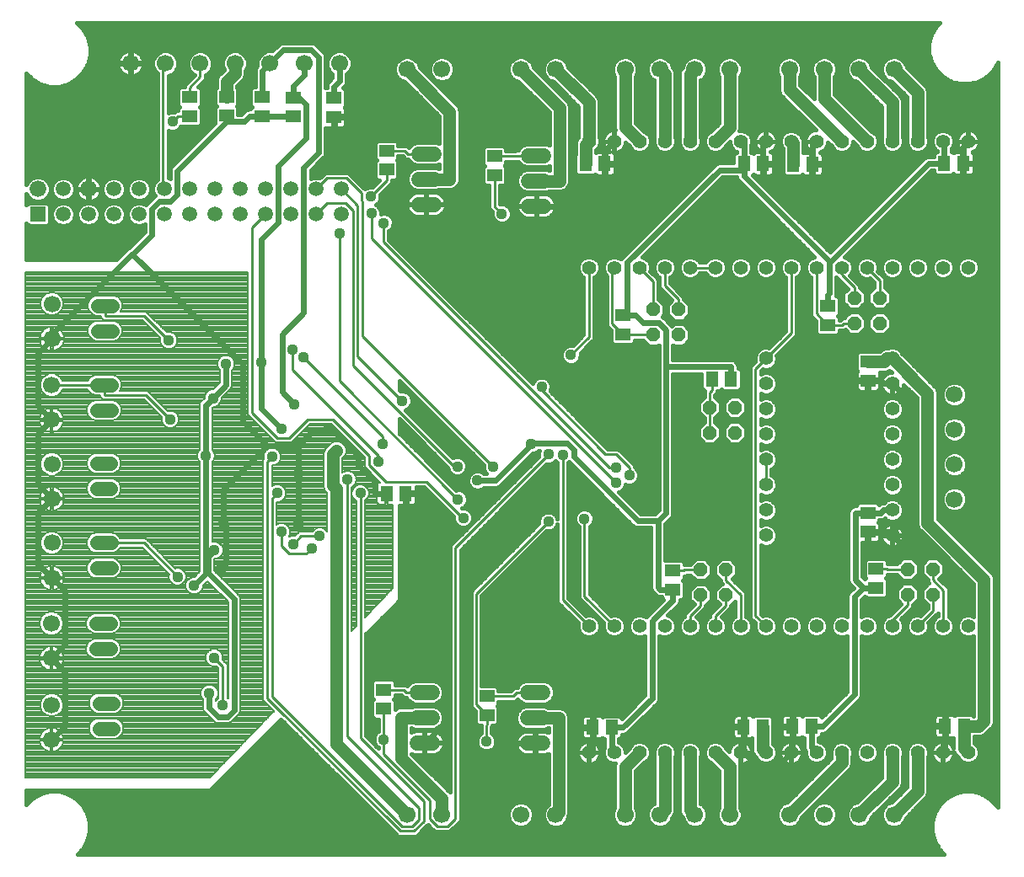
<source format=gbl>
G75*
%MOIN*%
%OFA0B0*%
%FSLAX24Y24*%
%IPPOS*%
%LPD*%
%AMOC8*
5,1,8,0,0,1.08239X$1,22.5*
%
%ADD10R,0.0594X0.0594*%
%ADD11C,0.0660*%
%ADD12C,0.0594*%
%ADD13C,0.0554*%
%ADD14R,0.0591X0.0512*%
%ADD15OC8,0.0560*%
%ADD16R,0.0512X0.0591*%
%ADD17C,0.0669*%
%ADD18C,0.0560*%
%ADD19C,0.0600*%
%ADD20C,0.0240*%
%ADD21C,0.0440*%
%ADD22C,0.0160*%
%ADD23C,0.0500*%
%ADD24C,0.0100*%
%ADD25C,0.0080*%
D10*
X006960Y026188D03*
D11*
X006960Y027188D03*
X008960Y027188D03*
D12*
X007960Y027188D03*
X007960Y026188D03*
X008960Y026188D03*
X009960Y026188D03*
X009960Y027188D03*
X010960Y027188D03*
X011960Y027188D03*
X012960Y027188D03*
X013960Y027188D03*
X014960Y027188D03*
X015960Y027188D03*
X015960Y026188D03*
X014960Y026188D03*
X013960Y026188D03*
X012960Y026188D03*
X011960Y026188D03*
X010960Y026188D03*
X016960Y026188D03*
X017960Y026188D03*
X018960Y026188D03*
X018960Y027188D03*
X017960Y027188D03*
X016960Y027188D03*
D13*
X028748Y029073D03*
X029748Y029073D03*
X030748Y029073D03*
X031748Y029073D03*
X032748Y029073D03*
X033748Y029073D03*
X034748Y029073D03*
X035748Y029073D03*
X036748Y029073D03*
X037748Y029073D03*
X038748Y029073D03*
X039748Y029073D03*
X040748Y029073D03*
X041748Y029073D03*
X042748Y029073D03*
X043748Y029073D03*
X043748Y024073D03*
X042748Y024073D03*
X041748Y024073D03*
X040748Y024073D03*
X039748Y024073D03*
X038748Y024073D03*
X037748Y024073D03*
X036748Y024073D03*
X035748Y024073D03*
X034748Y024073D03*
X033748Y024073D03*
X032748Y024073D03*
X031748Y024073D03*
X030748Y024073D03*
X029748Y024073D03*
X028748Y024073D03*
X035748Y020482D03*
X035748Y019482D03*
X035748Y018482D03*
X035748Y017482D03*
X035748Y016482D03*
X035748Y015482D03*
X035748Y014482D03*
X035748Y013482D03*
X035748Y009892D03*
X034748Y009892D03*
X033748Y009892D03*
X032748Y009892D03*
X031748Y009892D03*
X030748Y009892D03*
X029748Y009892D03*
X028748Y009892D03*
X028748Y004892D03*
X029748Y004892D03*
X030748Y004892D03*
X031748Y004892D03*
X032748Y004892D03*
X033748Y004892D03*
X034748Y004892D03*
X035748Y004892D03*
X036748Y004892D03*
X037748Y004892D03*
X038748Y004892D03*
X039748Y004892D03*
X040748Y004892D03*
X041748Y004892D03*
X042748Y004892D03*
X043748Y004892D03*
X043748Y009892D03*
X042748Y009892D03*
X041748Y009892D03*
X040748Y009892D03*
X039748Y009892D03*
X038748Y009892D03*
X037748Y009892D03*
X036748Y009892D03*
X040748Y013482D03*
X040748Y014482D03*
X040748Y015482D03*
X040748Y016482D03*
X040748Y017482D03*
X040748Y018482D03*
X040748Y019482D03*
X040748Y020482D03*
D14*
X039788Y020358D03*
X039788Y019610D03*
X038195Y021805D03*
X038195Y022553D03*
X030095Y022189D03*
X030095Y021441D03*
X025018Y027735D03*
X025018Y028483D03*
X020752Y028697D03*
X020752Y027949D03*
X018662Y030038D03*
X018662Y030786D03*
X017075Y030807D03*
X017075Y030059D03*
X015823Y030071D03*
X015823Y030819D03*
X014420Y030838D03*
X014420Y030090D03*
X012963Y030073D03*
X012963Y030821D03*
X032067Y012088D03*
X032067Y011340D03*
X024713Y007122D03*
X024713Y006374D03*
X020624Y006620D03*
X020624Y007368D03*
X040105Y011411D03*
X040105Y012159D03*
X039783Y013621D03*
X039783Y014369D03*
D15*
X041355Y012142D03*
X042355Y012142D03*
X042355Y011142D03*
X041355Y011142D03*
X034166Y011122D03*
X033166Y011122D03*
X033166Y012122D03*
X034166Y012122D03*
X034520Y017545D03*
X033520Y017545D03*
X033520Y018545D03*
X034520Y018545D03*
X032295Y021416D03*
X031295Y021416D03*
X031295Y022416D03*
X032295Y022416D03*
X039248Y022876D03*
X039248Y021876D03*
X040248Y021876D03*
X040248Y022876D03*
D16*
X034368Y019658D03*
X033620Y019658D03*
X034888Y028186D03*
X035636Y028186D03*
X036829Y028168D03*
X037577Y028168D03*
X042806Y028199D03*
X043554Y028199D03*
X029372Y028187D03*
X028624Y028187D03*
X021497Y015142D03*
X020749Y015142D03*
X028896Y005891D03*
X029644Y005891D03*
X034869Y005906D03*
X035617Y005906D03*
X036796Y005927D03*
X037544Y005927D03*
X042836Y005934D03*
X043584Y005934D03*
D17*
X040815Y002431D03*
X039437Y002431D03*
X038059Y002431D03*
X036681Y002431D03*
X034315Y002431D03*
X032937Y002431D03*
X031559Y002431D03*
X030181Y002431D03*
X027437Y002431D03*
X026059Y002431D03*
X022937Y002431D03*
X021559Y002431D03*
X007500Y005392D03*
X007500Y006770D03*
X007494Y008619D03*
X007494Y009997D03*
X007511Y011808D03*
X007511Y013185D03*
X007513Y014924D03*
X007513Y016302D03*
X007501Y018050D03*
X007501Y019428D03*
X007515Y021263D03*
X007515Y022641D03*
X010619Y032159D03*
X011997Y032159D03*
X013375Y032159D03*
X014753Y032159D03*
X016131Y032159D03*
X017509Y032159D03*
X018887Y032159D03*
X021559Y031927D03*
X022937Y031927D03*
X026059Y031927D03*
X027437Y031927D03*
X030181Y031927D03*
X031559Y031927D03*
X032937Y031927D03*
X034315Y031927D03*
X036681Y031927D03*
X038059Y031927D03*
X039437Y031927D03*
X040815Y031927D03*
X043209Y019049D03*
X043209Y017671D03*
X043209Y016293D03*
X043209Y014915D03*
D18*
X009842Y015334D02*
X009282Y015334D01*
X009282Y016334D02*
X009842Y016334D01*
X009860Y018439D02*
X009300Y018439D01*
X009300Y019439D02*
X009860Y019439D01*
X009897Y021577D02*
X009337Y021577D01*
X009337Y022577D02*
X009897Y022577D01*
X009844Y013182D02*
X009284Y013182D01*
X009284Y012182D02*
X009844Y012182D01*
X009829Y009992D02*
X009269Y009992D01*
X009269Y008992D02*
X009829Y008992D01*
X009938Y006845D02*
X009378Y006845D01*
X009378Y005845D02*
X009938Y005845D01*
D19*
X021948Y006272D02*
X022548Y006272D01*
X022548Y007272D02*
X021948Y007272D01*
X021948Y005272D02*
X022548Y005272D01*
X026323Y005267D02*
X026923Y005267D01*
X026923Y006267D02*
X026323Y006267D01*
X026323Y007267D02*
X026923Y007267D01*
X026964Y026515D02*
X026364Y026515D01*
X026364Y027515D02*
X026964Y027515D01*
X026964Y028515D02*
X026364Y028515D01*
X022611Y028581D02*
X022011Y028581D01*
X022011Y027581D02*
X022611Y027581D01*
X022611Y026581D02*
X022011Y026581D01*
D20*
X019299Y029040D02*
X018757Y029582D01*
X018662Y029582D01*
X018662Y030038D01*
X017570Y030540D02*
X017570Y029211D01*
X016460Y028101D01*
X016460Y025857D01*
X015799Y025196D01*
X015799Y020332D01*
X015799Y018507D01*
X016593Y017713D01*
X017137Y017046D02*
X016024Y017046D01*
X014281Y015303D01*
X014281Y013986D01*
X014399Y013868D01*
X014399Y012361D01*
X014183Y012144D01*
X013688Y011988D02*
X013638Y011988D01*
X013142Y011492D01*
X013638Y011988D02*
X013638Y011988D01*
X013606Y012020D01*
X013606Y016639D01*
X013606Y018636D01*
X013885Y018915D01*
X014400Y019431D01*
X014400Y020269D01*
X015061Y020258D02*
X015061Y018009D01*
X016024Y017046D01*
X017137Y017046D02*
X017249Y017046D01*
X017249Y015942D01*
X017249Y013919D01*
X020293Y015142D02*
X020749Y015142D01*
X020293Y015142D02*
X020293Y015598D01*
X019616Y016274D01*
X019616Y016627D01*
X018721Y017522D01*
X018464Y017522D01*
X018464Y017702D01*
X018464Y017522D02*
X017725Y017522D01*
X017249Y017046D01*
X017106Y018680D02*
X016614Y019172D01*
X016614Y021437D01*
X017463Y022286D01*
X017463Y028045D01*
X018045Y028626D01*
X018045Y032407D01*
X017754Y032698D01*
X016669Y032698D01*
X016131Y032159D01*
X015823Y031851D01*
X015823Y030819D01*
X015823Y030071D02*
X015328Y030071D01*
X015118Y029862D01*
X014420Y029862D01*
X014420Y030090D01*
X014420Y029862D02*
X012460Y027903D01*
X012460Y026952D01*
X012200Y026691D01*
X011756Y026691D01*
X011463Y026398D01*
X011463Y025375D01*
X010704Y024615D01*
X010675Y024615D01*
X007515Y021455D01*
X007515Y021263D01*
X006959Y020707D01*
X006959Y018592D01*
X007501Y018050D01*
X006948Y017498D01*
X006948Y015489D01*
X007513Y014924D01*
X006972Y014383D01*
X006972Y012347D01*
X007511Y011808D01*
X008030Y011288D01*
X008030Y009155D01*
X007494Y008619D01*
X008039Y008073D01*
X008039Y005932D01*
X007500Y005392D01*
X013740Y006654D02*
X014084Y006310D01*
X014455Y006310D01*
X014719Y006573D01*
X014719Y010957D01*
X013688Y011988D01*
X013688Y012635D01*
X013942Y012889D01*
X013740Y007228D02*
X013740Y006654D01*
X022248Y005272D02*
X022255Y005272D01*
X023053Y006069D01*
X023053Y014042D01*
X021953Y015142D01*
X021497Y015142D01*
X024342Y015654D02*
X025067Y015654D01*
X026469Y017055D01*
X026469Y017098D01*
X026497Y017126D01*
X027893Y017126D01*
X028158Y016861D01*
X028158Y016582D01*
X030678Y014062D01*
X031488Y014062D01*
X031488Y011423D01*
X031571Y011340D01*
X032067Y011340D01*
X032067Y010884D01*
X032038Y010884D01*
X031248Y010094D01*
X031248Y007040D01*
X030100Y005891D01*
X029644Y005891D01*
X029644Y004996D01*
X029748Y004892D01*
X028896Y005039D02*
X028896Y005891D01*
X028896Y005039D02*
X028748Y004892D01*
X034748Y004892D02*
X034869Y004892D01*
X035364Y004397D01*
X036254Y004397D01*
X036748Y004892D01*
X036796Y004940D01*
X036796Y005927D01*
X037544Y005927D02*
X037544Y005096D01*
X037748Y004892D01*
X037544Y005927D02*
X038000Y005927D01*
X039256Y007183D01*
X039256Y011059D01*
X039609Y011411D01*
X040105Y011411D01*
X039609Y011411D02*
X039288Y011733D01*
X039288Y014369D01*
X039783Y014369D01*
X040279Y014369D01*
X040392Y014482D01*
X040748Y014482D01*
X041238Y014111D02*
X040748Y013621D01*
X040279Y013621D01*
X039783Y013621D01*
X040748Y013621D02*
X040748Y013482D01*
X041855Y012376D01*
X041855Y010878D01*
X041248Y010272D01*
X041248Y007066D01*
X042380Y005934D01*
X042836Y005934D01*
X042836Y004980D01*
X042748Y004892D01*
X034869Y004892D02*
X034869Y005906D01*
X031488Y014062D02*
X031795Y014369D01*
X031795Y020154D01*
X034368Y020154D01*
X034368Y019658D01*
X031795Y020154D02*
X031795Y021612D01*
X031510Y021897D01*
X030882Y021897D01*
X030590Y022189D01*
X030270Y022189D01*
X030270Y024283D01*
X033926Y027939D01*
X034888Y027939D01*
X034888Y028186D01*
X034888Y028933D01*
X034748Y029073D01*
X035636Y028961D02*
X035636Y028186D01*
X036092Y028186D01*
X036092Y028044D01*
X036464Y027673D01*
X037577Y027673D01*
X037577Y028168D01*
X037577Y028902D01*
X037748Y029073D01*
X035748Y029073D02*
X035636Y028961D01*
X034888Y027939D02*
X034888Y027691D01*
X038279Y024300D01*
X042179Y028199D01*
X042806Y028199D01*
X042806Y029015D01*
X042748Y029073D01*
X043554Y028878D02*
X043554Y028199D01*
X043554Y027704D01*
X042678Y027704D01*
X039271Y024297D01*
X039271Y023845D01*
X039748Y023368D01*
X039748Y021690D01*
X039293Y021234D01*
X039293Y019610D01*
X039788Y019610D01*
X040283Y019610D01*
X040411Y019482D01*
X040748Y019482D01*
X041238Y018992D01*
X041238Y014111D01*
X030270Y022189D02*
X030095Y022189D01*
X028196Y026515D02*
X026664Y026515D01*
X028196Y026515D02*
X029372Y027692D01*
X029372Y028187D01*
X029372Y028696D01*
X029748Y029073D01*
X038248Y024269D02*
X038248Y023062D01*
X038195Y023009D01*
X038195Y022553D01*
X038248Y024269D02*
X038279Y024300D01*
X043554Y028878D02*
X043748Y029073D01*
X018887Y031467D02*
X018662Y031242D01*
X018662Y030786D01*
X018887Y031467D02*
X018887Y032159D01*
X017509Y032159D02*
X017509Y031697D01*
X017075Y031263D01*
X017075Y031035D01*
X017075Y030807D01*
X017075Y031035D02*
X017570Y030540D01*
X017075Y030059D02*
X016331Y030059D01*
X016318Y030071D01*
X015823Y030071D01*
X010704Y024615D02*
X015061Y020258D01*
D21*
X014400Y020269D03*
X015799Y020332D03*
X017035Y020816D03*
X017474Y020518D03*
X017106Y018680D03*
X016593Y017713D03*
X017137Y017046D03*
X016225Y016594D03*
X017249Y015942D03*
X016426Y015152D03*
X017249Y013919D03*
X016590Y013622D03*
X017044Y013140D03*
X017799Y012976D03*
X018105Y013454D03*
X019715Y015149D03*
X019204Y015694D03*
X020436Y016387D03*
X020591Y017100D03*
X018774Y016832D03*
X018464Y017702D03*
X021367Y018809D03*
X023550Y016215D03*
X024342Y015654D03*
X024967Y016191D03*
X026469Y017098D03*
X027152Y016683D03*
X027718Y016679D03*
X029823Y016150D03*
X030353Y015860D03*
X029823Y015565D03*
X028568Y014141D03*
X027143Y014034D03*
X023777Y014174D03*
X023568Y014904D03*
X026877Y019365D03*
X028038Y020623D03*
X025305Y026204D03*
X020632Y025844D03*
X020154Y026232D03*
X020124Y026893D03*
X018885Y025418D03*
X019299Y029040D03*
X012279Y029859D03*
X012136Y021193D03*
X013885Y018915D03*
X012190Y018074D03*
X013606Y016639D03*
X014281Y013986D03*
X013942Y012889D03*
X014183Y012144D03*
X013142Y011492D03*
X012482Y011848D03*
X013931Y008642D03*
X013740Y007228D03*
X014276Y006753D03*
X020624Y005411D03*
X024696Y005330D03*
D22*
X006504Y003392D02*
X006504Y002848D01*
X006730Y003074D01*
X007051Y003260D01*
X007410Y003356D01*
X007781Y003356D01*
X008140Y003260D01*
X008461Y003074D01*
X008724Y002811D01*
X008909Y002490D01*
X009005Y002131D01*
X009005Y001760D01*
X008909Y001401D01*
X008724Y001080D01*
X008515Y000872D01*
X042809Y000872D01*
X042607Y001074D01*
X042421Y001395D01*
X042325Y001754D01*
X042325Y002125D01*
X042421Y002484D01*
X042607Y002805D01*
X042870Y003068D01*
X043191Y003253D01*
X043550Y003349D01*
X043921Y003349D01*
X044280Y003253D01*
X044601Y003068D01*
X044864Y002805D01*
X044914Y002718D01*
X044914Y032190D01*
X044743Y031894D01*
X044481Y031632D01*
X044159Y031446D01*
X043801Y031350D01*
X043429Y031350D01*
X043071Y031446D01*
X042749Y031632D01*
X042487Y031894D01*
X042301Y032216D01*
X042205Y032574D01*
X042205Y032946D01*
X042301Y033304D01*
X042487Y033626D01*
X042631Y033770D01*
X008487Y033770D01*
X008733Y033524D01*
X008918Y033203D01*
X009015Y032844D01*
X009015Y032473D01*
X008918Y032114D01*
X008733Y031793D01*
X008470Y031530D01*
X008149Y031344D01*
X007790Y031248D01*
X007419Y031248D01*
X007060Y031344D01*
X006739Y031530D01*
X006504Y031765D01*
X006504Y027367D01*
X006545Y027466D01*
X006683Y027604D01*
X006863Y027678D01*
X007058Y027678D01*
X007238Y027604D01*
X007376Y027466D01*
X007450Y027286D01*
X007450Y027091D01*
X007376Y026911D01*
X007238Y026773D01*
X007058Y026698D01*
X006863Y026698D01*
X006683Y026773D01*
X006545Y026911D01*
X006504Y027010D01*
X006504Y026552D01*
X006597Y026645D01*
X007323Y026645D01*
X007417Y026551D01*
X007417Y025825D01*
X007323Y025731D01*
X006597Y025731D01*
X006504Y025825D01*
X006504Y024392D01*
X010055Y024392D01*
X010438Y024774D01*
X010516Y024853D01*
X010565Y024873D01*
X011183Y025491D01*
X011183Y025786D01*
X011051Y025731D01*
X010869Y025731D01*
X010701Y025801D01*
X010573Y025929D01*
X010503Y026097D01*
X010503Y026279D01*
X010573Y026447D01*
X010701Y026575D01*
X010869Y026645D01*
X011051Y026645D01*
X011219Y026575D01*
X011232Y026563D01*
X011519Y026850D01*
X011586Y026917D01*
X011573Y026929D01*
X011503Y027097D01*
X011503Y027279D01*
X011573Y027447D01*
X011699Y027573D01*
X011699Y031758D01*
X011578Y031879D01*
X011502Y032061D01*
X011502Y032257D01*
X011578Y032439D01*
X011717Y032578D01*
X011899Y032654D01*
X012095Y032654D01*
X012277Y032578D01*
X012416Y032439D01*
X012492Y032257D01*
X012492Y032061D01*
X012416Y031879D01*
X012277Y031740D01*
X012119Y031674D01*
X012119Y030204D01*
X012203Y030239D01*
X012354Y030239D01*
X012360Y030237D01*
X012406Y030283D01*
X012508Y030283D01*
X012508Y030395D01*
X012560Y030447D01*
X012508Y030499D01*
X012508Y031143D01*
X012602Y031237D01*
X012753Y031237D01*
X012753Y031294D01*
X013165Y031706D01*
X013165Y031711D01*
X013095Y031740D01*
X012956Y031879D01*
X012880Y032061D01*
X012880Y032257D01*
X012956Y032439D01*
X013095Y032578D01*
X013277Y032654D01*
X013473Y032654D01*
X013655Y032578D01*
X013794Y032439D01*
X013870Y032257D01*
X013870Y032061D01*
X013794Y031879D01*
X013655Y031740D01*
X013585Y031711D01*
X013585Y031532D01*
X013290Y031237D01*
X013325Y031237D01*
X013418Y031143D01*
X013418Y030499D01*
X013367Y030447D01*
X013418Y030395D01*
X013418Y029751D01*
X013325Y029657D01*
X012606Y029657D01*
X012601Y029643D01*
X012494Y029537D01*
X012354Y029479D01*
X012203Y029479D01*
X012119Y029514D01*
X012119Y027617D01*
X012180Y027592D01*
X012180Y027958D01*
X012223Y028061D01*
X013964Y029803D01*
X013964Y030412D01*
X014016Y030464D01*
X013964Y030516D01*
X013964Y031160D01*
X014010Y031205D01*
X014010Y031505D01*
X014072Y031656D01*
X014322Y031906D01*
X014258Y032061D01*
X014258Y032257D01*
X014334Y032439D01*
X014473Y032578D01*
X014654Y032654D01*
X014851Y032654D01*
X015033Y032578D01*
X015172Y032439D01*
X015248Y032257D01*
X015248Y032061D01*
X015172Y031879D01*
X015163Y031870D01*
X015163Y031676D01*
X015100Y031525D01*
X014830Y031254D01*
X014830Y031205D01*
X014875Y031160D01*
X014875Y030516D01*
X014823Y030464D01*
X014875Y030412D01*
X014875Y030142D01*
X015002Y030142D01*
X015169Y030309D01*
X015272Y030351D01*
X015368Y030351D01*
X015368Y030393D01*
X015419Y030445D01*
X015368Y030497D01*
X015368Y031141D01*
X014875Y031141D01*
X014875Y031299D02*
X015543Y031299D01*
X015543Y031235D02*
X015461Y031235D01*
X015368Y031141D01*
X015368Y030982D02*
X014875Y030982D01*
X014875Y030824D02*
X015368Y030824D01*
X015368Y030665D02*
X014875Y030665D01*
X014866Y030507D02*
X015368Y030507D01*
X015264Y030348D02*
X014875Y030348D01*
X014875Y030190D02*
X015050Y030190D01*
X013964Y030190D02*
X013418Y030190D01*
X013418Y030348D02*
X013964Y030348D01*
X013973Y030507D02*
X013418Y030507D01*
X013418Y030665D02*
X013964Y030665D01*
X013964Y030824D02*
X013418Y030824D01*
X013418Y030982D02*
X013964Y030982D01*
X013964Y031141D02*
X013418Y031141D01*
X013352Y031299D02*
X014010Y031299D01*
X014010Y031458D02*
X013511Y031458D01*
X013585Y031616D02*
X014055Y031616D01*
X014191Y031775D02*
X013690Y031775D01*
X013817Y031933D02*
X014311Y031933D01*
X014258Y032092D02*
X013870Y032092D01*
X013870Y032250D02*
X014258Y032250D01*
X014321Y032409D02*
X013807Y032409D01*
X013666Y032567D02*
X014461Y032567D01*
X015044Y032567D02*
X015839Y032567D01*
X015851Y032578D02*
X015711Y032439D01*
X015636Y032257D01*
X015636Y032061D01*
X015636Y032060D01*
X015586Y032010D01*
X015543Y031907D01*
X015543Y031235D01*
X015543Y031458D02*
X015033Y031458D01*
X015138Y031616D02*
X015543Y031616D01*
X015543Y031775D02*
X015163Y031775D01*
X015195Y031933D02*
X015554Y031933D01*
X015636Y032092D02*
X015248Y032092D01*
X015248Y032250D02*
X015636Y032250D01*
X015699Y032409D02*
X015185Y032409D01*
X015851Y032578D02*
X016032Y032654D01*
X016229Y032654D01*
X016229Y032654D01*
X016511Y032935D01*
X016614Y032978D01*
X017810Y032978D01*
X017912Y032935D01*
X017991Y032856D01*
X017991Y032856D01*
X018282Y032565D01*
X018325Y032462D01*
X018325Y031202D01*
X018382Y031202D01*
X018382Y031298D01*
X018425Y031401D01*
X018503Y031480D01*
X018607Y031583D01*
X018607Y031740D01*
X018607Y031740D01*
X018467Y031879D01*
X018392Y032061D01*
X018392Y032257D01*
X018467Y032439D01*
X018607Y032578D01*
X018788Y032654D01*
X018985Y032654D01*
X019167Y032578D01*
X019306Y032439D01*
X019381Y032257D01*
X019381Y032061D01*
X019306Y031879D01*
X019167Y031740D01*
X019167Y031740D01*
X019167Y031411D01*
X019124Y031308D01*
X019018Y031202D01*
X019023Y031202D01*
X019117Y031108D01*
X019117Y030464D01*
X019080Y030426D01*
X019101Y030405D01*
X019125Y030364D01*
X019137Y030318D01*
X019137Y030086D01*
X018710Y030086D01*
X018710Y029990D01*
X018710Y029602D01*
X018981Y029602D01*
X019027Y029615D01*
X019068Y029638D01*
X019101Y029672D01*
X019125Y029713D01*
X019137Y029759D01*
X019137Y029990D01*
X018710Y029990D01*
X018614Y029990D01*
X018614Y029602D01*
X018343Y029602D01*
X018325Y029607D01*
X018325Y028570D01*
X018282Y028468D01*
X018203Y028389D01*
X018203Y028389D01*
X017743Y027929D01*
X017743Y027593D01*
X017869Y027645D01*
X018051Y027645D01*
X018100Y027625D01*
X018184Y027709D01*
X018307Y027832D01*
X019236Y027832D01*
X019841Y027226D01*
X019881Y027187D01*
X019909Y027215D01*
X020049Y027273D01*
X020200Y027273D01*
X020205Y027271D01*
X020467Y027533D01*
X020391Y027533D01*
X020297Y027626D01*
X020297Y028271D01*
X020349Y028323D01*
X020297Y028375D01*
X020297Y029019D01*
X020391Y029113D01*
X021114Y029113D01*
X021207Y029019D01*
X021207Y028907D01*
X021552Y028907D01*
X021620Y028839D01*
X021621Y028841D01*
X021750Y028971D01*
X021919Y029041D01*
X022702Y029041D01*
X022831Y028988D01*
X022831Y030075D01*
X021474Y031432D01*
X021461Y031432D01*
X021279Y031508D01*
X021140Y031647D01*
X021065Y031829D01*
X021065Y032025D01*
X021140Y032207D01*
X021279Y032346D01*
X021461Y032422D01*
X021658Y032422D01*
X021839Y032346D01*
X021979Y032207D01*
X022054Y032025D01*
X022054Y032012D01*
X023473Y030593D01*
X023589Y030478D01*
X023651Y030327D01*
X023651Y027499D01*
X023589Y027349D01*
X023473Y027233D01*
X023323Y027171D01*
X022823Y027171D01*
X022702Y027121D01*
X021919Y027121D01*
X021750Y027191D01*
X021621Y027320D01*
X021551Y027489D01*
X021551Y027672D01*
X021621Y027841D01*
X021750Y027971D01*
X021207Y027971D01*
X021207Y028129D02*
X021899Y028129D01*
X021919Y028121D02*
X021750Y028191D01*
X021621Y028320D01*
X021600Y028371D01*
X021494Y028371D01*
X021378Y028487D01*
X021207Y028487D01*
X021207Y028375D01*
X021156Y028323D01*
X021207Y028271D01*
X021207Y027626D01*
X021114Y027533D01*
X020962Y027533D01*
X020962Y027434D01*
X020839Y027311D01*
X020839Y027311D01*
X020502Y026974D01*
X020504Y026969D01*
X020504Y026817D01*
X020447Y026678D01*
X020340Y026571D01*
X020335Y026569D01*
X020369Y026555D01*
X020476Y026448D01*
X020534Y026308D01*
X020534Y026215D01*
X020556Y026224D01*
X020707Y026224D01*
X020847Y026166D01*
X020954Y026059D01*
X021012Y025919D01*
X021012Y025768D01*
X020954Y025629D01*
X020847Y025522D01*
X020842Y025520D01*
X020842Y025173D01*
X026520Y019495D01*
X026555Y019580D01*
X026662Y019687D01*
X026802Y019745D01*
X026953Y019745D01*
X027093Y019687D01*
X027200Y019580D01*
X027257Y019441D01*
X027257Y019290D01*
X027213Y019183D01*
X029482Y016914D01*
X029905Y016914D01*
X030028Y016791D01*
X030563Y016257D01*
X030563Y016184D01*
X030568Y016182D01*
X030675Y016075D01*
X030733Y015935D01*
X030733Y015784D01*
X030675Y015644D01*
X030568Y015538D01*
X030428Y015480D01*
X030277Y015480D01*
X030203Y015510D01*
X030203Y015489D01*
X030145Y015349D01*
X030038Y015243D01*
X029936Y015200D01*
X030794Y014342D01*
X031372Y014342D01*
X031515Y014485D01*
X031515Y021014D01*
X031478Y020976D01*
X031113Y020976D01*
X030883Y021206D01*
X030550Y021206D01*
X030550Y021119D01*
X030457Y021025D01*
X029734Y021025D01*
X029640Y021119D01*
X029640Y021599D01*
X029460Y021779D01*
X029460Y023743D01*
X029378Y023825D01*
X029311Y023986D01*
X029311Y024160D01*
X029378Y024320D01*
X029501Y024443D01*
X029661Y024510D01*
X029835Y024510D01*
X029996Y024443D01*
X030023Y024417D01*
X030033Y024441D01*
X030112Y024520D01*
X033768Y028176D01*
X033871Y028219D01*
X034472Y028219D01*
X034472Y028548D01*
X034566Y028642D01*
X034608Y028642D01*
X034608Y028658D01*
X034501Y028702D01*
X034378Y028825D01*
X034311Y028986D01*
X034311Y029056D01*
X034146Y028891D01*
X034119Y028825D01*
X033996Y028702D01*
X033835Y028636D01*
X033661Y028636D01*
X033501Y028702D01*
X033378Y028825D01*
X033311Y028986D01*
X033311Y029160D01*
X033378Y029320D01*
X033501Y029443D01*
X033566Y029471D01*
X033905Y029810D01*
X033905Y031638D01*
X033896Y031647D01*
X033821Y031829D01*
X033821Y032025D01*
X033896Y032207D01*
X034035Y032346D01*
X034217Y032422D01*
X034414Y032422D01*
X034595Y032346D01*
X034734Y032207D01*
X034810Y032025D01*
X034810Y031829D01*
X034734Y031647D01*
X034725Y031638D01*
X034725Y029558D01*
X034705Y029510D01*
X034835Y029510D01*
X034996Y029443D01*
X035119Y029320D01*
X035185Y029160D01*
X035185Y028986D01*
X035168Y028945D01*
X035168Y028642D01*
X035210Y028642D01*
X035248Y028604D01*
X035270Y028626D01*
X035311Y028649D01*
X035357Y028662D01*
X035548Y028662D01*
X035509Y028682D01*
X035450Y028724D01*
X035400Y028775D01*
X035357Y028833D01*
X035325Y028897D01*
X035302Y028966D01*
X035291Y029037D01*
X035291Y029064D01*
X035740Y029064D01*
X035740Y029081D01*
X035291Y029081D01*
X035291Y029109D01*
X035302Y029180D01*
X035325Y029248D01*
X035357Y029312D01*
X035400Y029371D01*
X035450Y029421D01*
X035509Y029464D01*
X035573Y029496D01*
X035641Y029519D01*
X035712Y029530D01*
X035740Y029530D01*
X035740Y029081D01*
X035757Y029081D01*
X036205Y029081D01*
X036205Y029109D01*
X036194Y029180D01*
X036172Y029248D01*
X036139Y029312D01*
X036097Y029371D01*
X036046Y029421D01*
X035988Y029464D01*
X035924Y029496D01*
X035855Y029519D01*
X035784Y029530D01*
X035757Y029530D01*
X035757Y029081D01*
X035757Y029064D01*
X036205Y029064D01*
X036205Y029037D01*
X036194Y028966D01*
X036172Y028897D01*
X036139Y028833D01*
X036097Y028775D01*
X036046Y028724D01*
X035988Y028682D01*
X035937Y028656D01*
X035962Y028649D01*
X036003Y028626D01*
X036036Y028592D01*
X036060Y028551D01*
X036072Y028505D01*
X036072Y028234D01*
X035684Y028234D01*
X035684Y028138D01*
X035684Y027711D01*
X035916Y027711D01*
X035962Y027723D01*
X036003Y027747D01*
X036036Y027781D01*
X036060Y027822D01*
X036072Y027867D01*
X036072Y028138D01*
X035684Y028138D01*
X035588Y028138D01*
X035588Y027711D01*
X035357Y027711D01*
X035311Y027723D01*
X035270Y027747D01*
X035248Y027769D01*
X035227Y027748D01*
X038279Y024696D01*
X042020Y028436D01*
X042123Y028479D01*
X042390Y028479D01*
X042390Y028561D01*
X042483Y028654D01*
X042526Y028654D01*
X042526Y028692D01*
X042501Y028702D01*
X042378Y028825D01*
X042311Y028986D01*
X042311Y029160D01*
X042378Y029320D01*
X042501Y029443D01*
X042661Y029510D01*
X042835Y029510D01*
X042996Y029443D01*
X043119Y029320D01*
X043185Y029160D01*
X043185Y028986D01*
X043119Y028825D01*
X043086Y028792D01*
X043086Y028654D01*
X043128Y028654D01*
X043166Y028617D01*
X043187Y028638D01*
X043228Y028662D01*
X043274Y028674D01*
X043506Y028674D01*
X043506Y028247D01*
X043602Y028247D01*
X043990Y028247D01*
X043990Y028518D01*
X043977Y028564D01*
X043954Y028605D01*
X044914Y028605D01*
X044914Y028763D02*
X044085Y028763D01*
X044097Y028775D02*
X044139Y028833D01*
X044172Y028897D01*
X044194Y028966D01*
X044205Y029037D01*
X044205Y029064D01*
X043757Y029064D01*
X043757Y029081D01*
X044205Y029081D01*
X044205Y029109D01*
X044194Y029180D01*
X044172Y029248D01*
X044139Y029312D01*
X044097Y029371D01*
X044046Y029421D01*
X043988Y029464D01*
X043924Y029496D01*
X043855Y029519D01*
X043784Y029530D01*
X043757Y029530D01*
X043757Y029081D01*
X043740Y029081D01*
X043740Y029064D01*
X043291Y029064D01*
X043291Y029037D01*
X043302Y028966D01*
X043325Y028897D01*
X043357Y028833D01*
X043400Y028775D01*
X043450Y028724D01*
X043509Y028682D01*
X043573Y028649D01*
X043602Y028640D01*
X043602Y028247D01*
X043602Y028151D01*
X043990Y028151D01*
X043990Y027880D01*
X043977Y027834D01*
X043954Y027793D01*
X043920Y027760D01*
X043879Y027736D01*
X043833Y027724D01*
X043602Y027724D01*
X043602Y028151D01*
X043506Y028151D01*
X043506Y027724D01*
X043274Y027724D01*
X043228Y027736D01*
X043187Y027760D01*
X043166Y027782D01*
X043128Y027744D01*
X042483Y027744D01*
X042390Y027838D01*
X042390Y027919D01*
X042295Y027919D01*
X038871Y024495D01*
X038996Y024443D01*
X039119Y024320D01*
X039185Y024160D01*
X039185Y023986D01*
X039119Y023825D01*
X039062Y023769D01*
X039458Y023373D01*
X039458Y023288D01*
X039688Y023058D01*
X039688Y022694D01*
X039430Y022436D01*
X039066Y022436D01*
X038808Y022694D01*
X038808Y023058D01*
X038994Y023244D01*
X038559Y023678D01*
X038528Y023691D01*
X038528Y023006D01*
X038513Y022969D01*
X038557Y022969D01*
X038650Y022875D01*
X038650Y022231D01*
X038599Y022179D01*
X038650Y022127D01*
X038650Y022015D01*
X038680Y022015D01*
X038751Y022086D01*
X038836Y022086D01*
X039066Y022316D01*
X039430Y022316D01*
X039688Y022058D01*
X039688Y021694D01*
X039430Y021436D01*
X039066Y021436D01*
X038881Y021621D01*
X038854Y021595D01*
X038650Y021595D01*
X038650Y021483D01*
X038557Y021389D01*
X037834Y021389D01*
X037740Y021483D01*
X037740Y021963D01*
X037538Y022165D01*
X037538Y023687D01*
X037501Y023702D01*
X037378Y023825D01*
X037311Y023986D01*
X037311Y024160D01*
X037378Y024320D01*
X037501Y024443D01*
X037661Y024510D01*
X037673Y024510D01*
X034651Y027532D01*
X034651Y027532D01*
X034651Y027532D01*
X034633Y027575D01*
X034608Y027635D01*
X034608Y027659D01*
X034042Y027659D01*
X030876Y024493D01*
X030996Y024443D01*
X031119Y024320D01*
X031185Y024160D01*
X031185Y023986D01*
X031170Y023948D01*
X031382Y023736D01*
X031505Y023613D01*
X031505Y022828D01*
X031735Y022598D01*
X031735Y022234D01*
X031646Y022144D01*
X031669Y022135D01*
X031747Y022056D01*
X032030Y021773D01*
X032113Y021856D01*
X032478Y021856D01*
X032735Y021598D01*
X032735Y021234D01*
X032478Y020976D01*
X032113Y020976D01*
X032075Y021014D01*
X032075Y020434D01*
X034423Y020434D01*
X034526Y020391D01*
X034605Y020312D01*
X034648Y020209D01*
X034648Y020114D01*
X034690Y020114D01*
X034784Y020020D01*
X034784Y019297D01*
X034690Y019203D01*
X034045Y019203D01*
X033994Y019255D01*
X033942Y019203D01*
X033830Y019203D01*
X033830Y019146D01*
X033730Y019047D01*
X033730Y018957D01*
X033960Y018727D01*
X033960Y018363D01*
X033730Y018133D01*
X033730Y017957D01*
X033960Y017727D01*
X033960Y017363D01*
X033703Y017105D01*
X033338Y017105D01*
X033080Y017363D01*
X033080Y017727D01*
X033310Y017957D01*
X033310Y018133D01*
X033080Y018363D01*
X033080Y018727D01*
X033310Y018957D01*
X033310Y019203D01*
X033297Y019203D01*
X033204Y019297D01*
X033204Y019874D01*
X032075Y019874D01*
X032075Y014313D01*
X032033Y014210D01*
X031954Y014131D01*
X031768Y013946D01*
X031768Y012503D01*
X032428Y012503D01*
X032522Y012410D01*
X032522Y012332D01*
X032754Y012332D01*
X032984Y012562D01*
X033349Y012562D01*
X033606Y012304D01*
X033606Y011940D01*
X033349Y011682D01*
X032984Y011682D01*
X032754Y011912D01*
X032614Y011912D01*
X032579Y011878D01*
X032522Y011878D01*
X032522Y011765D01*
X032470Y011714D01*
X032522Y011662D01*
X032522Y011017D01*
X032428Y010924D01*
X032347Y010924D01*
X032347Y010828D01*
X032304Y010725D01*
X032225Y010646D01*
X032177Y010626D01*
X031866Y010316D01*
X031996Y010262D01*
X032119Y010139D01*
X032185Y009979D01*
X032185Y009805D01*
X032119Y009644D01*
X031996Y009521D01*
X031835Y009455D01*
X031661Y009455D01*
X031528Y009510D01*
X031528Y006984D01*
X031486Y006881D01*
X030258Y005654D01*
X030156Y005611D01*
X030060Y005611D01*
X030060Y005530D01*
X029966Y005436D01*
X029924Y005436D01*
X029924Y005292D01*
X029996Y005262D01*
X030119Y005139D01*
X030185Y004979D01*
X030185Y004909D01*
X030350Y005074D01*
X030378Y005139D01*
X030501Y005262D01*
X030661Y005329D01*
X030835Y005329D01*
X030996Y005262D01*
X031119Y005139D01*
X031185Y004979D01*
X031185Y004805D01*
X031119Y004644D01*
X030996Y004521D01*
X030930Y004494D01*
X030591Y004155D01*
X030591Y002721D01*
X030601Y002711D01*
X030676Y002529D01*
X030676Y002333D01*
X030601Y002151D01*
X030461Y002012D01*
X030280Y001936D01*
X030083Y001936D01*
X029901Y002012D01*
X029762Y002151D01*
X029687Y002333D01*
X029687Y002529D01*
X029762Y002711D01*
X029771Y002721D01*
X029771Y004406D01*
X029791Y004455D01*
X029661Y004455D01*
X029501Y004521D01*
X029378Y004644D01*
X029311Y004805D01*
X029311Y004979D01*
X029364Y005106D01*
X029364Y005436D01*
X029322Y005436D01*
X029284Y005474D01*
X029262Y005452D01*
X029221Y005428D01*
X029176Y005416D01*
X028944Y005416D01*
X028944Y005843D01*
X028848Y005843D01*
X028848Y005416D01*
X028616Y005416D01*
X028571Y005428D01*
X028529Y005452D01*
X028496Y005485D01*
X028472Y005526D01*
X028460Y005572D01*
X028460Y005843D01*
X028848Y005843D01*
X028848Y005939D01*
X028460Y005939D01*
X028460Y006210D01*
X028472Y006256D01*
X028496Y006297D01*
X028529Y006331D01*
X028571Y006354D01*
X028616Y006366D01*
X028848Y006366D01*
X028848Y005939D01*
X028944Y005939D01*
X028944Y006366D01*
X029176Y006366D01*
X029221Y006354D01*
X029262Y006331D01*
X029284Y006309D01*
X029322Y006346D01*
X029966Y006346D01*
X030060Y006253D01*
X030060Y006247D01*
X030968Y007156D01*
X030968Y009510D01*
X030835Y009455D01*
X030661Y009455D01*
X030501Y009521D01*
X030378Y009644D01*
X030311Y009805D01*
X030311Y009979D01*
X030378Y010139D01*
X030501Y010262D01*
X030661Y010329D01*
X030835Y010329D01*
X030996Y010262D01*
X031009Y010249D01*
X031011Y010252D01*
X031090Y010331D01*
X031694Y010935D01*
X031611Y011017D01*
X031611Y011060D01*
X031516Y011060D01*
X031413Y011102D01*
X031330Y011185D01*
X031251Y011264D01*
X031208Y011367D01*
X031208Y013782D01*
X030623Y013782D01*
X030520Y013824D01*
X030441Y013903D01*
X027961Y016384D01*
X027934Y016357D01*
X027928Y016354D01*
X027928Y011009D01*
X028624Y010313D01*
X028661Y010329D01*
X028835Y010329D01*
X028996Y010262D01*
X029119Y010139D01*
X029185Y009979D01*
X029185Y009805D01*
X029119Y009644D01*
X028996Y009521D01*
X028835Y009455D01*
X028661Y009455D01*
X028501Y009521D01*
X028378Y009644D01*
X028311Y009805D01*
X028311Y009979D01*
X028327Y010016D01*
X027508Y010835D01*
X027508Y013924D01*
X027465Y013819D01*
X027358Y013712D01*
X027218Y013654D01*
X027067Y013654D01*
X027062Y013656D01*
X024498Y011092D01*
X024498Y007538D01*
X025074Y007538D01*
X025168Y007444D01*
X025168Y007332D01*
X025661Y007332D01*
X025806Y007477D01*
X025912Y007477D01*
X025933Y007527D01*
X026063Y007657D01*
X026232Y007727D01*
X027015Y007727D01*
X027184Y007657D01*
X027313Y007527D01*
X027383Y007358D01*
X027383Y007175D01*
X027313Y007006D01*
X027184Y006877D01*
X027015Y006807D01*
X026232Y006807D01*
X026063Y006877D01*
X025933Y007006D01*
X025932Y007009D01*
X025835Y006912D01*
X025168Y006912D01*
X025168Y006799D01*
X025116Y006748D01*
X025168Y006696D01*
X025168Y006051D01*
X025074Y005958D01*
X024923Y005958D01*
X024923Y005901D01*
X024906Y005884D01*
X024906Y005654D01*
X024912Y005652D01*
X025018Y005545D01*
X025076Y005405D01*
X025076Y005254D01*
X025018Y005115D01*
X024912Y005008D01*
X024772Y004950D01*
X024621Y004950D01*
X024481Y005008D01*
X024374Y005115D01*
X024316Y005254D01*
X024316Y005405D01*
X024374Y005545D01*
X024481Y005652D01*
X024486Y005654D01*
X024486Y005958D01*
X024351Y005958D01*
X024258Y006051D01*
X024258Y006532D01*
X024078Y006712D01*
X024078Y011266D01*
X024201Y011389D01*
X026765Y013953D01*
X026763Y013958D01*
X026763Y014109D01*
X026820Y014249D01*
X026927Y014356D01*
X027067Y014414D01*
X027218Y014414D01*
X027358Y014356D01*
X027465Y014249D01*
X027508Y014144D01*
X027508Y016354D01*
X027503Y016357D01*
X027433Y016427D01*
X027367Y016361D01*
X027228Y016303D01*
X027076Y016303D01*
X027071Y016305D01*
X023677Y012911D01*
X023677Y002192D01*
X023554Y002069D01*
X023234Y001749D01*
X022660Y001749D01*
X022537Y001872D01*
X022380Y002029D01*
X022302Y001951D01*
X021926Y001575D01*
X021203Y001575D01*
X021079Y001698D01*
X016567Y006211D01*
X013748Y003392D01*
X006504Y003392D01*
X006504Y003245D02*
X007025Y003245D01*
X006751Y003086D02*
X006504Y003086D01*
X006504Y002928D02*
X006583Y002928D01*
X008165Y003245D02*
X019533Y003245D01*
X019375Y003403D02*
X013760Y003403D01*
X013918Y003562D02*
X019216Y003562D01*
X019058Y003720D02*
X014077Y003720D01*
X014235Y003879D02*
X018899Y003879D01*
X018741Y004037D02*
X014394Y004037D01*
X014552Y004196D02*
X018582Y004196D01*
X018424Y004354D02*
X014711Y004354D01*
X014869Y004513D02*
X018265Y004513D01*
X018107Y004671D02*
X015028Y004671D01*
X015186Y004830D02*
X017948Y004830D01*
X017790Y004988D02*
X015345Y004988D01*
X015503Y005147D02*
X017631Y005147D01*
X017473Y005305D02*
X015662Y005305D01*
X015820Y005464D02*
X017314Y005464D01*
X017156Y005622D02*
X015979Y005622D01*
X016137Y005781D02*
X016997Y005781D01*
X016839Y005939D02*
X016296Y005939D01*
X016454Y006098D02*
X016680Y006098D01*
X019925Y006098D02*
X020414Y006098D01*
X020414Y006204D02*
X020414Y005735D01*
X020409Y005733D01*
X020302Y005626D01*
X020244Y005486D01*
X020244Y005335D01*
X020302Y005196D01*
X020409Y005089D01*
X020414Y005087D01*
X020414Y005071D01*
X019925Y005560D01*
X019925Y009569D01*
X021248Y010892D01*
X021248Y014666D01*
X021449Y014666D01*
X021449Y015094D01*
X021545Y015094D01*
X021545Y015190D01*
X021933Y015190D01*
X021933Y015398D01*
X022228Y015398D01*
X023397Y014229D01*
X023397Y014099D01*
X023455Y013959D01*
X023562Y013852D01*
X023701Y013794D01*
X023852Y013794D01*
X023992Y013852D01*
X024099Y013959D01*
X024157Y014099D01*
X024157Y014250D01*
X024099Y014389D01*
X023992Y014496D01*
X023852Y014554D01*
X023717Y014554D01*
X023783Y014581D01*
X023890Y014688D01*
X023948Y014828D01*
X023948Y014979D01*
X023890Y015119D01*
X023783Y015226D01*
X023644Y015284D01*
X023492Y015284D01*
X023487Y015281D01*
X021248Y017520D01*
X021248Y018083D01*
X023170Y016161D01*
X023170Y016140D01*
X023228Y016000D01*
X023335Y015893D01*
X023474Y015835D01*
X023626Y015835D01*
X023765Y015893D01*
X023872Y016000D01*
X023930Y016140D01*
X023930Y016291D01*
X023872Y016430D01*
X023765Y016537D01*
X023626Y016595D01*
X023474Y016595D01*
X023372Y016553D01*
X021480Y018445D01*
X021582Y018487D01*
X021689Y018594D01*
X021747Y018734D01*
X021747Y018885D01*
X021689Y019025D01*
X021582Y019131D01*
X021442Y019189D01*
X021291Y019189D01*
X021286Y019187D01*
X021248Y019225D01*
X021248Y019612D01*
X024589Y016272D01*
X024587Y016266D01*
X024587Y016115D01*
X024645Y015975D01*
X024686Y015934D01*
X024599Y015934D01*
X024557Y015976D01*
X024417Y016034D01*
X024266Y016034D01*
X024127Y015976D01*
X024020Y015869D01*
X023962Y015729D01*
X023962Y015578D01*
X024020Y015439D01*
X024127Y015332D01*
X024266Y015274D01*
X024417Y015274D01*
X024557Y015332D01*
X024599Y015374D01*
X025123Y015374D01*
X025226Y015417D01*
X025305Y015495D01*
X025305Y015495D01*
X026527Y016718D01*
X026544Y016718D01*
X026684Y016776D01*
X026754Y016846D01*
X026808Y016846D01*
X026772Y016759D01*
X026772Y016608D01*
X026774Y016602D01*
X023257Y013085D01*
X023257Y012911D01*
X023257Y003317D01*
X021731Y004843D01*
X021764Y004827D01*
X021836Y004803D01*
X021910Y004792D01*
X022228Y004792D01*
X022228Y005251D01*
X022268Y005251D01*
X022268Y004792D01*
X022586Y004792D01*
X022660Y004803D01*
X022732Y004827D01*
X022800Y004861D01*
X022861Y004905D01*
X022914Y004959D01*
X022959Y005020D01*
X022993Y005087D01*
X023016Y005159D01*
X023028Y005234D01*
X023028Y005252D01*
X022268Y005252D01*
X022268Y005292D01*
X022228Y005292D01*
X022228Y005752D01*
X021910Y005752D01*
X021836Y005740D01*
X021764Y005716D01*
X021728Y005698D01*
X021728Y005862D01*
X021736Y005862D01*
X021857Y005812D01*
X022640Y005812D01*
X022809Y005882D01*
X022938Y006011D01*
X023008Y006180D01*
X023008Y006363D01*
X022938Y006532D01*
X022809Y006661D01*
X022640Y006732D01*
X021857Y006732D01*
X021736Y006682D01*
X021236Y006682D01*
X021086Y006619D01*
X021079Y006613D01*
X021079Y006942D01*
X021028Y006994D01*
X021079Y007046D01*
X021079Y007158D01*
X021335Y007158D01*
X021431Y007062D01*
X021537Y007062D01*
X021558Y007011D01*
X021687Y006882D01*
X021857Y006812D01*
X022640Y006812D01*
X022809Y006882D01*
X022938Y007011D01*
X023008Y007180D01*
X023008Y007363D01*
X022938Y007532D01*
X022809Y007661D01*
X022640Y007732D01*
X021857Y007732D01*
X021687Y007661D01*
X021558Y007532D01*
X021557Y007529D01*
X021508Y007578D01*
X021079Y007578D01*
X021079Y007690D01*
X020986Y007784D01*
X020263Y007784D01*
X020169Y007690D01*
X020169Y007046D01*
X020221Y006994D01*
X020169Y006942D01*
X020169Y006298D01*
X020263Y006204D01*
X020414Y006204D01*
X020210Y006256D02*
X019925Y006256D01*
X019925Y006415D02*
X020169Y006415D01*
X020169Y006573D02*
X019925Y006573D01*
X019925Y006732D02*
X020169Y006732D01*
X020169Y006890D02*
X019925Y006890D01*
X019925Y007049D02*
X020169Y007049D01*
X020169Y007207D02*
X019925Y007207D01*
X019925Y007366D02*
X020169Y007366D01*
X020169Y007524D02*
X019925Y007524D01*
X019925Y007683D02*
X020169Y007683D01*
X019925Y007841D02*
X023257Y007841D01*
X023257Y007683D02*
X022757Y007683D01*
X022941Y007524D02*
X023257Y007524D01*
X023257Y007366D02*
X023007Y007366D01*
X023008Y007207D02*
X023257Y007207D01*
X023257Y007049D02*
X022954Y007049D01*
X022817Y006890D02*
X023257Y006890D01*
X023257Y006732D02*
X021079Y006732D01*
X021079Y006890D02*
X021679Y006890D01*
X021542Y007049D02*
X021079Y007049D01*
X021079Y007683D02*
X021739Y007683D01*
X023257Y008000D02*
X019925Y008000D01*
X019925Y008158D02*
X023257Y008158D01*
X023257Y008317D02*
X019925Y008317D01*
X019925Y008475D02*
X023257Y008475D01*
X023257Y008634D02*
X019925Y008634D01*
X019925Y008792D02*
X023257Y008792D01*
X023257Y008951D02*
X019925Y008951D01*
X019925Y009109D02*
X023257Y009109D01*
X023257Y009268D02*
X019925Y009268D01*
X019925Y009426D02*
X023257Y009426D01*
X023257Y009585D02*
X019941Y009585D01*
X020100Y009743D02*
X023257Y009743D01*
X023257Y009902D02*
X020258Y009902D01*
X020417Y010060D02*
X023257Y010060D01*
X023257Y010219D02*
X020575Y010219D01*
X020734Y010377D02*
X023257Y010377D01*
X023257Y010536D02*
X020892Y010536D01*
X021051Y010694D02*
X023257Y010694D01*
X023257Y010853D02*
X021209Y010853D01*
X021248Y011011D02*
X023257Y011011D01*
X023257Y011170D02*
X021248Y011170D01*
X021248Y011328D02*
X023257Y011328D01*
X023257Y011487D02*
X021248Y011487D01*
X021248Y011645D02*
X023257Y011645D01*
X023257Y011804D02*
X021248Y011804D01*
X021248Y011962D02*
X023257Y011962D01*
X023257Y012121D02*
X021248Y012121D01*
X021248Y012279D02*
X023257Y012279D01*
X023257Y012438D02*
X021248Y012438D01*
X021248Y012596D02*
X023257Y012596D01*
X023257Y012755D02*
X021248Y012755D01*
X021248Y012913D02*
X023257Y012913D01*
X023257Y013072D02*
X021248Y013072D01*
X021248Y013230D02*
X023402Y013230D01*
X023560Y013389D02*
X021248Y013389D01*
X021248Y013547D02*
X023719Y013547D01*
X023877Y013706D02*
X021248Y013706D01*
X021248Y013864D02*
X023549Y013864D01*
X023428Y014023D02*
X021248Y014023D01*
X021248Y014181D02*
X023397Y014181D01*
X023286Y014340D02*
X021248Y014340D01*
X021248Y014498D02*
X023128Y014498D01*
X022969Y014657D02*
X021248Y014657D01*
X021449Y014815D02*
X021545Y014815D01*
X021545Y014666D02*
X021777Y014666D01*
X021823Y014679D01*
X021864Y014702D01*
X021897Y014736D01*
X021921Y014777D01*
X021933Y014823D01*
X021933Y015094D01*
X021545Y015094D01*
X021545Y014666D01*
X021545Y014974D02*
X021449Y014974D01*
X021545Y015132D02*
X022494Y015132D01*
X022652Y014974D02*
X021933Y014974D01*
X021931Y014815D02*
X022811Y014815D01*
X022335Y015291D02*
X021933Y015291D01*
X022685Y016083D02*
X023193Y016083D01*
X023089Y016242D02*
X022527Y016242D01*
X022368Y016400D02*
X022931Y016400D01*
X022772Y016559D02*
X022210Y016559D01*
X022051Y016717D02*
X022614Y016717D01*
X022455Y016876D02*
X021893Y016876D01*
X021734Y017034D02*
X022297Y017034D01*
X022138Y017193D02*
X021576Y017193D01*
X021417Y017351D02*
X021980Y017351D01*
X021821Y017510D02*
X021259Y017510D01*
X021248Y017668D02*
X021663Y017668D01*
X021504Y017827D02*
X021248Y017827D01*
X021248Y017985D02*
X021346Y017985D01*
X021623Y018302D02*
X022558Y018302D01*
X022400Y018461D02*
X021518Y018461D01*
X021699Y018619D02*
X022241Y018619D01*
X022083Y018778D02*
X021747Y018778D01*
X021725Y018936D02*
X021924Y018936D01*
X021766Y019095D02*
X021619Y019095D01*
X021607Y019253D02*
X021248Y019253D01*
X021248Y019412D02*
X021449Y019412D01*
X021290Y019570D02*
X021248Y019570D01*
X021781Y018144D02*
X022717Y018144D01*
X022875Y017985D02*
X021940Y017985D01*
X022098Y017827D02*
X023034Y017827D01*
X023192Y017668D02*
X022257Y017668D01*
X022415Y017510D02*
X023351Y017510D01*
X023509Y017351D02*
X022574Y017351D01*
X022732Y017193D02*
X023668Y017193D01*
X023826Y017034D02*
X022891Y017034D01*
X023049Y016876D02*
X023985Y016876D01*
X024143Y016717D02*
X023208Y016717D01*
X023366Y016559D02*
X023387Y016559D01*
X023714Y016559D02*
X024302Y016559D01*
X024460Y016400D02*
X023885Y016400D01*
X023930Y016242D02*
X024587Y016242D01*
X024600Y016083D02*
X023907Y016083D01*
X023797Y015925D02*
X024075Y015925D01*
X023977Y015766D02*
X023002Y015766D01*
X022844Y015925D02*
X023303Y015925D01*
X023161Y015608D02*
X023962Y015608D01*
X024015Y015449D02*
X023319Y015449D01*
X023478Y015291D02*
X024226Y015291D01*
X024458Y015291D02*
X025462Y015291D01*
X025304Y015132D02*
X023877Y015132D01*
X023948Y014974D02*
X025145Y014974D01*
X024987Y014815D02*
X023943Y014815D01*
X023858Y014657D02*
X024828Y014657D01*
X024670Y014498D02*
X023988Y014498D01*
X024120Y014340D02*
X024511Y014340D01*
X024353Y014181D02*
X024157Y014181D01*
X024125Y014023D02*
X024194Y014023D01*
X024036Y013864D02*
X024004Y013864D01*
X024313Y013547D02*
X026359Y013547D01*
X026200Y013389D02*
X024154Y013389D01*
X023996Y013230D02*
X026042Y013230D01*
X025883Y013072D02*
X023837Y013072D01*
X023679Y012913D02*
X025725Y012913D01*
X025566Y012755D02*
X023677Y012755D01*
X023677Y012596D02*
X025408Y012596D01*
X025249Y012438D02*
X023677Y012438D01*
X023677Y012279D02*
X025091Y012279D01*
X024932Y012121D02*
X023677Y012121D01*
X023677Y011962D02*
X024774Y011962D01*
X024615Y011804D02*
X023677Y011804D01*
X023677Y011645D02*
X024457Y011645D01*
X024298Y011487D02*
X023677Y011487D01*
X023677Y011328D02*
X024140Y011328D01*
X024078Y011170D02*
X023677Y011170D01*
X023677Y011011D02*
X024078Y011011D01*
X024078Y010853D02*
X023677Y010853D01*
X023677Y010694D02*
X024078Y010694D01*
X024078Y010536D02*
X023677Y010536D01*
X023677Y010377D02*
X024078Y010377D01*
X024078Y010219D02*
X023677Y010219D01*
X023677Y010060D02*
X024078Y010060D01*
X024078Y009902D02*
X023677Y009902D01*
X023677Y009743D02*
X024078Y009743D01*
X024078Y009585D02*
X023677Y009585D01*
X023677Y009426D02*
X024078Y009426D01*
X024078Y009268D02*
X023677Y009268D01*
X023677Y009109D02*
X024078Y009109D01*
X024078Y008951D02*
X023677Y008951D01*
X023677Y008792D02*
X024078Y008792D01*
X024078Y008634D02*
X023677Y008634D01*
X023677Y008475D02*
X024078Y008475D01*
X024078Y008317D02*
X023677Y008317D01*
X023677Y008158D02*
X024078Y008158D01*
X024078Y008000D02*
X023677Y008000D01*
X023677Y007841D02*
X024078Y007841D01*
X024078Y007683D02*
X023677Y007683D01*
X023677Y007524D02*
X024078Y007524D01*
X024078Y007366D02*
X023677Y007366D01*
X023677Y007207D02*
X024078Y007207D01*
X024078Y007049D02*
X023677Y007049D01*
X023677Y006890D02*
X024078Y006890D01*
X024078Y006732D02*
X023677Y006732D01*
X023677Y006573D02*
X024216Y006573D01*
X024258Y006415D02*
X023677Y006415D01*
X023677Y006256D02*
X024258Y006256D01*
X024258Y006098D02*
X023677Y006098D01*
X023677Y005939D02*
X024486Y005939D01*
X024486Y005781D02*
X023677Y005781D01*
X023677Y005622D02*
X024451Y005622D01*
X024340Y005464D02*
X023677Y005464D01*
X023677Y005305D02*
X024316Y005305D01*
X024361Y005147D02*
X023677Y005147D01*
X023677Y004988D02*
X024528Y004988D01*
X024864Y004988D02*
X025932Y004988D01*
X025913Y005015D02*
X025957Y004954D01*
X026011Y004901D01*
X026072Y004856D01*
X026139Y004822D01*
X026211Y004798D01*
X026285Y004787D01*
X026603Y004787D01*
X026603Y005247D01*
X025843Y005247D01*
X025843Y005229D01*
X025855Y005154D01*
X025878Y005082D01*
X025913Y005015D01*
X025858Y005147D02*
X025032Y005147D01*
X025076Y005305D02*
X025843Y005305D01*
X025843Y005304D02*
X025843Y005287D01*
X026603Y005287D01*
X026603Y005747D01*
X026285Y005747D01*
X026211Y005735D01*
X026139Y005711D01*
X026072Y005677D01*
X026011Y005633D01*
X025957Y005579D01*
X025913Y005518D01*
X025878Y005451D01*
X025855Y005379D01*
X025843Y005304D01*
X025885Y005464D02*
X025052Y005464D01*
X024941Y005622D02*
X026000Y005622D01*
X026063Y005877D02*
X025933Y006006D01*
X025863Y006175D01*
X025863Y006358D01*
X025933Y006527D01*
X026063Y006657D01*
X026232Y006727D01*
X027015Y006727D01*
X027135Y006677D01*
X027635Y006677D01*
X027786Y006614D01*
X027901Y006499D01*
X027963Y006348D01*
X027963Y002466D01*
X027932Y002390D01*
X027932Y002333D01*
X027857Y002151D01*
X027717Y002012D01*
X027536Y001936D01*
X027339Y001936D01*
X027157Y002012D01*
X027018Y002151D01*
X026943Y002333D01*
X026943Y002529D01*
X027018Y002711D01*
X027143Y002837D01*
X027143Y004840D01*
X027107Y004822D01*
X027036Y004798D01*
X026961Y004787D01*
X026643Y004787D01*
X026643Y005247D01*
X026603Y005247D01*
X026603Y005287D01*
X026643Y005287D01*
X026643Y005747D01*
X026961Y005747D01*
X027036Y005735D01*
X027107Y005711D01*
X027143Y005693D01*
X027143Y005857D01*
X027135Y005857D01*
X027015Y005807D01*
X026232Y005807D01*
X026063Y005877D01*
X026000Y005939D02*
X024923Y005939D01*
X024906Y005781D02*
X027143Y005781D01*
X026643Y005622D02*
X026603Y005622D01*
X026603Y005464D02*
X026643Y005464D01*
X026643Y005305D02*
X026603Y005305D01*
X026603Y005147D02*
X026643Y005147D01*
X026643Y004988D02*
X026603Y004988D01*
X026603Y004830D02*
X026643Y004830D01*
X027123Y004830D02*
X027143Y004830D01*
X027143Y004671D02*
X023677Y004671D01*
X023677Y004513D02*
X027143Y004513D01*
X027143Y004354D02*
X023677Y004354D01*
X023677Y004196D02*
X027143Y004196D01*
X027143Y004037D02*
X023677Y004037D01*
X023677Y003879D02*
X027143Y003879D01*
X027143Y003720D02*
X023677Y003720D01*
X023677Y003562D02*
X027143Y003562D01*
X027143Y003403D02*
X023677Y003403D01*
X023677Y003245D02*
X027143Y003245D01*
X027143Y003086D02*
X023677Y003086D01*
X023677Y002928D02*
X027143Y002928D01*
X027076Y002769D02*
X026421Y002769D01*
X026479Y002711D02*
X026339Y002850D01*
X026158Y002926D01*
X025961Y002926D01*
X025779Y002850D01*
X025640Y002711D01*
X025565Y002529D01*
X025565Y002333D01*
X025640Y002151D01*
X025779Y002012D01*
X025961Y001936D01*
X026158Y001936D01*
X026339Y002012D01*
X026479Y002151D01*
X026554Y002333D01*
X026554Y002529D01*
X026479Y002711D01*
X026520Y002611D02*
X026976Y002611D01*
X026943Y002452D02*
X026554Y002452D01*
X026538Y002294D02*
X026959Y002294D01*
X027034Y002135D02*
X026463Y002135D01*
X026255Y001977D02*
X027242Y001977D01*
X027633Y001977D02*
X029986Y001977D01*
X029778Y002135D02*
X027841Y002135D01*
X027916Y002294D02*
X029703Y002294D01*
X029687Y002452D02*
X027958Y002452D01*
X027963Y002611D02*
X029720Y002611D01*
X029771Y002769D02*
X027963Y002769D01*
X027963Y002928D02*
X029771Y002928D01*
X029771Y003086D02*
X027963Y003086D01*
X027963Y003245D02*
X029771Y003245D01*
X029771Y003403D02*
X027963Y003403D01*
X027963Y003562D02*
X029771Y003562D01*
X029771Y003720D02*
X027963Y003720D01*
X027963Y003879D02*
X029771Y003879D01*
X029771Y004037D02*
X027963Y004037D01*
X027963Y004196D02*
X029771Y004196D01*
X029771Y004354D02*
X027963Y004354D01*
X027963Y004513D02*
X028492Y004513D01*
X028509Y004501D02*
X028573Y004468D01*
X028641Y004446D01*
X028712Y004435D01*
X028740Y004435D01*
X028740Y004883D01*
X028757Y004883D01*
X028757Y004900D01*
X029205Y004900D01*
X029205Y004928D01*
X029194Y004999D01*
X029172Y005067D01*
X029139Y005131D01*
X029097Y005189D01*
X029046Y005240D01*
X028988Y005283D01*
X028924Y005315D01*
X028855Y005338D01*
X028784Y005349D01*
X028757Y005349D01*
X028757Y004900D01*
X028740Y004900D01*
X028740Y005349D01*
X028712Y005349D01*
X028641Y005338D01*
X028573Y005315D01*
X028509Y005283D01*
X028450Y005240D01*
X028400Y005189D01*
X028357Y005131D01*
X028325Y005067D01*
X028302Y004999D01*
X028291Y004928D01*
X028291Y004900D01*
X028740Y004900D01*
X028740Y004883D01*
X028291Y004883D01*
X028291Y004856D01*
X028302Y004785D01*
X028325Y004716D01*
X028357Y004652D01*
X028400Y004594D01*
X028450Y004543D01*
X028509Y004501D01*
X028740Y004513D02*
X028757Y004513D01*
X028757Y004435D02*
X028784Y004435D01*
X028855Y004446D01*
X028924Y004468D01*
X028988Y004501D01*
X029046Y004543D01*
X029097Y004594D01*
X029139Y004652D01*
X029172Y004716D01*
X029194Y004785D01*
X029205Y004856D01*
X029205Y004883D01*
X028757Y004883D01*
X028757Y004435D01*
X028740Y004671D02*
X028757Y004671D01*
X028740Y004830D02*
X028757Y004830D01*
X028740Y004988D02*
X028757Y004988D01*
X028740Y005147D02*
X028757Y005147D01*
X028740Y005305D02*
X028757Y005305D01*
X028848Y005464D02*
X028944Y005464D01*
X028944Y005622D02*
X028848Y005622D01*
X028848Y005781D02*
X028944Y005781D01*
X028944Y005939D02*
X028848Y005939D01*
X028848Y006098D02*
X028944Y006098D01*
X028944Y006256D02*
X028848Y006256D01*
X028472Y006256D02*
X027963Y006256D01*
X027963Y006098D02*
X028460Y006098D01*
X028460Y005939D02*
X027963Y005939D01*
X027963Y005781D02*
X028460Y005781D01*
X028460Y005622D02*
X027963Y005622D01*
X027963Y005464D02*
X028518Y005464D01*
X028553Y005305D02*
X027963Y005305D01*
X027963Y005147D02*
X028368Y005147D01*
X028301Y004988D02*
X027963Y004988D01*
X027963Y004830D02*
X028295Y004830D01*
X028347Y004671D02*
X027963Y004671D01*
X029004Y004513D02*
X029521Y004513D01*
X029366Y004671D02*
X029149Y004671D01*
X029201Y004830D02*
X029311Y004830D01*
X029315Y004988D02*
X029196Y004988D01*
X029128Y005147D02*
X029364Y005147D01*
X029364Y005305D02*
X028944Y005305D01*
X029274Y005464D02*
X029294Y005464D01*
X029924Y005305D02*
X030604Y005305D01*
X030385Y005147D02*
X030111Y005147D01*
X030181Y004988D02*
X030265Y004988D01*
X029994Y005464D02*
X034508Y005464D01*
X034503Y005467D02*
X034544Y005443D01*
X034590Y005431D01*
X034821Y005431D01*
X034821Y005858D01*
X034917Y005858D01*
X034917Y005431D01*
X035149Y005431D01*
X035195Y005443D01*
X035207Y005451D01*
X035207Y004941D01*
X035270Y004790D01*
X035350Y004710D01*
X035378Y004644D01*
X035501Y004521D01*
X035661Y004455D01*
X035835Y004455D01*
X035996Y004521D01*
X036119Y004644D01*
X036185Y004805D01*
X036185Y004979D01*
X036119Y005139D01*
X036027Y005231D01*
X036027Y005539D01*
X036033Y005545D01*
X036033Y006268D01*
X035939Y006362D01*
X035295Y006362D01*
X035257Y006324D01*
X035236Y006346D01*
X035195Y006369D01*
X035149Y006382D01*
X034917Y006382D01*
X034917Y005954D01*
X034821Y005954D01*
X034821Y005858D01*
X034433Y005858D01*
X034433Y005587D01*
X034445Y005541D01*
X034469Y005500D01*
X034503Y005467D01*
X034573Y005315D02*
X034509Y005283D01*
X034450Y005240D01*
X034400Y005189D01*
X034357Y005131D01*
X034325Y005067D01*
X034302Y004999D01*
X034291Y004929D01*
X034146Y005074D01*
X034119Y005139D01*
X033996Y005262D01*
X033835Y005329D01*
X033661Y005329D01*
X033501Y005262D01*
X033378Y005139D01*
X033311Y004979D01*
X033311Y004805D01*
X033378Y004644D01*
X033501Y004521D01*
X033566Y004494D01*
X033905Y004155D01*
X033905Y002721D01*
X033896Y002711D01*
X033821Y002529D01*
X033821Y002333D01*
X033896Y002151D01*
X034035Y002012D01*
X034217Y001936D01*
X034414Y001936D01*
X034595Y002012D01*
X034734Y002151D01*
X034810Y002333D01*
X034810Y002529D01*
X034734Y002711D01*
X034725Y002721D01*
X034725Y004406D01*
X034713Y004435D01*
X034740Y004435D01*
X034740Y004883D01*
X034757Y004883D01*
X034757Y004900D01*
X035205Y004900D01*
X035205Y004928D01*
X035194Y004999D01*
X035172Y005067D01*
X035139Y005131D01*
X035097Y005189D01*
X035046Y005240D01*
X034988Y005283D01*
X034924Y005315D01*
X034855Y005338D01*
X034784Y005349D01*
X034757Y005349D01*
X034757Y004900D01*
X034740Y004900D01*
X034740Y005349D01*
X034712Y005349D01*
X034641Y005338D01*
X034573Y005315D01*
X034553Y005305D02*
X033892Y005305D01*
X034111Y005147D02*
X034368Y005147D01*
X034301Y004988D02*
X034232Y004988D01*
X034740Y004988D02*
X034757Y004988D01*
X034757Y004883D02*
X035205Y004883D01*
X035205Y004856D01*
X035194Y004785D01*
X035172Y004716D01*
X035139Y004652D01*
X035097Y004594D01*
X035046Y004543D01*
X034988Y004501D01*
X034924Y004468D01*
X034855Y004446D01*
X034784Y004435D01*
X034757Y004435D01*
X034757Y004883D01*
X034757Y004830D02*
X034740Y004830D01*
X034740Y004671D02*
X034757Y004671D01*
X034740Y004513D02*
X034757Y004513D01*
X034725Y004354D02*
X038025Y004354D01*
X037976Y004513D02*
X038183Y004513D01*
X038119Y004644D02*
X038185Y004805D01*
X038185Y004979D01*
X038119Y005139D01*
X037996Y005262D01*
X037835Y005329D01*
X037824Y005329D01*
X037824Y005472D01*
X037867Y005472D01*
X037960Y005566D01*
X037960Y005647D01*
X038056Y005647D01*
X038159Y005690D01*
X038238Y005768D01*
X039494Y007025D01*
X039536Y007128D01*
X039536Y009506D01*
X039661Y009455D01*
X039835Y009455D01*
X039996Y009521D01*
X040119Y009644D01*
X040185Y009805D01*
X040185Y009979D01*
X040119Y010139D01*
X039996Y010262D01*
X039835Y010329D01*
X039661Y010329D01*
X039536Y010277D01*
X039536Y010943D01*
X039666Y011072D01*
X039743Y010995D01*
X040466Y010995D01*
X040560Y011089D01*
X040560Y011734D01*
X040508Y011785D01*
X040560Y011837D01*
X040560Y011932D01*
X040942Y011932D01*
X041172Y011702D01*
X041537Y011702D01*
X041795Y011959D01*
X041795Y012324D01*
X041537Y012582D01*
X041172Y012582D01*
X040942Y012352D01*
X040635Y012352D01*
X040617Y012369D01*
X040560Y012369D01*
X040560Y012482D01*
X040466Y012575D01*
X039743Y012575D01*
X039649Y012482D01*
X039649Y011837D01*
X039701Y011785D01*
X039666Y011750D01*
X039568Y011849D01*
X039568Y013185D01*
X039735Y013185D01*
X039735Y013573D01*
X039831Y013573D01*
X039831Y013185D01*
X040102Y013185D01*
X040148Y013197D01*
X040189Y013221D01*
X040223Y013255D01*
X040246Y013296D01*
X040259Y013341D01*
X040259Y013573D01*
X039831Y013573D01*
X039831Y013669D01*
X040259Y013669D01*
X040259Y013901D01*
X040246Y013946D01*
X040223Y013988D01*
X040201Y014009D01*
X040239Y014047D01*
X040239Y014089D01*
X040334Y014089D01*
X040437Y014132D01*
X040459Y014153D01*
X040501Y014112D01*
X040661Y014045D01*
X040835Y014045D01*
X040996Y014112D01*
X041119Y014235D01*
X041185Y014395D01*
X041185Y014569D01*
X041119Y014730D01*
X040996Y014853D01*
X040835Y014919D01*
X040661Y014919D01*
X040501Y014853D01*
X040410Y014762D01*
X040336Y014762D01*
X040233Y014720D01*
X040222Y014708D01*
X040145Y014785D01*
X039422Y014785D01*
X039328Y014691D01*
X039328Y014649D01*
X039232Y014649D01*
X039129Y014606D01*
X039051Y014528D01*
X039008Y014425D01*
X039008Y011677D01*
X039051Y011574D01*
X039129Y011495D01*
X039213Y011411D01*
X039098Y011296D01*
X039019Y011217D01*
X038976Y011114D01*
X038976Y010270D01*
X038835Y010329D01*
X038661Y010329D01*
X038501Y010262D01*
X038378Y010139D01*
X038311Y009979D01*
X038311Y009805D01*
X038378Y009644D01*
X038501Y009521D01*
X038661Y009455D01*
X038835Y009455D01*
X038976Y009513D01*
X038976Y007299D01*
X037960Y006283D01*
X037960Y006289D01*
X037867Y006382D01*
X037222Y006382D01*
X037184Y006345D01*
X037163Y006366D01*
X037122Y006390D01*
X037076Y006402D01*
X036844Y006402D01*
X036844Y005975D01*
X036748Y005975D01*
X036748Y005879D01*
X036360Y005879D01*
X036360Y005608D01*
X036373Y005562D01*
X036396Y005521D01*
X036430Y005488D01*
X036471Y005464D01*
X036517Y005452D01*
X036748Y005452D01*
X036748Y005879D01*
X036844Y005879D01*
X036844Y005452D01*
X037076Y005452D01*
X037122Y005464D01*
X037163Y005488D01*
X037184Y005510D01*
X037222Y005472D01*
X037264Y005472D01*
X037264Y005040D01*
X037307Y004937D01*
X037311Y004933D01*
X037311Y004805D01*
X037378Y004644D01*
X037501Y004521D01*
X037661Y004455D01*
X037835Y004455D01*
X037996Y004521D01*
X038119Y004644D01*
X038130Y004671D02*
X038338Y004671D01*
X038338Y004668D02*
X036596Y002926D01*
X036583Y002926D01*
X036401Y002850D01*
X036262Y002711D01*
X036187Y002529D01*
X036187Y002333D01*
X036262Y002151D01*
X036401Y002012D01*
X036583Y001936D01*
X036780Y001936D01*
X036961Y002012D01*
X037101Y002151D01*
X037176Y002333D01*
X037176Y002346D01*
X038980Y004150D01*
X039096Y004266D01*
X039158Y004416D01*
X039158Y004739D01*
X039185Y004805D01*
X039185Y004979D01*
X039119Y005139D01*
X038996Y005262D01*
X038835Y005329D01*
X038661Y005329D01*
X038501Y005262D01*
X038378Y005139D01*
X038311Y004979D01*
X038311Y004805D01*
X038338Y004739D01*
X038338Y004668D01*
X038311Y004830D02*
X038185Y004830D01*
X038181Y004988D02*
X038315Y004988D01*
X038385Y005147D02*
X038111Y005147D01*
X037892Y005305D02*
X038604Y005305D01*
X038892Y005305D02*
X039604Y005305D01*
X039661Y005329D02*
X039501Y005262D01*
X039378Y005139D01*
X039311Y004979D01*
X039311Y004805D01*
X039378Y004644D01*
X039501Y004521D01*
X039661Y004455D01*
X039835Y004455D01*
X039996Y004521D01*
X040119Y004644D01*
X040185Y004805D01*
X040185Y004979D01*
X040119Y005139D01*
X039996Y005262D01*
X039835Y005329D01*
X039661Y005329D01*
X039892Y005305D02*
X040604Y005305D01*
X040661Y005329D02*
X040501Y005262D01*
X040378Y005139D01*
X040311Y004979D01*
X040311Y004805D01*
X040338Y004739D01*
X040338Y003912D01*
X039352Y002926D01*
X039339Y002926D01*
X039157Y002850D01*
X039018Y002711D01*
X038943Y002529D01*
X038943Y002333D01*
X039018Y002151D01*
X039157Y002012D01*
X039339Y001936D01*
X039536Y001936D01*
X039717Y002012D01*
X039857Y002151D01*
X039932Y002333D01*
X039932Y002346D01*
X040980Y003394D01*
X041096Y003510D01*
X041158Y003661D01*
X041158Y004739D01*
X041185Y004805D01*
X041185Y004979D01*
X041119Y005139D01*
X040996Y005262D01*
X040835Y005329D01*
X040661Y005329D01*
X040892Y005305D02*
X041604Y005305D01*
X041661Y005329D02*
X041501Y005262D01*
X041378Y005139D01*
X041311Y004979D01*
X041311Y004805D01*
X041338Y004739D01*
X041338Y003534D01*
X040730Y002926D01*
X040717Y002926D01*
X040535Y002850D01*
X040396Y002711D01*
X040321Y002529D01*
X040321Y002333D01*
X040396Y002151D01*
X040535Y002012D01*
X040717Y001936D01*
X040914Y001936D01*
X041095Y002012D01*
X041234Y002151D01*
X041310Y002333D01*
X041310Y002346D01*
X041980Y003017D01*
X042096Y003132D01*
X042158Y003283D01*
X042158Y004739D01*
X042185Y004805D01*
X042185Y004979D01*
X042119Y005139D01*
X041996Y005262D01*
X041835Y005329D01*
X041661Y005329D01*
X041892Y005305D02*
X042553Y005305D01*
X042573Y005315D02*
X042509Y005283D01*
X042450Y005240D01*
X042400Y005189D01*
X042357Y005131D01*
X042325Y005067D01*
X042302Y004999D01*
X042291Y004928D01*
X042291Y004900D01*
X042740Y004900D01*
X042740Y005349D01*
X042712Y005349D01*
X042641Y005338D01*
X042573Y005315D01*
X042557Y005459D02*
X042788Y005459D01*
X042788Y005886D01*
X042884Y005886D01*
X042884Y005459D01*
X043116Y005459D01*
X043162Y005471D01*
X043174Y005479D01*
X043174Y005060D01*
X043172Y005067D01*
X043139Y005131D01*
X043097Y005189D01*
X043046Y005240D01*
X042988Y005283D01*
X042924Y005315D01*
X042855Y005338D01*
X042784Y005349D01*
X042757Y005349D01*
X042757Y004900D01*
X043205Y004900D01*
X043237Y004823D01*
X043350Y004710D01*
X043378Y004644D01*
X043501Y004521D01*
X043661Y004455D01*
X043835Y004455D01*
X043996Y004521D01*
X044119Y004644D01*
X044185Y004805D01*
X044185Y004979D01*
X044119Y005139D01*
X043996Y005262D01*
X043994Y005263D01*
X043994Y005524D01*
X044252Y005524D01*
X044402Y005587D01*
X044604Y005788D01*
X044719Y005903D01*
X044781Y006054D01*
X044781Y011822D01*
X044719Y011972D01*
X042552Y014139D01*
X042552Y019170D01*
X042490Y019320D01*
X041146Y020664D01*
X041119Y020730D01*
X040996Y020853D01*
X040835Y020919D01*
X040661Y020919D01*
X040596Y020892D01*
X040456Y020892D01*
X040305Y020830D01*
X040243Y020768D01*
X040155Y020768D01*
X040149Y020774D01*
X039426Y020774D01*
X039333Y020680D01*
X039333Y020036D01*
X039370Y019998D01*
X039349Y019976D01*
X039325Y019935D01*
X039313Y019889D01*
X039313Y019658D01*
X039740Y019658D01*
X039740Y019562D01*
X039313Y019562D01*
X039313Y019330D01*
X039325Y019284D01*
X039349Y019243D01*
X039382Y019210D01*
X039423Y019186D01*
X039469Y019174D01*
X039740Y019174D01*
X039740Y019562D01*
X039836Y019562D01*
X039836Y019658D01*
X040263Y019658D01*
X040263Y019889D01*
X040251Y019935D01*
X040244Y019948D01*
X040495Y019948D01*
X040642Y020009D01*
X040711Y019939D01*
X040641Y019928D01*
X040573Y019906D01*
X040509Y019873D01*
X040450Y019831D01*
X040400Y019780D01*
X040357Y019722D01*
X040325Y019658D01*
X040302Y019589D01*
X040291Y019518D01*
X040291Y019491D01*
X040740Y019491D01*
X040740Y019474D01*
X040757Y019474D01*
X040757Y019025D01*
X040784Y019025D01*
X040855Y019036D01*
X040924Y019059D01*
X040988Y019091D01*
X041046Y019134D01*
X041097Y019184D01*
X041139Y019243D01*
X041172Y019307D01*
X041194Y019375D01*
X041205Y019445D01*
X041732Y018918D01*
X041732Y013888D01*
X041795Y013737D01*
X041910Y013622D01*
X043961Y011570D01*
X043961Y010277D01*
X043835Y010329D01*
X043661Y010329D01*
X043501Y010262D01*
X043378Y010139D01*
X043311Y009979D01*
X043311Y009805D01*
X043378Y009644D01*
X043501Y009521D01*
X043661Y009455D01*
X043835Y009455D01*
X043961Y009507D01*
X043961Y006344D01*
X043952Y006344D01*
X043906Y006390D01*
X043262Y006390D01*
X043224Y006352D01*
X043203Y006374D01*
X043162Y006397D01*
X043116Y006410D01*
X042884Y006410D01*
X042884Y005982D01*
X042788Y005982D01*
X042788Y005886D01*
X042400Y005886D01*
X042400Y005615D01*
X042413Y005570D01*
X042436Y005529D01*
X042470Y005495D01*
X042511Y005471D01*
X042557Y005459D01*
X042539Y005464D02*
X037824Y005464D01*
X037960Y005622D02*
X042400Y005622D01*
X042400Y005781D02*
X038250Y005781D01*
X038408Y005939D02*
X042788Y005939D01*
X042788Y005982D02*
X042400Y005982D01*
X042400Y006253D01*
X042413Y006299D01*
X042436Y006340D01*
X042470Y006374D01*
X042511Y006397D01*
X042557Y006410D01*
X042788Y006410D01*
X042788Y005982D01*
X042788Y006098D02*
X042884Y006098D01*
X042884Y006256D02*
X042788Y006256D01*
X042401Y006256D02*
X038725Y006256D01*
X038567Y006098D02*
X042400Y006098D01*
X042788Y005781D02*
X042884Y005781D01*
X042884Y005622D02*
X042788Y005622D01*
X042788Y005464D02*
X042884Y005464D01*
X042944Y005305D02*
X043174Y005305D01*
X043174Y005147D02*
X043128Y005147D01*
X043205Y004883D02*
X042757Y004883D01*
X042757Y004900D01*
X042740Y004900D01*
X042740Y004883D01*
X042757Y004883D01*
X042757Y004435D01*
X042784Y004435D01*
X042855Y004446D01*
X042924Y004468D01*
X042988Y004501D01*
X043046Y004543D01*
X043097Y004594D01*
X043139Y004652D01*
X043172Y004716D01*
X043194Y004785D01*
X043205Y004856D01*
X043205Y004883D01*
X043201Y004830D02*
X043234Y004830D01*
X043149Y004671D02*
X043366Y004671D01*
X043521Y004513D02*
X043004Y004513D01*
X042757Y004513D02*
X042740Y004513D01*
X042740Y004435D02*
X042740Y004883D01*
X042291Y004883D01*
X042291Y004856D01*
X042302Y004785D01*
X042325Y004716D01*
X042357Y004652D01*
X042400Y004594D01*
X042450Y004543D01*
X042509Y004501D01*
X042573Y004468D01*
X042641Y004446D01*
X042712Y004435D01*
X042740Y004435D01*
X042740Y004671D02*
X042757Y004671D01*
X042740Y004830D02*
X042757Y004830D01*
X042740Y004988D02*
X042757Y004988D01*
X042740Y005147D02*
X042757Y005147D01*
X042740Y005305D02*
X042757Y005305D01*
X043133Y005464D02*
X043174Y005464D01*
X043994Y005464D02*
X044914Y005464D01*
X044914Y005622D02*
X044438Y005622D01*
X044596Y005781D02*
X044914Y005781D01*
X044914Y005939D02*
X044734Y005939D01*
X044781Y006098D02*
X044914Y006098D01*
X044914Y006256D02*
X044781Y006256D01*
X044781Y006415D02*
X044914Y006415D01*
X044914Y006573D02*
X044781Y006573D01*
X044781Y006732D02*
X044914Y006732D01*
X044914Y006890D02*
X044781Y006890D01*
X044781Y007049D02*
X044914Y007049D01*
X044914Y007207D02*
X044781Y007207D01*
X044781Y007366D02*
X044914Y007366D01*
X044914Y007524D02*
X044781Y007524D01*
X044781Y007683D02*
X044914Y007683D01*
X044914Y007841D02*
X044781Y007841D01*
X044781Y008000D02*
X044914Y008000D01*
X044914Y008158D02*
X044781Y008158D01*
X044781Y008317D02*
X044914Y008317D01*
X044914Y008475D02*
X044781Y008475D01*
X044781Y008634D02*
X044914Y008634D01*
X044914Y008792D02*
X044781Y008792D01*
X044781Y008951D02*
X044914Y008951D01*
X044914Y009109D02*
X044781Y009109D01*
X044781Y009268D02*
X044914Y009268D01*
X044914Y009426D02*
X044781Y009426D01*
X044781Y009585D02*
X044914Y009585D01*
X044914Y009743D02*
X044781Y009743D01*
X044781Y009902D02*
X044914Y009902D01*
X044914Y010060D02*
X044781Y010060D01*
X044781Y010219D02*
X044914Y010219D01*
X044914Y010377D02*
X044781Y010377D01*
X044781Y010536D02*
X044914Y010536D01*
X044914Y010694D02*
X044781Y010694D01*
X044781Y010853D02*
X044914Y010853D01*
X044914Y011011D02*
X044781Y011011D01*
X044781Y011170D02*
X044914Y011170D01*
X044914Y011328D02*
X044781Y011328D01*
X044781Y011487D02*
X044914Y011487D01*
X044914Y011645D02*
X044781Y011645D01*
X044781Y011804D02*
X044914Y011804D01*
X044914Y011962D02*
X044723Y011962D01*
X044571Y012121D02*
X044914Y012121D01*
X044914Y012279D02*
X044412Y012279D01*
X044254Y012438D02*
X044914Y012438D01*
X044914Y012596D02*
X044095Y012596D01*
X043937Y012755D02*
X044914Y012755D01*
X044914Y012913D02*
X043778Y012913D01*
X043620Y013072D02*
X044914Y013072D01*
X044914Y013230D02*
X043461Y013230D01*
X043303Y013389D02*
X044914Y013389D01*
X044914Y013547D02*
X043144Y013547D01*
X042986Y013706D02*
X044914Y013706D01*
X044914Y013864D02*
X042827Y013864D01*
X042669Y014023D02*
X044914Y014023D01*
X044914Y014181D02*
X042552Y014181D01*
X042552Y014340D02*
X044914Y014340D01*
X044914Y014498D02*
X043491Y014498D01*
X043489Y014496D02*
X043628Y014635D01*
X043704Y014817D01*
X043704Y015014D01*
X043628Y015195D01*
X043489Y015335D01*
X043307Y015410D01*
X043110Y015410D01*
X042929Y015335D01*
X042790Y015195D01*
X042714Y015014D01*
X042714Y014817D01*
X042790Y014635D01*
X042929Y014496D01*
X043110Y014421D01*
X043307Y014421D01*
X043489Y014496D01*
X043637Y014657D02*
X044914Y014657D01*
X044914Y014815D02*
X043703Y014815D01*
X043704Y014974D02*
X044914Y014974D01*
X044914Y015132D02*
X043654Y015132D01*
X043533Y015291D02*
X044914Y015291D01*
X044914Y015449D02*
X042552Y015449D01*
X042552Y015291D02*
X042885Y015291D01*
X042763Y015132D02*
X042552Y015132D01*
X042552Y014974D02*
X042714Y014974D01*
X042715Y014815D02*
X042552Y014815D01*
X042552Y014657D02*
X042781Y014657D01*
X042926Y014498D02*
X042552Y014498D01*
X041732Y014498D02*
X041185Y014498D01*
X041162Y014340D02*
X041732Y014340D01*
X041732Y014181D02*
X041065Y014181D01*
X040924Y013906D02*
X040855Y013928D01*
X040784Y013939D01*
X040757Y013939D01*
X040757Y013491D01*
X040740Y013491D01*
X040740Y013939D01*
X040712Y013939D01*
X040641Y013928D01*
X040573Y013906D01*
X040509Y013873D01*
X040450Y013831D01*
X040400Y013780D01*
X040357Y013722D01*
X040325Y013658D01*
X040302Y013589D01*
X040291Y013518D01*
X040291Y013491D01*
X040740Y013491D01*
X040740Y013474D01*
X040757Y013474D01*
X040757Y013491D01*
X041205Y013491D01*
X041205Y013518D01*
X041194Y013589D01*
X041172Y013658D01*
X041139Y013722D01*
X041097Y013780D01*
X041046Y013831D01*
X040988Y013873D01*
X040924Y013906D01*
X041000Y013864D02*
X041742Y013864D01*
X041732Y014023D02*
X040214Y014023D01*
X040259Y013864D02*
X040496Y013864D01*
X040349Y013706D02*
X040259Y013706D01*
X040259Y013547D02*
X040296Y013547D01*
X040291Y013474D02*
X040291Y013446D01*
X040302Y013375D01*
X040325Y013307D01*
X040357Y013243D01*
X040400Y013184D01*
X040450Y013134D01*
X040509Y013091D01*
X040573Y013059D01*
X040641Y013036D01*
X040712Y013025D01*
X040740Y013025D01*
X040740Y013474D01*
X040291Y013474D01*
X040300Y013389D02*
X040259Y013389D01*
X040198Y013230D02*
X040366Y013230D01*
X040547Y013072D02*
X039568Y013072D01*
X039568Y012913D02*
X042619Y012913D01*
X042777Y012755D02*
X039568Y012755D01*
X039568Y012596D02*
X042936Y012596D01*
X043094Y012438D02*
X042681Y012438D01*
X042795Y012324D02*
X042537Y012582D01*
X042172Y012582D01*
X041915Y012324D01*
X041915Y011959D01*
X042145Y011729D01*
X042145Y011645D01*
X040560Y011645D01*
X040560Y011487D02*
X041077Y011487D01*
X041172Y011582D02*
X040915Y011324D01*
X040915Y010959D01*
X041100Y010774D01*
X040650Y010324D01*
X040501Y010262D01*
X040378Y010139D01*
X040311Y009979D01*
X040311Y009805D01*
X040378Y009644D01*
X040501Y009521D01*
X040661Y009455D01*
X040835Y009455D01*
X040996Y009521D01*
X041119Y009644D01*
X041185Y009805D01*
X041185Y009979D01*
X041119Y010139D01*
X041089Y010169D01*
X041565Y010645D01*
X041565Y010729D01*
X041795Y010959D01*
X041795Y011324D01*
X041537Y011582D01*
X041172Y011582D01*
X041070Y011804D02*
X040526Y011804D01*
X040560Y012438D02*
X041028Y012438D01*
X040855Y013036D02*
X040924Y013059D01*
X040988Y013091D01*
X041046Y013134D01*
X041097Y013184D01*
X041139Y013243D01*
X041172Y013307D01*
X041194Y013375D01*
X041205Y013446D01*
X041205Y013474D01*
X040757Y013474D01*
X040757Y013025D01*
X040784Y013025D01*
X040855Y013036D01*
X040950Y013072D02*
X042460Y013072D01*
X042302Y013230D02*
X041130Y013230D01*
X041196Y013389D02*
X042143Y013389D01*
X041985Y013547D02*
X041201Y013547D01*
X041147Y013706D02*
X041826Y013706D01*
X040757Y013706D02*
X040740Y013706D01*
X040740Y013864D02*
X040757Y013864D01*
X040740Y013547D02*
X040757Y013547D01*
X040740Y013389D02*
X040757Y013389D01*
X040740Y013230D02*
X040757Y013230D01*
X040740Y013072D02*
X040757Y013072D01*
X039831Y013230D02*
X039735Y013230D01*
X039735Y013389D02*
X039831Y013389D01*
X039831Y013547D02*
X039735Y013547D01*
X039008Y013547D02*
X036185Y013547D01*
X036185Y013569D02*
X036119Y013730D01*
X035996Y013853D01*
X035835Y013919D01*
X035661Y013919D01*
X035551Y013874D01*
X035551Y014091D01*
X035661Y014045D01*
X035835Y014045D01*
X035996Y014112D01*
X036119Y014235D01*
X036185Y014395D01*
X036185Y014569D01*
X036119Y014730D01*
X035996Y014853D01*
X035835Y014919D01*
X035661Y014919D01*
X035551Y014874D01*
X035551Y015091D01*
X035661Y015045D01*
X035835Y015045D01*
X035996Y015112D01*
X036119Y015235D01*
X036185Y015395D01*
X036185Y015569D01*
X036119Y015730D01*
X035996Y015853D01*
X035958Y015868D01*
X035958Y016096D01*
X035996Y016112D01*
X036119Y016235D01*
X036185Y016395D01*
X036185Y016569D01*
X036119Y016730D01*
X035996Y016853D01*
X035835Y016919D01*
X035661Y016919D01*
X035551Y016874D01*
X035551Y017091D01*
X035661Y017045D01*
X035835Y017045D01*
X035996Y017112D01*
X036119Y017235D01*
X036185Y017395D01*
X036185Y017569D01*
X036119Y017730D01*
X035996Y017853D01*
X035835Y017919D01*
X035661Y017919D01*
X035551Y017874D01*
X035551Y018091D01*
X035661Y018045D01*
X035835Y018045D01*
X035996Y018112D01*
X036119Y018235D01*
X036185Y018395D01*
X036185Y018569D01*
X036119Y018730D01*
X035996Y018853D01*
X035835Y018919D01*
X035661Y018919D01*
X035551Y018874D01*
X035551Y019091D01*
X035661Y019045D01*
X035835Y019045D01*
X035996Y019112D01*
X036119Y019235D01*
X036185Y019395D01*
X036185Y019569D01*
X036119Y019730D01*
X035996Y019853D01*
X035835Y019919D01*
X035661Y019919D01*
X035551Y019874D01*
X035551Y019988D01*
X035624Y020061D01*
X035661Y020045D01*
X035835Y020045D01*
X035996Y020112D01*
X036119Y020235D01*
X036185Y020395D01*
X036185Y020569D01*
X036170Y020607D01*
X036835Y021272D01*
X036958Y021395D01*
X036958Y023687D01*
X036996Y023702D01*
X037119Y023825D01*
X037185Y023986D01*
X037185Y024160D01*
X037119Y024320D01*
X036996Y024443D01*
X036835Y024510D01*
X036661Y024510D01*
X036501Y024443D01*
X036378Y024320D01*
X036311Y024160D01*
X036311Y023986D01*
X036378Y023825D01*
X036501Y023702D01*
X036538Y023687D01*
X036538Y021569D01*
X035873Y020904D01*
X035835Y020919D01*
X035661Y020919D01*
X035501Y020853D01*
X035378Y020730D01*
X035311Y020569D01*
X035311Y020395D01*
X035327Y020358D01*
X035254Y020285D01*
X035254Y020285D01*
X035131Y020162D01*
X035131Y010212D01*
X035327Y010016D01*
X035311Y009979D01*
X035311Y009805D01*
X035378Y009644D01*
X035501Y009521D01*
X035661Y009455D01*
X035835Y009455D01*
X035996Y009521D01*
X036119Y009644D01*
X036185Y009805D01*
X036185Y009979D01*
X036119Y010139D01*
X035996Y010262D01*
X035835Y010329D01*
X035661Y010329D01*
X035624Y010313D01*
X035551Y010386D01*
X035551Y013091D01*
X035661Y013045D01*
X035835Y013045D01*
X035996Y013112D01*
X036119Y013235D01*
X036185Y013395D01*
X036185Y013569D01*
X036129Y013706D02*
X039008Y013706D01*
X039008Y013864D02*
X035968Y013864D01*
X036065Y014181D02*
X039008Y014181D01*
X039008Y014023D02*
X035551Y014023D01*
X035131Y014023D02*
X031845Y014023D01*
X031768Y013864D02*
X035131Y013864D01*
X035131Y013706D02*
X031768Y013706D01*
X031768Y013547D02*
X035131Y013547D01*
X035131Y013389D02*
X031768Y013389D01*
X031768Y013230D02*
X035131Y013230D01*
X035131Y013072D02*
X031768Y013072D01*
X031768Y012913D02*
X035131Y012913D01*
X035131Y012755D02*
X031768Y012755D01*
X031768Y012596D02*
X035131Y012596D01*
X035131Y012438D02*
X034473Y012438D01*
X034349Y012562D02*
X034606Y012304D01*
X034606Y011940D01*
X034421Y011754D01*
X034958Y011217D01*
X034958Y010278D01*
X034996Y010262D01*
X035119Y010139D01*
X035185Y009979D01*
X035185Y009805D01*
X035119Y009644D01*
X034996Y009521D01*
X034835Y009455D01*
X034661Y009455D01*
X034501Y009521D01*
X034378Y009644D01*
X034311Y009805D01*
X034311Y009979D01*
X034378Y010139D01*
X034501Y010262D01*
X034538Y010278D01*
X034538Y010872D01*
X034376Y010710D01*
X034376Y010625D01*
X034005Y010253D01*
X034119Y010139D01*
X034185Y009979D01*
X034185Y009805D01*
X034119Y009644D01*
X033996Y009521D01*
X033835Y009455D01*
X033661Y009455D01*
X033501Y009521D01*
X033378Y009644D01*
X033311Y009805D01*
X033311Y009979D01*
X033378Y010139D01*
X033501Y010262D01*
X033538Y010278D01*
X033538Y010381D01*
X033912Y010754D01*
X033726Y010940D01*
X033726Y011304D01*
X033984Y011562D01*
X034019Y011562D01*
X033956Y011625D01*
X033956Y011710D01*
X033726Y011940D01*
X033726Y012304D01*
X033984Y012562D01*
X034349Y012562D01*
X034606Y012279D02*
X035131Y012279D01*
X035131Y012121D02*
X034606Y012121D01*
X034606Y011962D02*
X035131Y011962D01*
X035131Y011804D02*
X034470Y011804D01*
X034530Y011645D02*
X035131Y011645D01*
X035131Y011487D02*
X034689Y011487D01*
X034847Y011328D02*
X035131Y011328D01*
X035131Y011170D02*
X034958Y011170D01*
X034958Y011011D02*
X035131Y011011D01*
X035131Y010853D02*
X034958Y010853D01*
X034958Y010694D02*
X035131Y010694D01*
X035131Y010536D02*
X034958Y010536D01*
X034958Y010377D02*
X035131Y010377D01*
X035131Y010219D02*
X035039Y010219D01*
X035152Y010060D02*
X035283Y010060D01*
X035311Y009902D02*
X035185Y009902D01*
X035160Y009743D02*
X035337Y009743D01*
X035437Y009585D02*
X035059Y009585D01*
X034437Y009585D02*
X034059Y009585D01*
X034160Y009743D02*
X034337Y009743D01*
X034311Y009902D02*
X034185Y009902D01*
X034152Y010060D02*
X034345Y010060D01*
X034457Y010219D02*
X034039Y010219D01*
X034128Y010377D02*
X034538Y010377D01*
X034538Y010536D02*
X034287Y010536D01*
X034376Y010694D02*
X034538Y010694D01*
X034538Y010853D02*
X034519Y010853D01*
X033851Y010694D02*
X033376Y010694D01*
X033376Y010710D02*
X033606Y010940D01*
X033606Y011304D01*
X033349Y011562D01*
X032984Y011562D01*
X032726Y011304D01*
X032726Y010940D01*
X032912Y010754D01*
X032538Y010381D01*
X032538Y010278D01*
X032501Y010262D01*
X032378Y010139D01*
X032311Y009979D01*
X032311Y009805D01*
X032378Y009644D01*
X032501Y009521D01*
X032661Y009455D01*
X032835Y009455D01*
X032996Y009521D01*
X033119Y009644D01*
X033185Y009805D01*
X033185Y009979D01*
X033119Y010139D01*
X033005Y010253D01*
X033376Y010625D01*
X033376Y010710D01*
X033287Y010536D02*
X033693Y010536D01*
X033538Y010377D02*
X033128Y010377D01*
X033039Y010219D02*
X033457Y010219D01*
X033345Y010060D02*
X033152Y010060D01*
X033185Y009902D02*
X033311Y009902D01*
X033337Y009743D02*
X033160Y009743D01*
X033059Y009585D02*
X033437Y009585D01*
X032437Y009585D02*
X032059Y009585D01*
X032160Y009743D02*
X032337Y009743D01*
X032311Y009902D02*
X032185Y009902D01*
X032152Y010060D02*
X032345Y010060D01*
X032457Y010219D02*
X032039Y010219D01*
X031928Y010377D02*
X032538Y010377D01*
X032693Y010536D02*
X032086Y010536D01*
X032273Y010694D02*
X032851Y010694D01*
X032814Y010853D02*
X032347Y010853D01*
X032516Y011011D02*
X032726Y011011D01*
X032726Y011170D02*
X032522Y011170D01*
X032522Y011328D02*
X032750Y011328D01*
X032909Y011487D02*
X032522Y011487D01*
X032522Y011645D02*
X033956Y011645D01*
X033909Y011487D02*
X033424Y011487D01*
X033583Y011328D02*
X033750Y011328D01*
X033726Y011170D02*
X033606Y011170D01*
X033606Y011011D02*
X033726Y011011D01*
X033814Y010853D02*
X033519Y010853D01*
X033470Y011804D02*
X033863Y011804D01*
X033726Y011962D02*
X033606Y011962D01*
X033606Y012121D02*
X033726Y012121D01*
X033726Y012279D02*
X033606Y012279D01*
X033473Y012438D02*
X033860Y012438D01*
X032863Y011804D02*
X032522Y011804D01*
X032494Y012438D02*
X032860Y012438D01*
X031208Y012438D02*
X028778Y012438D01*
X028778Y012596D02*
X031208Y012596D01*
X031208Y012755D02*
X028778Y012755D01*
X028778Y012913D02*
X031208Y012913D01*
X031208Y013072D02*
X028778Y013072D01*
X028778Y013230D02*
X031208Y013230D01*
X031208Y013389D02*
X028778Y013389D01*
X028778Y013547D02*
X031208Y013547D01*
X031208Y013706D02*
X028778Y013706D01*
X028778Y013816D02*
X028783Y013819D01*
X028890Y013925D01*
X028948Y014065D01*
X028948Y014216D01*
X028890Y014356D01*
X028783Y014463D01*
X028644Y014521D01*
X028493Y014521D01*
X028353Y014463D01*
X028246Y014356D01*
X028188Y014216D01*
X028188Y014065D01*
X028246Y013925D01*
X028353Y013819D01*
X028358Y013816D01*
X028358Y011159D01*
X028358Y010985D01*
X029327Y010016D01*
X029311Y009979D01*
X029311Y009805D01*
X029378Y009644D01*
X029501Y009521D01*
X029661Y009455D01*
X029835Y009455D01*
X029996Y009521D01*
X030119Y009644D01*
X030185Y009805D01*
X030185Y009979D01*
X030119Y010139D01*
X029996Y010262D01*
X029835Y010329D01*
X029661Y010329D01*
X029624Y010313D01*
X028778Y011159D01*
X028778Y013816D01*
X028829Y013864D02*
X030480Y013864D01*
X030321Y014023D02*
X028931Y014023D01*
X028948Y014181D02*
X030163Y014181D01*
X030004Y014340D02*
X028897Y014340D01*
X028698Y014498D02*
X029846Y014498D01*
X029687Y014657D02*
X027928Y014657D01*
X027928Y014815D02*
X029529Y014815D01*
X029370Y014974D02*
X027928Y014974D01*
X027928Y015132D02*
X029212Y015132D01*
X029053Y015291D02*
X027928Y015291D01*
X027928Y015449D02*
X028895Y015449D01*
X028736Y015608D02*
X027928Y015608D01*
X027928Y015766D02*
X028578Y015766D01*
X028419Y015925D02*
X027928Y015925D01*
X027928Y016083D02*
X028261Y016083D01*
X028102Y016242D02*
X027928Y016242D01*
X027508Y016242D02*
X027007Y016242D01*
X026849Y016083D02*
X027508Y016083D01*
X027508Y015925D02*
X026690Y015925D01*
X026532Y015766D02*
X027508Y015766D01*
X027508Y015608D02*
X026373Y015608D01*
X026215Y015449D02*
X027508Y015449D01*
X027508Y015291D02*
X026056Y015291D01*
X025898Y015132D02*
X027508Y015132D01*
X027508Y014974D02*
X025739Y014974D01*
X025581Y014815D02*
X027508Y014815D01*
X027508Y014657D02*
X025422Y014657D01*
X025264Y014498D02*
X027508Y014498D01*
X027508Y014340D02*
X027374Y014340D01*
X027493Y014181D02*
X027508Y014181D01*
X027484Y013864D02*
X027508Y013864D01*
X027508Y013706D02*
X027343Y013706D01*
X027508Y013547D02*
X026953Y013547D01*
X026794Y013389D02*
X027508Y013389D01*
X027508Y013230D02*
X026636Y013230D01*
X026477Y013072D02*
X027508Y013072D01*
X027508Y012913D02*
X026319Y012913D01*
X026160Y012755D02*
X027508Y012755D01*
X027508Y012596D02*
X026002Y012596D01*
X025843Y012438D02*
X027508Y012438D01*
X027508Y012279D02*
X025685Y012279D01*
X025526Y012121D02*
X027508Y012121D01*
X027508Y011962D02*
X025368Y011962D01*
X025209Y011804D02*
X027508Y011804D01*
X027508Y011645D02*
X025051Y011645D01*
X024892Y011487D02*
X027508Y011487D01*
X027508Y011328D02*
X024734Y011328D01*
X024575Y011170D02*
X027508Y011170D01*
X027508Y011011D02*
X024498Y011011D01*
X024498Y010853D02*
X027508Y010853D01*
X027649Y010694D02*
X024498Y010694D01*
X024498Y010536D02*
X027807Y010536D01*
X027966Y010377D02*
X024498Y010377D01*
X024498Y010219D02*
X028124Y010219D01*
X028283Y010060D02*
X024498Y010060D01*
X024498Y009902D02*
X028311Y009902D01*
X028337Y009743D02*
X024498Y009743D01*
X024498Y009585D02*
X028437Y009585D01*
X029059Y009585D02*
X029437Y009585D01*
X029337Y009743D02*
X029160Y009743D01*
X029185Y009902D02*
X029311Y009902D01*
X029283Y010060D02*
X029152Y010060D01*
X029124Y010219D02*
X029039Y010219D01*
X028966Y010377D02*
X028560Y010377D01*
X028401Y010536D02*
X028807Y010536D01*
X028649Y010694D02*
X028243Y010694D01*
X028084Y010853D02*
X028490Y010853D01*
X028358Y011011D02*
X027928Y011011D01*
X027928Y011170D02*
X028358Y011170D01*
X028358Y011328D02*
X027928Y011328D01*
X027928Y011487D02*
X028358Y011487D01*
X028358Y011645D02*
X027928Y011645D01*
X027928Y011804D02*
X028358Y011804D01*
X028358Y011962D02*
X027928Y011962D01*
X027928Y012121D02*
X028358Y012121D01*
X028358Y012279D02*
X027928Y012279D01*
X027928Y012438D02*
X028358Y012438D01*
X028358Y012596D02*
X027928Y012596D01*
X027928Y012755D02*
X028358Y012755D01*
X028358Y012913D02*
X027928Y012913D01*
X027928Y013072D02*
X028358Y013072D01*
X028358Y013230D02*
X027928Y013230D01*
X027928Y013389D02*
X028358Y013389D01*
X028358Y013547D02*
X027928Y013547D01*
X027928Y013706D02*
X028358Y013706D01*
X028307Y013864D02*
X027928Y013864D01*
X027928Y014023D02*
X028206Y014023D01*
X028188Y014181D02*
X027928Y014181D01*
X027928Y014340D02*
X028239Y014340D01*
X028438Y014498D02*
X027928Y014498D01*
X026911Y014340D02*
X025105Y014340D01*
X024947Y014181D02*
X026792Y014181D01*
X026763Y014023D02*
X024788Y014023D01*
X024630Y013864D02*
X026676Y013864D01*
X026517Y013706D02*
X024471Y013706D01*
X025259Y015449D02*
X025621Y015449D01*
X025779Y015608D02*
X025417Y015608D01*
X025576Y015766D02*
X025938Y015766D01*
X026096Y015925D02*
X025734Y015925D01*
X025893Y016083D02*
X026255Y016083D01*
X026413Y016242D02*
X026051Y016242D01*
X026210Y016400D02*
X026572Y016400D01*
X026730Y016559D02*
X026368Y016559D01*
X026527Y016717D02*
X026772Y016717D01*
X027406Y016400D02*
X027459Y016400D01*
X028887Y017510D02*
X031515Y017510D01*
X031515Y017668D02*
X028729Y017668D01*
X028570Y017827D02*
X031515Y017827D01*
X031515Y017985D02*
X028412Y017985D01*
X028253Y018144D02*
X031515Y018144D01*
X031515Y018302D02*
X028095Y018302D01*
X027936Y018461D02*
X031515Y018461D01*
X031515Y018619D02*
X027778Y018619D01*
X027619Y018778D02*
X031515Y018778D01*
X031515Y018936D02*
X027461Y018936D01*
X027302Y019095D02*
X031515Y019095D01*
X031515Y019253D02*
X027242Y019253D01*
X027257Y019412D02*
X031515Y019412D01*
X031515Y019570D02*
X027204Y019570D01*
X026993Y019729D02*
X031515Y019729D01*
X031515Y019887D02*
X026128Y019887D01*
X026286Y019729D02*
X026762Y019729D01*
X026551Y019570D02*
X026445Y019570D01*
X025969Y020046D02*
X031515Y020046D01*
X031515Y020204D02*
X025811Y020204D01*
X025652Y020363D02*
X027761Y020363D01*
X027716Y020408D02*
X027823Y020301D01*
X027963Y020243D01*
X028114Y020243D01*
X028253Y020301D01*
X028360Y020408D01*
X028418Y020547D01*
X028418Y020698D01*
X028416Y020704D01*
X028835Y021123D01*
X028958Y021246D01*
X028958Y023687D01*
X028996Y023702D01*
X029119Y023825D01*
X029185Y023986D01*
X029185Y024160D01*
X029119Y024320D01*
X028996Y024443D01*
X028835Y024510D01*
X028661Y024510D01*
X028501Y024443D01*
X028378Y024320D01*
X028311Y024160D01*
X028311Y023986D01*
X028378Y023825D01*
X028501Y023702D01*
X028538Y023687D01*
X028538Y021420D01*
X028119Y021001D01*
X028114Y021003D01*
X027963Y021003D01*
X027823Y020945D01*
X027716Y020838D01*
X027658Y020698D01*
X027658Y020547D01*
X027716Y020408D01*
X027669Y020521D02*
X025494Y020521D01*
X025335Y020680D02*
X027658Y020680D01*
X027716Y020838D02*
X025177Y020838D01*
X025018Y020997D02*
X027948Y020997D01*
X028274Y021155D02*
X024860Y021155D01*
X024701Y021314D02*
X028432Y021314D01*
X028538Y021472D02*
X024543Y021472D01*
X024384Y021631D02*
X028538Y021631D01*
X028538Y021789D02*
X024226Y021789D01*
X024067Y021948D02*
X028538Y021948D01*
X028538Y022106D02*
X023909Y022106D01*
X023750Y022265D02*
X028538Y022265D01*
X028538Y022423D02*
X023592Y022423D01*
X023433Y022582D02*
X028538Y022582D01*
X028538Y022740D02*
X023275Y022740D01*
X023116Y022899D02*
X028538Y022899D01*
X028538Y023057D02*
X022958Y023057D01*
X022799Y023216D02*
X028538Y023216D01*
X028538Y023374D02*
X022641Y023374D01*
X022482Y023533D02*
X028538Y023533D01*
X028527Y023691D02*
X022324Y023691D01*
X022165Y023850D02*
X028367Y023850D01*
X028311Y024008D02*
X022007Y024008D01*
X021848Y024167D02*
X028314Y024167D01*
X028382Y024325D02*
X021690Y024325D01*
X021531Y024484D02*
X028598Y024484D01*
X028899Y024484D02*
X029598Y024484D01*
X029382Y024325D02*
X029114Y024325D01*
X029183Y024167D02*
X029314Y024167D01*
X029311Y024008D02*
X029185Y024008D01*
X029129Y023850D02*
X029367Y023850D01*
X029460Y023691D02*
X028969Y023691D01*
X028958Y023533D02*
X029460Y023533D01*
X029460Y023374D02*
X028958Y023374D01*
X028958Y023216D02*
X029460Y023216D01*
X029460Y023057D02*
X028958Y023057D01*
X028958Y022899D02*
X029460Y022899D01*
X029460Y022740D02*
X028958Y022740D01*
X028958Y022582D02*
X029460Y022582D01*
X029460Y022423D02*
X028958Y022423D01*
X028958Y022265D02*
X029460Y022265D01*
X029460Y022106D02*
X028958Y022106D01*
X028958Y021948D02*
X029460Y021948D01*
X029460Y021789D02*
X028958Y021789D01*
X028958Y021631D02*
X029608Y021631D01*
X029640Y021472D02*
X028958Y021472D01*
X028958Y021314D02*
X029640Y021314D01*
X029640Y021155D02*
X028867Y021155D01*
X028709Y020997D02*
X031093Y020997D01*
X030934Y021155D02*
X030550Y021155D01*
X031498Y020997D02*
X031515Y020997D01*
X031515Y020838D02*
X028550Y020838D01*
X028418Y020680D02*
X031515Y020680D01*
X031515Y020521D02*
X028407Y020521D01*
X028315Y020363D02*
X031515Y020363D01*
X032075Y020521D02*
X035311Y020521D01*
X035325Y020363D02*
X034554Y020363D01*
X034648Y020204D02*
X035173Y020204D01*
X035131Y020046D02*
X034758Y020046D01*
X034784Y019887D02*
X035131Y019887D01*
X035131Y019729D02*
X034784Y019729D01*
X034784Y019570D02*
X035131Y019570D01*
X035131Y019412D02*
X034784Y019412D01*
X034740Y019253D02*
X035131Y019253D01*
X035131Y019095D02*
X033778Y019095D01*
X033751Y018936D02*
X034289Y018936D01*
X034338Y018985D02*
X034080Y018727D01*
X034080Y018363D01*
X034338Y018105D01*
X034703Y018105D01*
X034960Y018363D01*
X034960Y018727D01*
X034703Y018985D01*
X034338Y018985D01*
X034131Y018778D02*
X033910Y018778D01*
X033960Y018619D02*
X034080Y018619D01*
X034080Y018461D02*
X033960Y018461D01*
X033900Y018302D02*
X034141Y018302D01*
X034299Y018144D02*
X033741Y018144D01*
X033730Y017985D02*
X035131Y017985D01*
X035131Y017827D02*
X034861Y017827D01*
X034960Y017727D02*
X034703Y017985D01*
X034338Y017985D01*
X034080Y017727D01*
X034080Y017363D01*
X034338Y017105D01*
X034703Y017105D01*
X034960Y017363D01*
X034960Y017727D01*
X034960Y017668D02*
X035131Y017668D01*
X035131Y017510D02*
X034960Y017510D01*
X034949Y017351D02*
X035131Y017351D01*
X035131Y017193D02*
X034790Y017193D01*
X035131Y017034D02*
X032075Y017034D01*
X032075Y016876D02*
X035131Y016876D01*
X035131Y016717D02*
X032075Y016717D01*
X032075Y016559D02*
X035131Y016559D01*
X035131Y016400D02*
X032075Y016400D01*
X032075Y016242D02*
X035131Y016242D01*
X035131Y016083D02*
X032075Y016083D01*
X032075Y015925D02*
X035131Y015925D01*
X035131Y015766D02*
X032075Y015766D01*
X032075Y015608D02*
X035131Y015608D01*
X035131Y015449D02*
X032075Y015449D01*
X032075Y015291D02*
X035131Y015291D01*
X035131Y015132D02*
X032075Y015132D01*
X032075Y014974D02*
X035131Y014974D01*
X035131Y014815D02*
X032075Y014815D01*
X032075Y014657D02*
X035131Y014657D01*
X035131Y014498D02*
X032075Y014498D01*
X032075Y014340D02*
X035131Y014340D01*
X035131Y014181D02*
X032004Y014181D01*
X031515Y014498D02*
X030638Y014498D01*
X030479Y014657D02*
X031515Y014657D01*
X031515Y014815D02*
X030321Y014815D01*
X030162Y014974D02*
X031515Y014974D01*
X031515Y015132D02*
X030004Y015132D01*
X030086Y015291D02*
X031515Y015291D01*
X031515Y015449D02*
X030186Y015449D01*
X030638Y015608D02*
X031515Y015608D01*
X031515Y015766D02*
X030725Y015766D01*
X030733Y015925D02*
X031515Y015925D01*
X031515Y016083D02*
X030667Y016083D01*
X030563Y016242D02*
X031515Y016242D01*
X031515Y016400D02*
X030420Y016400D01*
X030261Y016559D02*
X031515Y016559D01*
X031515Y016717D02*
X030103Y016717D01*
X029944Y016876D02*
X031515Y016876D01*
X031515Y017034D02*
X029363Y017034D01*
X029204Y017193D02*
X031515Y017193D01*
X031515Y017351D02*
X029046Y017351D01*
X032075Y017351D02*
X033092Y017351D01*
X033080Y017510D02*
X032075Y017510D01*
X032075Y017668D02*
X033080Y017668D01*
X033180Y017827D02*
X032075Y017827D01*
X032075Y017985D02*
X033310Y017985D01*
X033299Y018144D02*
X032075Y018144D01*
X032075Y018302D02*
X033141Y018302D01*
X033080Y018461D02*
X032075Y018461D01*
X032075Y018619D02*
X033080Y018619D01*
X033131Y018778D02*
X032075Y018778D01*
X032075Y018936D02*
X033289Y018936D01*
X033310Y019095D02*
X032075Y019095D01*
X032075Y019253D02*
X033247Y019253D01*
X033204Y019412D02*
X032075Y019412D01*
X032075Y019570D02*
X033204Y019570D01*
X033204Y019729D02*
X032075Y019729D01*
X032075Y020680D02*
X035357Y020680D01*
X035486Y020838D02*
X032075Y020838D01*
X032075Y020997D02*
X032093Y020997D01*
X032498Y020997D02*
X035966Y020997D01*
X036124Y021155D02*
X032657Y021155D01*
X032735Y021314D02*
X036283Y021314D01*
X036441Y021472D02*
X032735Y021472D01*
X032703Y021631D02*
X036538Y021631D01*
X036538Y021789D02*
X032545Y021789D01*
X032478Y021976D02*
X032113Y021976D01*
X031855Y022234D01*
X031855Y022598D01*
X032041Y022784D01*
X031538Y023286D01*
X031538Y023687D01*
X031501Y023702D01*
X031378Y023825D01*
X031311Y023986D01*
X031311Y024160D01*
X031378Y024320D01*
X031501Y024443D01*
X031661Y024510D01*
X031835Y024510D01*
X031996Y024443D01*
X032119Y024320D01*
X032185Y024160D01*
X032185Y023986D01*
X032119Y023825D01*
X031996Y023702D01*
X031958Y023687D01*
X031958Y023460D01*
X032505Y022913D01*
X032505Y022828D01*
X032735Y022598D01*
X032735Y022234D01*
X032478Y021976D01*
X032608Y022106D02*
X036538Y022106D01*
X036538Y021948D02*
X031856Y021948D01*
X031983Y022106D02*
X031697Y022106D01*
X031735Y022265D02*
X031855Y022265D01*
X031855Y022423D02*
X031735Y022423D01*
X031735Y022582D02*
X031855Y022582D01*
X031997Y022740D02*
X031594Y022740D01*
X031505Y022899D02*
X031926Y022899D01*
X031767Y023057D02*
X031505Y023057D01*
X031505Y023216D02*
X031609Y023216D01*
X031538Y023374D02*
X031505Y023374D01*
X031505Y023533D02*
X031538Y023533D01*
X031527Y023691D02*
X031427Y023691D01*
X031367Y023850D02*
X031268Y023850D01*
X031311Y024008D02*
X031185Y024008D01*
X031183Y024167D02*
X031314Y024167D01*
X031382Y024325D02*
X031114Y024325D01*
X030899Y024484D02*
X031598Y024484D01*
X031899Y024484D02*
X032598Y024484D01*
X032661Y024510D02*
X032501Y024443D01*
X032378Y024320D01*
X032311Y024160D01*
X032311Y023986D01*
X032378Y023825D01*
X032501Y023702D01*
X032661Y023636D01*
X032835Y023636D01*
X032996Y023702D01*
X033119Y023825D01*
X033134Y023863D01*
X033362Y023863D01*
X033378Y023825D01*
X033501Y023702D01*
X033661Y023636D01*
X033835Y023636D01*
X033996Y023702D01*
X034119Y023825D01*
X034185Y023986D01*
X034185Y024160D01*
X034119Y024320D01*
X033996Y024443D01*
X033835Y024510D01*
X033661Y024510D01*
X033501Y024443D01*
X033378Y024320D01*
X033362Y024283D01*
X033134Y024283D01*
X033119Y024320D01*
X032996Y024443D01*
X032835Y024510D01*
X032661Y024510D01*
X032899Y024484D02*
X033598Y024484D01*
X033382Y024325D02*
X033114Y024325D01*
X033129Y023850D02*
X033367Y023850D01*
X033527Y023691D02*
X032969Y023691D01*
X032527Y023691D02*
X031969Y023691D01*
X031958Y023533D02*
X036538Y023533D01*
X036527Y023691D02*
X035969Y023691D01*
X035996Y023702D02*
X036119Y023825D01*
X036185Y023986D01*
X036185Y024160D01*
X036119Y024320D01*
X035996Y024443D01*
X035835Y024510D01*
X035661Y024510D01*
X035501Y024443D01*
X035378Y024320D01*
X035311Y024160D01*
X035311Y023986D01*
X035378Y023825D01*
X035501Y023702D01*
X035661Y023636D01*
X035835Y023636D01*
X035996Y023702D01*
X036129Y023850D02*
X036367Y023850D01*
X036311Y024008D02*
X036185Y024008D01*
X036183Y024167D02*
X036314Y024167D01*
X036382Y024325D02*
X036114Y024325D01*
X035899Y024484D02*
X036598Y024484D01*
X036899Y024484D02*
X037598Y024484D01*
X037541Y024642D02*
X031026Y024642D01*
X031184Y024801D02*
X037383Y024801D01*
X037224Y024959D02*
X031343Y024959D01*
X031501Y025118D02*
X037066Y025118D01*
X036907Y025276D02*
X031660Y025276D01*
X031818Y025435D02*
X036749Y025435D01*
X036590Y025593D02*
X031977Y025593D01*
X032135Y025752D02*
X036432Y025752D01*
X036273Y025910D02*
X032294Y025910D01*
X032452Y026069D02*
X036115Y026069D01*
X035956Y026227D02*
X032611Y026227D01*
X032769Y026386D02*
X035798Y026386D01*
X035639Y026544D02*
X032928Y026544D01*
X033086Y026703D02*
X035481Y026703D01*
X035322Y026861D02*
X033245Y026861D01*
X033403Y027020D02*
X035164Y027020D01*
X035005Y027178D02*
X033562Y027178D01*
X033720Y027337D02*
X034847Y027337D01*
X034688Y027495D02*
X033879Y027495D01*
X034037Y027654D02*
X034608Y027654D01*
X034472Y028288D02*
X029808Y028288D01*
X029808Y028235D02*
X029808Y028506D01*
X029795Y028552D01*
X029772Y028593D01*
X029740Y028625D01*
X029740Y029064D01*
X029757Y029064D01*
X029757Y028616D01*
X029784Y028616D01*
X029855Y028627D01*
X029924Y028649D01*
X029988Y028682D01*
X030046Y028724D01*
X030097Y028775D01*
X030139Y028833D01*
X030172Y028897D01*
X030194Y028966D01*
X030205Y029036D01*
X030350Y028891D01*
X030378Y028825D01*
X030501Y028702D01*
X030661Y028636D01*
X030835Y028636D01*
X030996Y028702D01*
X031119Y028825D01*
X031185Y028986D01*
X031185Y029160D01*
X031119Y029320D01*
X030996Y029443D01*
X030930Y029471D01*
X030591Y029810D01*
X030591Y031638D01*
X030601Y031647D01*
X030676Y031829D01*
X030676Y032025D01*
X030601Y032207D01*
X030461Y032346D01*
X030280Y032422D01*
X030083Y032422D01*
X029901Y032346D01*
X029762Y032207D01*
X029687Y032025D01*
X029687Y031829D01*
X029762Y031647D01*
X029771Y031638D01*
X029771Y029558D01*
X029783Y029530D01*
X029757Y029530D01*
X029757Y029081D01*
X029740Y029081D01*
X029740Y029064D01*
X029291Y029064D01*
X029291Y029037D01*
X029302Y028966D01*
X029325Y028897D01*
X029357Y028833D01*
X029400Y028775D01*
X029450Y028724D01*
X029509Y028682D01*
X029547Y028662D01*
X029420Y028662D01*
X029420Y028235D01*
X029808Y028235D01*
X029808Y028139D02*
X029420Y028139D01*
X029420Y028235D01*
X029324Y028235D01*
X029324Y028662D01*
X029092Y028662D01*
X029046Y028650D01*
X029034Y028643D01*
X029034Y028740D01*
X029119Y028825D01*
X029185Y028986D01*
X029185Y029160D01*
X029158Y029225D01*
X029158Y030698D01*
X029096Y030848D01*
X028980Y030964D01*
X027932Y032012D01*
X027932Y032025D01*
X027857Y032207D01*
X027717Y032346D01*
X027536Y032422D01*
X027339Y032422D01*
X027157Y032346D01*
X027018Y032207D01*
X026943Y032025D01*
X026943Y031829D01*
X027018Y031647D01*
X027157Y031508D01*
X027339Y031432D01*
X027352Y031432D01*
X028338Y030446D01*
X028338Y029243D01*
X028276Y029180D01*
X028214Y029030D01*
X028214Y028554D01*
X028208Y028548D01*
X028208Y027825D01*
X028301Y027732D01*
X028946Y027732D01*
X028983Y027769D01*
X029005Y027748D01*
X029046Y027724D01*
X029092Y027712D01*
X029324Y027712D01*
X029324Y028139D01*
X029420Y028139D01*
X029420Y027712D01*
X029651Y027712D01*
X029697Y027724D01*
X029738Y027748D01*
X029772Y027781D01*
X029795Y027822D01*
X029808Y027868D01*
X029808Y028139D01*
X029808Y028129D02*
X033721Y028129D01*
X033562Y027971D02*
X029808Y027971D01*
X029790Y027812D02*
X033404Y027812D01*
X033245Y027654D02*
X028004Y027654D01*
X028004Y027812D02*
X028221Y027812D01*
X028208Y027971D02*
X028004Y027971D01*
X028004Y028129D02*
X028208Y028129D01*
X028208Y028288D02*
X028004Y028288D01*
X028004Y028446D02*
X028208Y028446D01*
X028214Y028605D02*
X028004Y028605D01*
X028004Y028763D02*
X028214Y028763D01*
X028214Y028922D02*
X028004Y028922D01*
X028004Y029080D02*
X028235Y029080D01*
X028334Y029239D02*
X028004Y029239D01*
X028004Y029397D02*
X028338Y029397D01*
X028338Y029556D02*
X028004Y029556D01*
X028004Y029714D02*
X028338Y029714D01*
X028338Y029873D02*
X028004Y029873D01*
X028004Y030031D02*
X028338Y030031D01*
X028338Y030190D02*
X028004Y030190D01*
X028004Y030348D02*
X028338Y030348D01*
X028278Y030507D02*
X027990Y030507D01*
X028004Y030474D02*
X027941Y030625D01*
X027826Y030740D01*
X026554Y032012D01*
X026554Y032025D01*
X026479Y032207D01*
X026339Y032346D01*
X026158Y032422D01*
X025961Y032422D01*
X025779Y032346D01*
X025640Y032207D01*
X025565Y032025D01*
X025565Y031829D01*
X025640Y031647D01*
X025779Y031508D01*
X025961Y031432D01*
X025974Y031432D01*
X027184Y030223D01*
X027184Y028922D01*
X027055Y028975D01*
X026272Y028975D01*
X026103Y028905D01*
X025974Y028776D01*
X025953Y028725D01*
X025847Y028725D01*
X025814Y028693D01*
X025473Y028693D01*
X025473Y028805D01*
X025379Y028899D01*
X024656Y028899D01*
X024562Y028805D01*
X024562Y028161D01*
X024614Y028109D01*
X024562Y028057D01*
X024562Y027413D01*
X024656Y027319D01*
X024808Y027319D01*
X024808Y026404D01*
X024927Y026285D01*
X024925Y026280D01*
X024925Y026129D01*
X024982Y025989D01*
X025089Y025882D01*
X025229Y025824D01*
X025380Y025824D01*
X025520Y025882D01*
X025627Y025989D01*
X025685Y026129D01*
X025685Y026280D01*
X025627Y026420D01*
X025520Y026526D01*
X025380Y026584D01*
X025229Y026584D01*
X025228Y026584D01*
X025228Y027319D01*
X025379Y027319D01*
X025473Y027413D01*
X025473Y028057D01*
X025421Y028109D01*
X025473Y028161D01*
X025473Y028273D01*
X025966Y028273D01*
X025974Y028255D01*
X026103Y028126D01*
X026272Y028055D01*
X027055Y028055D01*
X027184Y028109D01*
X027184Y027925D01*
X027176Y027925D01*
X027055Y027975D01*
X026272Y027975D01*
X026103Y027905D01*
X025974Y027776D01*
X025904Y027607D01*
X025904Y027424D01*
X025974Y027255D01*
X026103Y027126D01*
X026272Y027055D01*
X027055Y027055D01*
X027176Y027105D01*
X027675Y027105D01*
X027826Y027168D01*
X027941Y027283D01*
X028004Y027434D01*
X028004Y030474D01*
X027901Y030665D02*
X028119Y030665D01*
X027961Y030824D02*
X027742Y030824D01*
X027802Y030982D02*
X027584Y030982D01*
X027644Y031141D02*
X027425Y031141D01*
X027485Y031299D02*
X027267Y031299D01*
X027278Y031458D02*
X027108Y031458D01*
X027049Y031616D02*
X026950Y031616D01*
X026965Y031775D02*
X026791Y031775D01*
X026943Y031933D02*
X026633Y031933D01*
X026526Y032092D02*
X026970Y032092D01*
X027061Y032250D02*
X026436Y032250D01*
X026189Y032409D02*
X027307Y032409D01*
X027567Y032409D02*
X030051Y032409D01*
X030311Y032409D02*
X031429Y032409D01*
X031461Y032422D02*
X031279Y032346D01*
X031140Y032207D01*
X031065Y032025D01*
X031065Y031829D01*
X031140Y031647D01*
X031279Y031508D01*
X031338Y031483D01*
X031338Y029225D01*
X031311Y029160D01*
X031311Y028986D01*
X031378Y028825D01*
X031501Y028702D01*
X031661Y028636D01*
X031835Y028636D01*
X031996Y028702D01*
X032119Y028825D01*
X032185Y028986D01*
X032185Y029160D01*
X032158Y029225D01*
X032158Y031820D01*
X032096Y031970D01*
X032054Y032012D01*
X032054Y032025D01*
X031979Y032207D01*
X031839Y032346D01*
X031658Y032422D01*
X031461Y032422D01*
X031689Y032409D02*
X032807Y032409D01*
X032839Y032422D02*
X032657Y032346D01*
X032518Y032207D01*
X032443Y032025D01*
X032443Y032012D01*
X032401Y031970D01*
X032338Y031820D01*
X032338Y029225D01*
X032311Y029160D01*
X032311Y028986D01*
X032378Y028825D01*
X032501Y028702D01*
X032661Y028636D01*
X032835Y028636D01*
X032996Y028702D01*
X033119Y028825D01*
X033185Y028986D01*
X033185Y029160D01*
X033158Y029225D01*
X033158Y031483D01*
X033217Y031508D01*
X033357Y031647D01*
X033432Y031829D01*
X033432Y032025D01*
X033357Y032207D01*
X033217Y032346D01*
X033036Y032422D01*
X032839Y032422D01*
X033067Y032409D02*
X034185Y032409D01*
X034445Y032409D02*
X036551Y032409D01*
X036583Y032422D02*
X036401Y032346D01*
X036262Y032207D01*
X036187Y032025D01*
X036187Y031829D01*
X036262Y031647D01*
X036271Y031638D01*
X036271Y031058D01*
X036334Y030907D01*
X037711Y029530D01*
X037641Y029519D01*
X037573Y029496D01*
X037509Y029464D01*
X037450Y029421D01*
X037400Y029371D01*
X037357Y029312D01*
X037325Y029248D01*
X037302Y029180D01*
X037291Y029109D01*
X037291Y029081D01*
X037740Y029081D01*
X037740Y029064D01*
X037291Y029064D01*
X037291Y029037D01*
X037302Y028966D01*
X037325Y028897D01*
X037357Y028833D01*
X037400Y028775D01*
X037450Y028724D01*
X037509Y028682D01*
X037573Y028649D01*
X037625Y028632D01*
X037625Y028216D01*
X037529Y028216D01*
X037529Y028643D01*
X037297Y028643D01*
X037252Y028631D01*
X037239Y028624D01*
X037239Y029073D01*
X037177Y029224D01*
X037146Y029255D01*
X037119Y029320D01*
X036996Y029443D01*
X036835Y029510D01*
X036661Y029510D01*
X036501Y029443D01*
X036378Y029320D01*
X036311Y029160D01*
X036311Y028986D01*
X036378Y028825D01*
X036419Y028784D01*
X036419Y028535D01*
X036413Y028529D01*
X036413Y027806D01*
X036507Y027713D01*
X037151Y027713D01*
X037189Y027750D01*
X037211Y027729D01*
X037252Y027705D01*
X037297Y027693D01*
X037529Y027693D01*
X037529Y028120D01*
X037625Y028120D01*
X037625Y027693D01*
X037857Y027693D01*
X037902Y027705D01*
X037944Y027729D01*
X037977Y027762D01*
X038001Y027803D01*
X038013Y027849D01*
X038013Y028120D01*
X037625Y028120D01*
X037625Y028216D01*
X038013Y028216D01*
X038013Y028487D01*
X038001Y028533D01*
X037977Y028574D01*
X037944Y028607D01*
X037902Y028631D01*
X037883Y028636D01*
X037924Y028649D01*
X037988Y028682D01*
X038046Y028724D01*
X038097Y028775D01*
X038139Y028833D01*
X038172Y028897D01*
X038194Y028966D01*
X038205Y029036D01*
X038350Y028891D01*
X038378Y028825D01*
X038501Y028702D01*
X038661Y028636D01*
X038835Y028636D01*
X038996Y028702D01*
X039119Y028825D01*
X039185Y028986D01*
X039185Y029056D01*
X039350Y028891D01*
X039378Y028825D01*
X039501Y028702D01*
X039661Y028636D01*
X039835Y028636D01*
X039996Y028702D01*
X040119Y028825D01*
X040185Y028986D01*
X040185Y029160D01*
X040119Y029320D01*
X039996Y029443D01*
X039930Y029471D01*
X038469Y030932D01*
X038469Y031638D01*
X038479Y031647D01*
X038554Y031829D01*
X038554Y032025D01*
X038479Y032207D01*
X038339Y032346D01*
X038158Y032422D01*
X037961Y032422D01*
X037779Y032346D01*
X037640Y032207D01*
X037565Y032025D01*
X037565Y031829D01*
X037640Y031647D01*
X037649Y031638D01*
X037649Y030752D01*
X037091Y031310D01*
X037091Y031638D01*
X037101Y031647D01*
X037176Y031829D01*
X037176Y032025D01*
X037101Y032207D01*
X036961Y032346D01*
X036780Y032422D01*
X036583Y032422D01*
X036811Y032409D02*
X037929Y032409D01*
X038189Y032409D02*
X039307Y032409D01*
X039339Y032422D02*
X039157Y032346D01*
X039018Y032207D01*
X038943Y032025D01*
X038943Y031829D01*
X039018Y031647D01*
X039157Y031508D01*
X039339Y031432D01*
X039352Y031432D01*
X040338Y030446D01*
X040338Y029225D01*
X040311Y029160D01*
X040311Y028986D01*
X040378Y028825D01*
X040501Y028702D01*
X040661Y028636D01*
X040835Y028636D01*
X040996Y028702D01*
X041119Y028825D01*
X041185Y028986D01*
X041185Y029160D01*
X041158Y029225D01*
X041158Y030698D01*
X041096Y030848D01*
X040980Y030964D01*
X039932Y032012D01*
X039932Y032025D01*
X039857Y032207D01*
X039717Y032346D01*
X039536Y032422D01*
X039339Y032422D01*
X039567Y032409D02*
X040685Y032409D01*
X040717Y032422D02*
X040535Y032346D01*
X040396Y032207D01*
X040321Y032025D01*
X040321Y031829D01*
X040396Y031647D01*
X040535Y031508D01*
X040717Y031432D01*
X040730Y031432D01*
X041338Y030824D01*
X041338Y029225D01*
X041311Y029160D01*
X041311Y028986D01*
X041378Y028825D01*
X041501Y028702D01*
X041661Y028636D01*
X041835Y028636D01*
X041996Y028702D01*
X042119Y028825D01*
X042185Y028986D01*
X042185Y029160D01*
X042158Y029225D01*
X042158Y031076D01*
X042096Y031226D01*
X041980Y031342D01*
X041310Y032012D01*
X041310Y032025D01*
X041234Y032207D01*
X041095Y032346D01*
X040914Y032422D01*
X040717Y032422D01*
X040945Y032409D02*
X042249Y032409D01*
X042207Y032567D02*
X019178Y032567D01*
X019319Y032409D02*
X021429Y032409D01*
X021689Y032409D02*
X022807Y032409D01*
X022839Y032422D02*
X022657Y032346D01*
X022518Y032207D01*
X022443Y032025D01*
X022443Y031829D01*
X022518Y031647D01*
X022657Y031508D01*
X022839Y031432D01*
X023036Y031432D01*
X023217Y031508D01*
X023357Y031647D01*
X023432Y031829D01*
X023432Y032025D01*
X023357Y032207D01*
X023217Y032346D01*
X023036Y032422D01*
X022839Y032422D01*
X023067Y032409D02*
X025929Y032409D01*
X025683Y032250D02*
X023314Y032250D01*
X023404Y032092D02*
X025592Y032092D01*
X025565Y031933D02*
X023432Y031933D01*
X023409Y031775D02*
X025587Y031775D01*
X025671Y031616D02*
X023326Y031616D01*
X023097Y031458D02*
X025900Y031458D01*
X026107Y031299D02*
X022767Y031299D01*
X022778Y031458D02*
X022608Y031458D01*
X022549Y031616D02*
X022450Y031616D01*
X022465Y031775D02*
X022291Y031775D01*
X022443Y031933D02*
X022133Y031933D01*
X022026Y032092D02*
X022470Y032092D01*
X022561Y032250D02*
X021936Y032250D01*
X021183Y032250D02*
X019381Y032250D01*
X019381Y032092D02*
X021092Y032092D01*
X021065Y031933D02*
X019329Y031933D01*
X019202Y031775D02*
X021087Y031775D01*
X021171Y031616D02*
X019167Y031616D01*
X019167Y031458D02*
X021400Y031458D01*
X021607Y031299D02*
X019115Y031299D01*
X019085Y031141D02*
X021766Y031141D01*
X021924Y030982D02*
X019117Y030982D01*
X019117Y030824D02*
X022083Y030824D01*
X022241Y030665D02*
X019117Y030665D01*
X019117Y030507D02*
X022400Y030507D01*
X022558Y030348D02*
X019129Y030348D01*
X019137Y030190D02*
X022717Y030190D01*
X022831Y030031D02*
X018710Y030031D01*
X018710Y029873D02*
X018614Y029873D01*
X018614Y029714D02*
X018710Y029714D01*
X019125Y029714D02*
X022831Y029714D01*
X022831Y029556D02*
X018325Y029556D01*
X018325Y029397D02*
X022831Y029397D01*
X022831Y029239D02*
X018325Y029239D01*
X018325Y029080D02*
X020358Y029080D01*
X020297Y028922D02*
X018325Y028922D01*
X018325Y028763D02*
X020297Y028763D01*
X020297Y028605D02*
X018325Y028605D01*
X018261Y028446D02*
X020297Y028446D01*
X020314Y028288D02*
X018102Y028288D01*
X017944Y028129D02*
X020297Y028129D01*
X020297Y027971D02*
X017785Y027971D01*
X017743Y027812D02*
X018287Y027812D01*
X018129Y027654D02*
X017743Y027654D01*
X019255Y027812D02*
X020297Y027812D01*
X020297Y027654D02*
X019414Y027654D01*
X019572Y027495D02*
X020430Y027495D01*
X020271Y027337D02*
X019731Y027337D01*
X020548Y027020D02*
X021815Y027020D01*
X021827Y027026D02*
X021759Y026991D01*
X021698Y026947D01*
X021645Y026894D01*
X021600Y026832D01*
X021566Y026765D01*
X021543Y026693D01*
X021531Y026619D01*
X021531Y026601D01*
X022291Y026601D01*
X022291Y027061D01*
X021973Y027061D01*
X021899Y027049D01*
X021827Y027026D01*
X021781Y027178D02*
X020707Y027178D01*
X020865Y027337D02*
X021614Y027337D01*
X021551Y027495D02*
X020962Y027495D01*
X021207Y027654D02*
X021551Y027654D01*
X021609Y027812D02*
X021207Y027812D01*
X021191Y028288D02*
X021654Y028288D01*
X021419Y028446D02*
X021207Y028446D01*
X021207Y028922D02*
X021701Y028922D01*
X021146Y029080D02*
X022831Y029080D01*
X023651Y029080D02*
X027184Y029080D01*
X027184Y029239D02*
X023651Y029239D01*
X023651Y029397D02*
X027184Y029397D01*
X027184Y029556D02*
X023651Y029556D01*
X023651Y029714D02*
X027184Y029714D01*
X027184Y029873D02*
X023651Y029873D01*
X023651Y030031D02*
X027184Y030031D01*
X027184Y030190D02*
X023651Y030190D01*
X023642Y030348D02*
X027058Y030348D01*
X026900Y030507D02*
X023559Y030507D01*
X023401Y030665D02*
X026741Y030665D01*
X026583Y030824D02*
X023242Y030824D01*
X023084Y030982D02*
X026424Y030982D01*
X026266Y031141D02*
X022925Y031141D01*
X022831Y029873D02*
X019137Y029873D01*
X018382Y031299D02*
X018325Y031299D01*
X018325Y031458D02*
X018481Y031458D01*
X018607Y031616D02*
X018325Y031616D01*
X018325Y031775D02*
X018572Y031775D01*
X018445Y031933D02*
X018325Y031933D01*
X018325Y032092D02*
X018392Y032092D01*
X018392Y032250D02*
X018325Y032250D01*
X018325Y032409D02*
X018455Y032409D01*
X018595Y032567D02*
X018280Y032567D01*
X018122Y032726D02*
X042205Y032726D01*
X042205Y032884D02*
X017963Y032884D01*
X016460Y032884D02*
X009004Y032884D01*
X009015Y032726D02*
X016301Y032726D01*
X013084Y032567D02*
X012288Y032567D01*
X012429Y032409D02*
X012943Y032409D01*
X012880Y032250D02*
X012492Y032250D01*
X012492Y032092D02*
X012880Y032092D01*
X012933Y031933D02*
X012439Y031933D01*
X012312Y031775D02*
X013060Y031775D01*
X013075Y031616D02*
X012119Y031616D01*
X012119Y031458D02*
X012917Y031458D01*
X012758Y031299D02*
X012119Y031299D01*
X012119Y031141D02*
X012508Y031141D01*
X012508Y030982D02*
X012119Y030982D01*
X012119Y030824D02*
X012508Y030824D01*
X012508Y030665D02*
X012119Y030665D01*
X012119Y030507D02*
X012508Y030507D01*
X012508Y030348D02*
X012119Y030348D01*
X011699Y030348D02*
X006504Y030348D01*
X006504Y030190D02*
X011699Y030190D01*
X011699Y030031D02*
X006504Y030031D01*
X006504Y029873D02*
X011699Y029873D01*
X011699Y029714D02*
X006504Y029714D01*
X006504Y029556D02*
X011699Y029556D01*
X011699Y029397D02*
X006504Y029397D01*
X006504Y029239D02*
X011699Y029239D01*
X011699Y029080D02*
X006504Y029080D01*
X006504Y028922D02*
X011699Y028922D01*
X011699Y028763D02*
X006504Y028763D01*
X006504Y028605D02*
X011699Y028605D01*
X011699Y028446D02*
X006504Y028446D01*
X006504Y028288D02*
X011699Y028288D01*
X011699Y028129D02*
X006504Y028129D01*
X006504Y027971D02*
X011699Y027971D01*
X011699Y027812D02*
X006504Y027812D01*
X006504Y027654D02*
X006804Y027654D01*
X006574Y027495D02*
X006504Y027495D01*
X007117Y027654D02*
X008750Y027654D01*
X008764Y027661D02*
X008693Y027624D01*
X008628Y027577D01*
X008571Y027520D01*
X008524Y027455D01*
X008488Y027384D01*
X008463Y027308D01*
X008450Y027228D01*
X008450Y027207D01*
X008942Y027207D01*
X008942Y027698D01*
X008920Y027698D01*
X008841Y027686D01*
X008764Y027661D01*
X008942Y027654D02*
X008979Y027654D01*
X008979Y027698D02*
X008979Y027207D01*
X009470Y027207D01*
X009470Y027228D01*
X009458Y027308D01*
X009433Y027384D01*
X009396Y027455D01*
X009349Y027520D01*
X009292Y027577D01*
X009228Y027624D01*
X009156Y027661D01*
X009080Y027686D01*
X009000Y027698D01*
X008979Y027698D01*
X009170Y027654D02*
X011699Y027654D01*
X011621Y027495D02*
X011299Y027495D01*
X011348Y027447D02*
X011219Y027575D01*
X011051Y027645D01*
X010869Y027645D01*
X010701Y027575D01*
X010573Y027447D01*
X010503Y027279D01*
X010503Y027097D01*
X010573Y026929D01*
X010701Y026801D01*
X010869Y026731D01*
X011051Y026731D01*
X011219Y026801D01*
X011348Y026929D01*
X011417Y027097D01*
X011417Y027279D01*
X011348Y027447D01*
X011393Y027337D02*
X011527Y027337D01*
X011503Y027178D02*
X011417Y027178D01*
X011385Y027020D02*
X011536Y027020D01*
X011530Y026861D02*
X011279Y026861D01*
X011372Y026703D02*
X009116Y026703D01*
X009080Y026691D02*
X009156Y026716D01*
X009228Y026752D01*
X009292Y026799D01*
X009349Y026856D01*
X009396Y026921D01*
X009433Y026992D01*
X009458Y027069D01*
X009470Y027148D01*
X009470Y027170D01*
X008979Y027170D01*
X008979Y027207D01*
X008942Y027207D01*
X008942Y027170D01*
X008450Y027170D01*
X008450Y027148D01*
X008463Y027069D01*
X008488Y026992D01*
X008524Y026921D01*
X008571Y026856D01*
X008628Y026799D01*
X008693Y026752D01*
X008764Y026716D01*
X008841Y026691D01*
X008920Y026678D01*
X008942Y026678D01*
X008942Y027170D01*
X008979Y027170D01*
X008979Y026678D01*
X009000Y026678D01*
X009080Y026691D01*
X009051Y026645D02*
X008869Y026645D01*
X008701Y026575D01*
X008573Y026447D01*
X008503Y026279D01*
X008503Y026097D01*
X008573Y025929D01*
X008701Y025801D01*
X008869Y025731D01*
X009051Y025731D01*
X009219Y025801D01*
X009348Y025929D01*
X009417Y026097D01*
X009417Y026279D01*
X009348Y026447D01*
X009219Y026575D01*
X009051Y026645D01*
X008979Y026703D02*
X008942Y026703D01*
X008804Y026703D02*
X007069Y026703D01*
X006852Y026703D02*
X006504Y026703D01*
X006504Y026861D02*
X006594Y026861D01*
X007326Y026861D02*
X007641Y026861D01*
X007701Y026801D02*
X007869Y026731D01*
X008051Y026731D01*
X008219Y026801D01*
X008348Y026929D01*
X008417Y027097D01*
X008417Y027279D01*
X008348Y027447D01*
X008219Y027575D01*
X008051Y027645D01*
X007869Y027645D01*
X007701Y027575D01*
X007573Y027447D01*
X007503Y027279D01*
X007503Y027097D01*
X007573Y026929D01*
X007701Y026801D01*
X007701Y026575D02*
X007573Y026447D01*
X007503Y026279D01*
X007503Y026097D01*
X007573Y025929D01*
X007701Y025801D01*
X007869Y025731D01*
X008051Y025731D01*
X008219Y025801D01*
X008348Y025929D01*
X008417Y026097D01*
X008417Y026279D01*
X008348Y026447D01*
X008219Y026575D01*
X008051Y026645D01*
X007869Y026645D01*
X007701Y026575D01*
X007670Y026544D02*
X007417Y026544D01*
X007417Y026386D02*
X007548Y026386D01*
X007503Y026227D02*
X007417Y026227D01*
X007417Y026069D02*
X007515Y026069D01*
X007592Y025910D02*
X007417Y025910D01*
X007344Y025752D02*
X007820Y025752D01*
X008100Y025752D02*
X008820Y025752D01*
X008592Y025910D02*
X008328Y025910D01*
X008405Y026069D02*
X008515Y026069D01*
X008503Y026227D02*
X008417Y026227D01*
X008373Y026386D02*
X008548Y026386D01*
X008670Y026544D02*
X008250Y026544D01*
X008279Y026861D02*
X008567Y026861D01*
X008479Y027020D02*
X008385Y027020D01*
X008417Y027178D02*
X008942Y027178D01*
X008979Y027178D02*
X009503Y027178D01*
X009503Y027097D02*
X009573Y026929D01*
X009701Y026801D01*
X009869Y026731D01*
X010051Y026731D01*
X010219Y026801D01*
X010348Y026929D01*
X010417Y027097D01*
X010417Y027279D01*
X010348Y027447D01*
X010219Y027575D01*
X010051Y027645D01*
X009869Y027645D01*
X009701Y027575D01*
X009573Y027447D01*
X009503Y027279D01*
X009503Y027097D01*
X009536Y027020D02*
X009442Y027020D01*
X009353Y026861D02*
X009641Y026861D01*
X009701Y026575D02*
X009869Y026645D01*
X010051Y026645D01*
X010219Y026575D01*
X010348Y026447D01*
X010417Y026279D01*
X010417Y026097D01*
X010348Y025929D01*
X010219Y025801D01*
X010051Y025731D01*
X009869Y025731D01*
X009701Y025801D01*
X009573Y025929D01*
X009503Y026097D01*
X009503Y026279D01*
X009573Y026447D01*
X009701Y026575D01*
X009670Y026544D02*
X009250Y026544D01*
X009373Y026386D02*
X009548Y026386D01*
X009503Y026227D02*
X009417Y026227D01*
X009405Y026069D02*
X009515Y026069D01*
X009592Y025910D02*
X009328Y025910D01*
X009100Y025752D02*
X009820Y025752D01*
X010100Y025752D02*
X010820Y025752D01*
X010592Y025910D02*
X010328Y025910D01*
X010405Y026069D02*
X010515Y026069D01*
X010503Y026227D02*
X010417Y026227D01*
X010373Y026386D02*
X010548Y026386D01*
X010670Y026544D02*
X010250Y026544D01*
X010279Y026861D02*
X010641Y026861D01*
X010536Y027020D02*
X010385Y027020D01*
X010417Y027178D02*
X010503Y027178D01*
X010527Y027337D02*
X010393Y027337D01*
X010299Y027495D02*
X010621Y027495D01*
X009621Y027495D02*
X009368Y027495D01*
X009448Y027337D02*
X009527Y027337D01*
X008979Y027337D02*
X008942Y027337D01*
X008942Y027495D02*
X008979Y027495D01*
X008553Y027495D02*
X008299Y027495D01*
X008393Y027337D02*
X008472Y027337D01*
X008942Y027020D02*
X008979Y027020D01*
X008979Y026861D02*
X008942Y026861D01*
X007536Y027020D02*
X007421Y027020D01*
X007450Y027178D02*
X007503Y027178D01*
X007527Y027337D02*
X007429Y027337D01*
X007346Y027495D02*
X007621Y027495D01*
X006577Y025752D02*
X006504Y025752D01*
X006504Y025593D02*
X011183Y025593D01*
X011183Y025752D02*
X011100Y025752D01*
X011127Y025435D02*
X006504Y025435D01*
X006504Y025276D02*
X010968Y025276D01*
X010810Y025118D02*
X006504Y025118D01*
X006504Y024959D02*
X010651Y024959D01*
X010464Y024801D02*
X006504Y024801D01*
X006504Y024642D02*
X010306Y024642D01*
X010147Y024484D02*
X006504Y024484D01*
X012119Y027654D02*
X012180Y027654D01*
X012180Y027812D02*
X012119Y027812D01*
X012119Y027971D02*
X012185Y027971D01*
X012119Y028129D02*
X012291Y028129D01*
X012449Y028288D02*
X012119Y028288D01*
X012119Y028446D02*
X012608Y028446D01*
X012766Y028605D02*
X012119Y028605D01*
X012119Y028763D02*
X012925Y028763D01*
X013083Y028922D02*
X012119Y028922D01*
X012119Y029080D02*
X013242Y029080D01*
X013400Y029239D02*
X012119Y029239D01*
X012119Y029397D02*
X013559Y029397D01*
X013717Y029556D02*
X012513Y029556D01*
X013382Y029714D02*
X013876Y029714D01*
X013964Y029873D02*
X013418Y029873D01*
X013418Y030031D02*
X013964Y030031D01*
X011699Y030507D02*
X006504Y030507D01*
X006504Y030665D02*
X011699Y030665D01*
X011699Y030824D02*
X006504Y030824D01*
X006504Y030982D02*
X011699Y030982D01*
X011699Y031141D02*
X006504Y031141D01*
X006504Y031299D02*
X007229Y031299D01*
X006864Y031458D02*
X006504Y031458D01*
X006504Y031616D02*
X006653Y031616D01*
X007980Y031299D02*
X011699Y031299D01*
X011699Y031458D02*
X008345Y031458D01*
X008556Y031616D02*
X011699Y031616D01*
X011682Y031775D02*
X010962Y031775D01*
X010954Y031767D02*
X011012Y031824D01*
X011059Y031889D01*
X011096Y031962D01*
X011121Y032039D01*
X011134Y032119D01*
X011134Y032131D01*
X010647Y032131D01*
X010647Y031644D01*
X010660Y031644D01*
X010740Y031657D01*
X010817Y031682D01*
X010889Y031719D01*
X010954Y031767D01*
X011082Y031933D02*
X011555Y031933D01*
X011502Y032092D02*
X011129Y032092D01*
X011134Y032187D02*
X010647Y032187D01*
X010591Y032187D01*
X010591Y032131D01*
X010647Y032131D01*
X010647Y032187D01*
X010647Y032674D01*
X010660Y032674D01*
X010740Y032661D01*
X010817Y032636D01*
X010889Y032599D01*
X010954Y032552D01*
X011012Y032494D01*
X011059Y032429D01*
X011096Y032357D01*
X011121Y032280D01*
X011134Y032200D01*
X011134Y032187D01*
X011126Y032250D02*
X011502Y032250D01*
X011565Y032409D02*
X011069Y032409D01*
X010933Y032567D02*
X011706Y032567D01*
X010647Y032567D02*
X010591Y032567D01*
X010591Y032674D02*
X010579Y032674D01*
X010499Y032661D01*
X010421Y032636D01*
X010349Y032599D01*
X010284Y032552D01*
X010226Y032494D01*
X010179Y032429D01*
X010142Y032357D01*
X010117Y032280D01*
X010104Y032200D01*
X010104Y032187D01*
X010591Y032187D01*
X010591Y032674D01*
X010591Y032409D02*
X010647Y032409D01*
X010647Y032250D02*
X010591Y032250D01*
X010591Y032131D02*
X010104Y032131D01*
X010104Y032119D01*
X010117Y032039D01*
X010142Y031962D01*
X010179Y031889D01*
X010226Y031824D01*
X010284Y031767D01*
X010349Y031719D01*
X010421Y031682D01*
X010499Y031657D01*
X010579Y031644D01*
X010591Y031644D01*
X010591Y032131D01*
X010591Y032092D02*
X010647Y032092D01*
X010647Y031933D02*
X010591Y031933D01*
X010591Y031775D02*
X010647Y031775D01*
X010276Y031775D02*
X008715Y031775D01*
X008814Y031933D02*
X010156Y031933D01*
X010109Y032092D02*
X008906Y032092D01*
X008955Y032250D02*
X010112Y032250D01*
X010169Y032409D02*
X008997Y032409D01*
X009015Y032567D02*
X010305Y032567D01*
X008961Y033043D02*
X042231Y033043D01*
X042274Y033201D02*
X008919Y033201D01*
X008828Y033360D02*
X042333Y033360D01*
X042425Y033518D02*
X008736Y033518D01*
X008580Y033677D02*
X042538Y033677D01*
X042292Y032250D02*
X041192Y032250D01*
X041282Y032092D02*
X042373Y032092D01*
X042464Y031933D02*
X041389Y031933D01*
X041547Y031775D02*
X042606Y031775D01*
X042776Y031616D02*
X041706Y031616D01*
X041864Y031458D02*
X043051Y031458D01*
X042131Y031141D02*
X044914Y031141D01*
X044914Y031299D02*
X042023Y031299D01*
X041980Y031342D02*
X041980Y031342D01*
X042158Y030982D02*
X044914Y030982D01*
X044914Y030824D02*
X042158Y030824D01*
X042158Y030665D02*
X044914Y030665D01*
X044914Y030507D02*
X042158Y030507D01*
X042158Y030348D02*
X044914Y030348D01*
X044914Y030190D02*
X042158Y030190D01*
X042158Y030031D02*
X044914Y030031D01*
X044914Y029873D02*
X042158Y029873D01*
X042158Y029714D02*
X044914Y029714D01*
X044914Y029556D02*
X042158Y029556D01*
X042158Y029397D02*
X042454Y029397D01*
X042344Y029239D02*
X042158Y029239D01*
X042185Y029080D02*
X042311Y029080D01*
X042338Y028922D02*
X042159Y028922D01*
X042057Y028763D02*
X042440Y028763D01*
X042434Y028605D02*
X037946Y028605D01*
X038013Y028446D02*
X042044Y028446D01*
X041871Y028288D02*
X038013Y028288D01*
X038013Y027971D02*
X041554Y027971D01*
X041396Y027812D02*
X038003Y027812D01*
X037625Y027812D02*
X037529Y027812D01*
X037529Y027971D02*
X037625Y027971D01*
X037625Y028129D02*
X041713Y028129D01*
X042188Y027812D02*
X042415Y027812D01*
X042029Y027654D02*
X044914Y027654D01*
X044914Y027812D02*
X043965Y027812D01*
X043990Y027971D02*
X044914Y027971D01*
X044914Y028129D02*
X043990Y028129D01*
X043990Y028288D02*
X044914Y028288D01*
X044914Y028446D02*
X043990Y028446D01*
X043954Y028605D02*
X043920Y028638D01*
X043910Y028644D01*
X043924Y028649D01*
X043988Y028682D01*
X044046Y028724D01*
X044097Y028775D01*
X044180Y028922D02*
X044914Y028922D01*
X044914Y029080D02*
X043757Y029080D01*
X043740Y029080D02*
X043185Y029080D01*
X043291Y029081D02*
X043740Y029081D01*
X043740Y029530D01*
X043712Y029530D01*
X043641Y029519D01*
X043573Y029496D01*
X043509Y029464D01*
X043450Y029421D01*
X043400Y029371D01*
X043357Y029312D01*
X043325Y029248D01*
X043302Y029180D01*
X043291Y029109D01*
X043291Y029081D01*
X043321Y029239D02*
X043153Y029239D01*
X043042Y029397D02*
X043426Y029397D01*
X043740Y029397D02*
X043757Y029397D01*
X043740Y029239D02*
X043757Y029239D01*
X044070Y029397D02*
X044914Y029397D01*
X044914Y029239D02*
X044175Y029239D01*
X043411Y028763D02*
X043086Y028763D01*
X043159Y028922D02*
X043317Y028922D01*
X043506Y028605D02*
X043602Y028605D01*
X043602Y028446D02*
X043506Y028446D01*
X043506Y028288D02*
X043602Y028288D01*
X043602Y028129D02*
X043506Y028129D01*
X043506Y027971D02*
X043602Y027971D01*
X043602Y027812D02*
X043506Y027812D01*
X044914Y027495D02*
X041871Y027495D01*
X041712Y027337D02*
X044914Y027337D01*
X044914Y027178D02*
X041554Y027178D01*
X041395Y027020D02*
X044914Y027020D01*
X044914Y026861D02*
X041237Y026861D01*
X041078Y026703D02*
X044914Y026703D01*
X044914Y026544D02*
X040920Y026544D01*
X040761Y026386D02*
X044914Y026386D01*
X044914Y026227D02*
X040603Y026227D01*
X040444Y026069D02*
X044914Y026069D01*
X044914Y025910D02*
X040286Y025910D01*
X040127Y025752D02*
X044914Y025752D01*
X044914Y025593D02*
X039969Y025593D01*
X039810Y025435D02*
X044914Y025435D01*
X044914Y025276D02*
X039652Y025276D01*
X039493Y025118D02*
X044914Y025118D01*
X044914Y024959D02*
X039335Y024959D01*
X039176Y024801D02*
X044914Y024801D01*
X044914Y024642D02*
X039018Y024642D01*
X038899Y024484D02*
X039598Y024484D01*
X039661Y024510D02*
X039501Y024443D01*
X039378Y024320D01*
X039311Y024160D01*
X039311Y023986D01*
X039378Y023825D01*
X039501Y023702D01*
X039661Y023636D01*
X039835Y023636D01*
X039873Y023651D01*
X040038Y023486D01*
X040038Y023288D01*
X039808Y023058D01*
X039808Y022694D01*
X040066Y022436D01*
X040430Y022436D01*
X040688Y022694D01*
X040688Y023058D01*
X040458Y023288D01*
X040458Y023660D01*
X040335Y023783D01*
X040170Y023948D01*
X040185Y023986D01*
X040185Y024160D01*
X040119Y024320D01*
X039996Y024443D01*
X039835Y024510D01*
X039661Y024510D01*
X039899Y024484D02*
X040598Y024484D01*
X040661Y024510D02*
X040501Y024443D01*
X040378Y024320D01*
X040311Y024160D01*
X040311Y023986D01*
X040378Y023825D01*
X040501Y023702D01*
X040661Y023636D01*
X040835Y023636D01*
X040996Y023702D01*
X041119Y023825D01*
X041185Y023986D01*
X041185Y024160D01*
X041119Y024320D01*
X040996Y024443D01*
X040835Y024510D01*
X040661Y024510D01*
X040899Y024484D02*
X041598Y024484D01*
X041661Y024510D02*
X041501Y024443D01*
X041378Y024320D01*
X041311Y024160D01*
X041311Y023986D01*
X041378Y023825D01*
X041501Y023702D01*
X041661Y023636D01*
X041835Y023636D01*
X041996Y023702D01*
X042119Y023825D01*
X042185Y023986D01*
X042185Y024160D01*
X042119Y024320D01*
X041996Y024443D01*
X041835Y024510D01*
X041661Y024510D01*
X041899Y024484D02*
X042598Y024484D01*
X042661Y024510D02*
X042501Y024443D01*
X042378Y024320D01*
X042311Y024160D01*
X042311Y023986D01*
X042378Y023825D01*
X042501Y023702D01*
X042661Y023636D01*
X042835Y023636D01*
X042996Y023702D01*
X043119Y023825D01*
X043185Y023986D01*
X043185Y024160D01*
X043119Y024320D01*
X042996Y024443D01*
X042835Y024510D01*
X042661Y024510D01*
X042899Y024484D02*
X043598Y024484D01*
X043661Y024510D02*
X043501Y024443D01*
X043378Y024320D01*
X043311Y024160D01*
X043311Y023986D01*
X043378Y023825D01*
X043501Y023702D01*
X043661Y023636D01*
X043835Y023636D01*
X043996Y023702D01*
X044119Y023825D01*
X044185Y023986D01*
X044185Y024160D01*
X044119Y024320D01*
X043996Y024443D01*
X043835Y024510D01*
X043661Y024510D01*
X043899Y024484D02*
X044914Y024484D01*
X044914Y024325D02*
X044114Y024325D01*
X044183Y024167D02*
X044914Y024167D01*
X044914Y024008D02*
X044185Y024008D01*
X044129Y023850D02*
X044914Y023850D01*
X044914Y023691D02*
X043969Y023691D01*
X043527Y023691D02*
X042969Y023691D01*
X043129Y023850D02*
X043367Y023850D01*
X043311Y024008D02*
X043185Y024008D01*
X043183Y024167D02*
X043314Y024167D01*
X043382Y024325D02*
X043114Y024325D01*
X042382Y024325D02*
X042114Y024325D01*
X042183Y024167D02*
X042314Y024167D01*
X042311Y024008D02*
X042185Y024008D01*
X042129Y023850D02*
X042367Y023850D01*
X042527Y023691D02*
X041969Y023691D01*
X041527Y023691D02*
X040969Y023691D01*
X041129Y023850D02*
X041367Y023850D01*
X041311Y024008D02*
X041185Y024008D01*
X041183Y024167D02*
X041314Y024167D01*
X041382Y024325D02*
X041114Y024325D01*
X040382Y024325D02*
X040114Y024325D01*
X040183Y024167D02*
X040314Y024167D01*
X040311Y024008D02*
X040185Y024008D01*
X040268Y023850D02*
X040367Y023850D01*
X040427Y023691D02*
X040527Y023691D01*
X040458Y023533D02*
X044914Y023533D01*
X044914Y023374D02*
X040458Y023374D01*
X040531Y023216D02*
X044914Y023216D01*
X044914Y023057D02*
X040688Y023057D01*
X040688Y022899D02*
X044914Y022899D01*
X044914Y022740D02*
X040688Y022740D01*
X040576Y022582D02*
X044914Y022582D01*
X044914Y022423D02*
X038650Y022423D01*
X038650Y022265D02*
X039015Y022265D01*
X038856Y022106D02*
X038650Y022106D01*
X038640Y021472D02*
X039030Y021472D01*
X039467Y021472D02*
X040030Y021472D01*
X040066Y021436D02*
X039808Y021694D01*
X039808Y022058D01*
X040066Y022316D01*
X040430Y022316D01*
X040688Y022058D01*
X040688Y021694D01*
X040430Y021436D01*
X040066Y021436D01*
X039871Y021631D02*
X039625Y021631D01*
X039688Y021789D02*
X039808Y021789D01*
X039808Y021948D02*
X039688Y021948D01*
X039640Y022106D02*
X039856Y022106D01*
X040015Y022265D02*
X039482Y022265D01*
X039576Y022582D02*
X039920Y022582D01*
X039808Y022740D02*
X039688Y022740D01*
X039688Y022899D02*
X039808Y022899D01*
X039808Y023057D02*
X039688Y023057D01*
X039531Y023216D02*
X039966Y023216D01*
X040038Y023374D02*
X039457Y023374D01*
X039298Y023533D02*
X039991Y023533D01*
X039527Y023691D02*
X039140Y023691D01*
X039129Y023850D02*
X039367Y023850D01*
X039311Y024008D02*
X039185Y024008D01*
X039183Y024167D02*
X039314Y024167D01*
X039382Y024325D02*
X039114Y024325D01*
X038384Y024801D02*
X038175Y024801D01*
X038016Y024959D02*
X038543Y024959D01*
X038701Y025118D02*
X037858Y025118D01*
X037699Y025276D02*
X038860Y025276D01*
X039018Y025435D02*
X037541Y025435D01*
X037382Y025593D02*
X039177Y025593D01*
X039335Y025752D02*
X037224Y025752D01*
X037065Y025910D02*
X039494Y025910D01*
X039652Y026069D02*
X036907Y026069D01*
X036748Y026227D02*
X039811Y026227D01*
X039969Y026386D02*
X036590Y026386D01*
X036431Y026544D02*
X040128Y026544D01*
X040286Y026703D02*
X036273Y026703D01*
X036114Y026861D02*
X040445Y026861D01*
X040603Y027020D02*
X035956Y027020D01*
X035797Y027178D02*
X040762Y027178D01*
X040920Y027337D02*
X035639Y027337D01*
X035480Y027495D02*
X041079Y027495D01*
X041237Y027654D02*
X035322Y027654D01*
X035588Y027812D02*
X035684Y027812D01*
X035684Y027971D02*
X035588Y027971D01*
X035588Y028129D02*
X035684Y028129D01*
X036072Y028129D02*
X036413Y028129D01*
X036413Y027971D02*
X036072Y027971D01*
X036055Y027812D02*
X036413Y027812D01*
X036413Y028288D02*
X036072Y028288D01*
X036072Y028446D02*
X036413Y028446D01*
X036419Y028605D02*
X036024Y028605D01*
X036085Y028763D02*
X036419Y028763D01*
X036338Y028922D02*
X036180Y028922D01*
X036311Y029080D02*
X035757Y029080D01*
X035740Y029080D02*
X035185Y029080D01*
X035168Y028922D02*
X035317Y028922D01*
X035411Y028763D02*
X035168Y028763D01*
X035247Y028605D02*
X035249Y028605D01*
X035321Y029239D02*
X035153Y029239D01*
X035042Y029397D02*
X035426Y029397D01*
X035740Y029397D02*
X035757Y029397D01*
X035740Y029239D02*
X035757Y029239D01*
X036070Y029397D02*
X036454Y029397D01*
X036344Y029239D02*
X036175Y029239D01*
X037042Y029397D02*
X037426Y029397D01*
X037321Y029239D02*
X037162Y029239D01*
X037236Y029080D02*
X037740Y029080D01*
X037317Y028922D02*
X037239Y028922D01*
X037239Y028763D02*
X037411Y028763D01*
X037529Y028605D02*
X037625Y028605D01*
X037625Y028446D02*
X037529Y028446D01*
X037529Y028288D02*
X037625Y028288D01*
X038085Y028763D02*
X038440Y028763D01*
X038319Y028922D02*
X038180Y028922D01*
X037685Y029556D02*
X034724Y029556D01*
X034725Y029714D02*
X037527Y029714D01*
X037368Y029873D02*
X034725Y029873D01*
X034725Y030031D02*
X037210Y030031D01*
X037051Y030190D02*
X034725Y030190D01*
X034725Y030348D02*
X036893Y030348D01*
X036734Y030507D02*
X034725Y030507D01*
X034725Y030665D02*
X036576Y030665D01*
X036417Y030824D02*
X034725Y030824D01*
X034725Y030982D02*
X036303Y030982D01*
X036271Y031141D02*
X034725Y031141D01*
X034725Y031299D02*
X036271Y031299D01*
X036271Y031458D02*
X034725Y031458D01*
X034725Y031616D02*
X036271Y031616D01*
X036209Y031775D02*
X034787Y031775D01*
X034810Y031933D02*
X036187Y031933D01*
X036214Y032092D02*
X034782Y032092D01*
X034692Y032250D02*
X036305Y032250D01*
X037058Y032250D02*
X037683Y032250D01*
X037592Y032092D02*
X037149Y032092D01*
X037176Y031933D02*
X037565Y031933D01*
X037587Y031775D02*
X037154Y031775D01*
X037091Y031616D02*
X037649Y031616D01*
X037649Y031458D02*
X037091Y031458D01*
X037102Y031299D02*
X037649Y031299D01*
X037649Y031141D02*
X037260Y031141D01*
X037419Y030982D02*
X037649Y030982D01*
X037649Y030824D02*
X037577Y030824D01*
X038469Y030982D02*
X039802Y030982D01*
X039644Y031141D02*
X038469Y031141D01*
X038469Y031299D02*
X039485Y031299D01*
X039278Y031458D02*
X038469Y031458D01*
X038469Y031616D02*
X039049Y031616D01*
X038965Y031775D02*
X038532Y031775D01*
X038554Y031933D02*
X038943Y031933D01*
X038970Y032092D02*
X038526Y032092D01*
X038436Y032250D02*
X039061Y032250D01*
X039814Y032250D02*
X040439Y032250D01*
X040348Y032092D02*
X039904Y032092D01*
X040011Y031933D02*
X040321Y031933D01*
X040343Y031775D02*
X040169Y031775D01*
X040328Y031616D02*
X040427Y031616D01*
X040486Y031458D02*
X040656Y031458D01*
X040645Y031299D02*
X040863Y031299D01*
X040803Y031141D02*
X041022Y031141D01*
X040962Y030982D02*
X041180Y030982D01*
X041106Y030824D02*
X041338Y030824D01*
X041338Y030665D02*
X041158Y030665D01*
X041158Y030507D02*
X041338Y030507D01*
X041338Y030348D02*
X041158Y030348D01*
X041158Y030190D02*
X041338Y030190D01*
X041338Y030031D02*
X041158Y030031D01*
X041158Y029873D02*
X041338Y029873D01*
X041338Y029714D02*
X041158Y029714D01*
X041158Y029556D02*
X041338Y029556D01*
X041338Y029397D02*
X041158Y029397D01*
X041158Y029239D02*
X041338Y029239D01*
X041311Y029080D02*
X041185Y029080D01*
X041159Y028922D02*
X041338Y028922D01*
X041440Y028763D02*
X041057Y028763D01*
X040440Y028763D02*
X040057Y028763D01*
X040159Y028922D02*
X040338Y028922D01*
X040311Y029080D02*
X040185Y029080D01*
X040153Y029239D02*
X040338Y029239D01*
X040338Y029397D02*
X040042Y029397D01*
X039845Y029556D02*
X040338Y029556D01*
X040338Y029714D02*
X039687Y029714D01*
X039528Y029873D02*
X040338Y029873D01*
X040338Y030031D02*
X039370Y030031D01*
X039211Y030190D02*
X040338Y030190D01*
X040338Y030348D02*
X039053Y030348D01*
X038894Y030507D02*
X040278Y030507D01*
X040119Y030665D02*
X038736Y030665D01*
X038577Y030824D02*
X039961Y030824D01*
X040980Y030964D02*
X040980Y030964D01*
X039319Y028922D02*
X039159Y028922D01*
X039057Y028763D02*
X039440Y028763D01*
X044179Y031458D02*
X044914Y031458D01*
X044914Y031616D02*
X044454Y031616D01*
X044624Y031775D02*
X044914Y031775D01*
X044914Y031933D02*
X044766Y031933D01*
X044857Y032092D02*
X044914Y032092D01*
X037382Y024325D02*
X037114Y024325D01*
X037183Y024167D02*
X037314Y024167D01*
X037311Y024008D02*
X037185Y024008D01*
X037129Y023850D02*
X037367Y023850D01*
X037527Y023691D02*
X036969Y023691D01*
X036958Y023533D02*
X037538Y023533D01*
X037538Y023374D02*
X036958Y023374D01*
X036958Y023216D02*
X037538Y023216D01*
X037538Y023057D02*
X036958Y023057D01*
X036958Y022899D02*
X037538Y022899D01*
X037538Y022740D02*
X036958Y022740D01*
X036958Y022582D02*
X037538Y022582D01*
X037538Y022423D02*
X036958Y022423D01*
X036958Y022265D02*
X037538Y022265D01*
X037597Y022106D02*
X036958Y022106D01*
X036958Y021948D02*
X037740Y021948D01*
X037740Y021789D02*
X036958Y021789D01*
X036958Y021631D02*
X037740Y021631D01*
X037750Y021472D02*
X036958Y021472D01*
X036877Y021314D02*
X044914Y021314D01*
X044914Y021472D02*
X040467Y021472D01*
X040625Y021631D02*
X044914Y021631D01*
X044914Y021789D02*
X040688Y021789D01*
X040688Y021948D02*
X044914Y021948D01*
X044914Y022106D02*
X040640Y022106D01*
X040482Y022265D02*
X044914Y022265D01*
X044914Y021155D02*
X036718Y021155D01*
X036835Y021272D02*
X036835Y021272D01*
X036560Y020997D02*
X044914Y020997D01*
X044914Y020838D02*
X041010Y020838D01*
X041140Y020680D02*
X044914Y020680D01*
X044914Y020521D02*
X041289Y020521D01*
X041448Y020363D02*
X044914Y020363D01*
X044914Y020204D02*
X041606Y020204D01*
X041765Y020046D02*
X044914Y020046D01*
X044914Y019887D02*
X041923Y019887D01*
X042082Y019729D02*
X044914Y019729D01*
X044914Y019570D02*
X042240Y019570D01*
X042399Y019412D02*
X042872Y019412D01*
X042929Y019468D02*
X042790Y019329D01*
X042714Y019148D01*
X042714Y018951D01*
X042790Y018769D01*
X042929Y018630D01*
X043110Y018555D01*
X043307Y018555D01*
X043489Y018630D01*
X043628Y018769D01*
X043704Y018951D01*
X043704Y019148D01*
X043628Y019329D01*
X043489Y019468D01*
X043307Y019544D01*
X043110Y019544D01*
X042929Y019468D01*
X042758Y019253D02*
X042518Y019253D01*
X042552Y019095D02*
X042714Y019095D01*
X042720Y018936D02*
X042552Y018936D01*
X042552Y018778D02*
X042786Y018778D01*
X042954Y018619D02*
X042552Y018619D01*
X042552Y018461D02*
X044914Y018461D01*
X044914Y018619D02*
X043463Y018619D01*
X043632Y018778D02*
X044914Y018778D01*
X044914Y018936D02*
X043697Y018936D01*
X043704Y019095D02*
X044914Y019095D01*
X044914Y019253D02*
X043660Y019253D01*
X043546Y019412D02*
X044914Y019412D01*
X044914Y018302D02*
X042552Y018302D01*
X042552Y018144D02*
X043057Y018144D01*
X043110Y018166D02*
X042929Y018091D01*
X042790Y017951D01*
X042714Y017770D01*
X042714Y017573D01*
X042790Y017391D01*
X042929Y017252D01*
X043110Y017177D01*
X043307Y017177D01*
X043489Y017252D01*
X043628Y017391D01*
X043704Y017573D01*
X043704Y017770D01*
X043628Y017951D01*
X043489Y018091D01*
X043307Y018166D01*
X043110Y018166D01*
X043361Y018144D02*
X044914Y018144D01*
X044914Y017985D02*
X043594Y017985D01*
X043680Y017827D02*
X044914Y017827D01*
X044914Y017668D02*
X043704Y017668D01*
X043677Y017510D02*
X044914Y017510D01*
X044914Y017351D02*
X043588Y017351D01*
X043346Y017193D02*
X044914Y017193D01*
X044914Y017034D02*
X042552Y017034D01*
X042552Y016876D02*
X044914Y016876D01*
X044914Y016717D02*
X043478Y016717D01*
X043489Y016713D02*
X043307Y016788D01*
X043110Y016788D01*
X042929Y016713D01*
X042790Y016573D01*
X042714Y016392D01*
X042714Y016195D01*
X042790Y016013D01*
X042929Y015874D01*
X043110Y015799D01*
X043307Y015799D01*
X043489Y015874D01*
X043628Y016013D01*
X043704Y016195D01*
X043704Y016392D01*
X043628Y016573D01*
X043489Y016713D01*
X043634Y016559D02*
X044914Y016559D01*
X044914Y016400D02*
X043700Y016400D01*
X043704Y016242D02*
X044914Y016242D01*
X044914Y016083D02*
X043657Y016083D01*
X043540Y015925D02*
X044914Y015925D01*
X044914Y015766D02*
X042552Y015766D01*
X042552Y015608D02*
X044914Y015608D01*
X042940Y016717D02*
X042552Y016717D01*
X042552Y016559D02*
X042783Y016559D01*
X042718Y016400D02*
X042552Y016400D01*
X042552Y016242D02*
X042714Y016242D01*
X042760Y016083D02*
X042552Y016083D01*
X042552Y015925D02*
X042878Y015925D01*
X041732Y015925D02*
X035958Y015925D01*
X035958Y016083D02*
X040569Y016083D01*
X040501Y016112D02*
X040661Y016045D01*
X040835Y016045D01*
X040996Y016112D01*
X041119Y016235D01*
X041185Y016395D01*
X041185Y016569D01*
X041119Y016730D01*
X040996Y016853D01*
X040835Y016919D01*
X040661Y016919D01*
X040501Y016853D01*
X040378Y016730D01*
X040311Y016569D01*
X040311Y016395D01*
X040378Y016235D01*
X040501Y016112D01*
X040375Y016242D02*
X036122Y016242D01*
X036185Y016400D02*
X040311Y016400D01*
X040311Y016559D02*
X036185Y016559D01*
X036124Y016717D02*
X040372Y016717D01*
X040556Y016876D02*
X035941Y016876D01*
X036077Y017193D02*
X040420Y017193D01*
X040378Y017235D02*
X040501Y017112D01*
X040661Y017045D01*
X040835Y017045D01*
X040996Y017112D01*
X041119Y017235D01*
X041185Y017395D01*
X041185Y017569D01*
X041119Y017730D01*
X040996Y017853D01*
X040835Y017919D01*
X040661Y017919D01*
X040501Y017853D01*
X040378Y017730D01*
X040311Y017569D01*
X040311Y017395D01*
X040378Y017235D01*
X040329Y017351D02*
X036167Y017351D01*
X036185Y017510D02*
X040311Y017510D01*
X040352Y017668D02*
X036144Y017668D01*
X036022Y017827D02*
X040474Y017827D01*
X040501Y018112D02*
X040661Y018045D01*
X040835Y018045D01*
X040996Y018112D01*
X041119Y018235D01*
X041185Y018395D01*
X041185Y018569D01*
X041119Y018730D01*
X040996Y018853D01*
X040835Y018919D01*
X040661Y018919D01*
X040501Y018853D01*
X040378Y018730D01*
X040311Y018569D01*
X040311Y018395D01*
X040378Y018235D01*
X040501Y018112D01*
X040469Y018144D02*
X036028Y018144D01*
X036147Y018302D02*
X040350Y018302D01*
X040311Y018461D02*
X036185Y018461D01*
X036165Y018619D02*
X040332Y018619D01*
X040425Y018778D02*
X036071Y018778D01*
X035955Y019095D02*
X040504Y019095D01*
X040509Y019091D02*
X040573Y019059D01*
X040641Y019036D01*
X040712Y019025D01*
X040740Y019025D01*
X040740Y019474D01*
X040291Y019474D01*
X040291Y019446D01*
X040302Y019375D01*
X040325Y019307D01*
X040357Y019243D01*
X040400Y019184D01*
X040450Y019134D01*
X040509Y019091D01*
X040352Y019253D02*
X040233Y019253D01*
X040227Y019243D02*
X040251Y019284D01*
X040263Y019330D01*
X040263Y019562D01*
X039836Y019562D01*
X039836Y019174D01*
X040107Y019174D01*
X040153Y019186D01*
X040194Y019210D01*
X040227Y019243D01*
X040263Y019412D02*
X040297Y019412D01*
X040299Y019570D02*
X039836Y019570D01*
X039740Y019570D02*
X036185Y019570D01*
X036185Y019412D02*
X039313Y019412D01*
X039343Y019253D02*
X036127Y019253D01*
X036119Y019729D02*
X039313Y019729D01*
X039313Y019887D02*
X035913Y019887D01*
X035837Y020046D02*
X039333Y020046D01*
X039333Y020204D02*
X036088Y020204D01*
X036172Y020363D02*
X039333Y020363D01*
X039333Y020521D02*
X036185Y020521D01*
X036243Y020680D02*
X039333Y020680D01*
X040326Y020838D02*
X036401Y020838D01*
X035660Y020046D02*
X035609Y020046D01*
X035584Y019887D02*
X035551Y019887D01*
X035551Y018936D02*
X041714Y018936D01*
X041732Y018778D02*
X041071Y018778D01*
X041165Y018619D02*
X041732Y018619D01*
X041732Y018461D02*
X041185Y018461D01*
X041147Y018302D02*
X041732Y018302D01*
X041732Y018144D02*
X041028Y018144D01*
X041022Y017827D02*
X041732Y017827D01*
X041732Y017985D02*
X035551Y017985D01*
X035131Y018144D02*
X034741Y018144D01*
X034900Y018302D02*
X035131Y018302D01*
X035131Y018461D02*
X034960Y018461D01*
X034960Y018619D02*
X035131Y018619D01*
X035131Y018778D02*
X034910Y018778D01*
X034751Y018936D02*
X035131Y018936D01*
X033995Y019253D02*
X033992Y019253D01*
X033861Y017827D02*
X034180Y017827D01*
X034080Y017668D02*
X033960Y017668D01*
X033960Y017510D02*
X034080Y017510D01*
X034092Y017351D02*
X033949Y017351D01*
X033790Y017193D02*
X034250Y017193D01*
X035551Y017034D02*
X041732Y017034D01*
X041732Y016876D02*
X040941Y016876D01*
X041124Y016717D02*
X041732Y016717D01*
X041732Y016559D02*
X041185Y016559D01*
X041185Y016400D02*
X041732Y016400D01*
X041732Y016242D02*
X041122Y016242D01*
X040927Y016083D02*
X041732Y016083D01*
X041732Y015766D02*
X041083Y015766D01*
X041119Y015730D02*
X040996Y015853D01*
X040835Y015919D01*
X040661Y015919D01*
X040501Y015853D01*
X040378Y015730D01*
X040311Y015569D01*
X040311Y015395D01*
X040378Y015235D01*
X040501Y015112D01*
X040661Y015045D01*
X040835Y015045D01*
X040996Y015112D01*
X041119Y015235D01*
X041185Y015395D01*
X041185Y015569D01*
X041119Y015730D01*
X041169Y015608D02*
X041732Y015608D01*
X041732Y015449D02*
X041185Y015449D01*
X041142Y015291D02*
X041732Y015291D01*
X041732Y015132D02*
X041016Y015132D01*
X041034Y014815D02*
X041732Y014815D01*
X041732Y014657D02*
X041149Y014657D01*
X041732Y014974D02*
X035551Y014974D01*
X036016Y015132D02*
X040480Y015132D01*
X040354Y015291D02*
X036142Y015291D01*
X036185Y015449D02*
X040311Y015449D01*
X040327Y015608D02*
X036169Y015608D01*
X036083Y015766D02*
X040414Y015766D01*
X040463Y014815D02*
X036034Y014815D01*
X036149Y014657D02*
X039328Y014657D01*
X039038Y014498D02*
X036185Y014498D01*
X036162Y014340D02*
X039008Y014340D01*
X039008Y013389D02*
X036183Y013389D01*
X036114Y013230D02*
X039008Y013230D01*
X039008Y013072D02*
X035899Y013072D01*
X035597Y013072D02*
X035551Y013072D01*
X035551Y012913D02*
X039008Y012913D01*
X039008Y012755D02*
X035551Y012755D01*
X035551Y012596D02*
X039008Y012596D01*
X039008Y012438D02*
X035551Y012438D01*
X035551Y012279D02*
X039008Y012279D01*
X039008Y012121D02*
X035551Y012121D01*
X035551Y011962D02*
X039008Y011962D01*
X039008Y011804D02*
X035551Y011804D01*
X035551Y011645D02*
X039021Y011645D01*
X039138Y011487D02*
X035551Y011487D01*
X035551Y011328D02*
X039130Y011328D01*
X038999Y011170D02*
X035551Y011170D01*
X035551Y011011D02*
X038976Y011011D01*
X038976Y010853D02*
X035551Y010853D01*
X035551Y010694D02*
X038976Y010694D01*
X038976Y010536D02*
X035551Y010536D01*
X035560Y010377D02*
X038976Y010377D01*
X038457Y010219D02*
X038039Y010219D01*
X037996Y010262D02*
X037835Y010329D01*
X037661Y010329D01*
X037501Y010262D01*
X037378Y010139D01*
X037311Y009979D01*
X037311Y009805D01*
X037378Y009644D01*
X037501Y009521D01*
X037661Y009455D01*
X037835Y009455D01*
X037996Y009521D01*
X038119Y009644D01*
X038185Y009805D01*
X038185Y009979D01*
X038119Y010139D01*
X037996Y010262D01*
X038152Y010060D02*
X038345Y010060D01*
X038311Y009902D02*
X038185Y009902D01*
X038160Y009743D02*
X038337Y009743D01*
X038437Y009585D02*
X038059Y009585D01*
X037437Y009585D02*
X037059Y009585D01*
X037119Y009644D02*
X037185Y009805D01*
X037185Y009979D01*
X037119Y010139D01*
X036996Y010262D01*
X036835Y010329D01*
X036661Y010329D01*
X036501Y010262D01*
X036378Y010139D01*
X036311Y009979D01*
X036311Y009805D01*
X036378Y009644D01*
X036501Y009521D01*
X036661Y009455D01*
X036835Y009455D01*
X036996Y009521D01*
X037119Y009644D01*
X037160Y009743D02*
X037337Y009743D01*
X037311Y009902D02*
X037185Y009902D01*
X037152Y010060D02*
X037345Y010060D01*
X037457Y010219D02*
X037039Y010219D01*
X036457Y010219D02*
X036039Y010219D01*
X036152Y010060D02*
X036345Y010060D01*
X036311Y009902D02*
X036185Y009902D01*
X036160Y009743D02*
X036337Y009743D01*
X036437Y009585D02*
X036059Y009585D01*
X038976Y009426D02*
X031528Y009426D01*
X031528Y009268D02*
X038976Y009268D01*
X038976Y009109D02*
X031528Y009109D01*
X031528Y008951D02*
X038976Y008951D01*
X038976Y008792D02*
X031528Y008792D01*
X031528Y008634D02*
X038976Y008634D01*
X038976Y008475D02*
X031528Y008475D01*
X031528Y008317D02*
X038976Y008317D01*
X038976Y008158D02*
X031528Y008158D01*
X031528Y008000D02*
X038976Y008000D01*
X038976Y007841D02*
X031528Y007841D01*
X031528Y007683D02*
X038976Y007683D01*
X038976Y007524D02*
X031528Y007524D01*
X031528Y007366D02*
X038976Y007366D01*
X038884Y007207D02*
X031528Y007207D01*
X031528Y007049D02*
X038726Y007049D01*
X038567Y006890D02*
X031489Y006890D01*
X031336Y006732D02*
X038409Y006732D01*
X038250Y006573D02*
X031178Y006573D01*
X031019Y006415D02*
X038092Y006415D01*
X038884Y006415D02*
X043961Y006415D01*
X043961Y006573D02*
X039042Y006573D01*
X039201Y006732D02*
X043961Y006732D01*
X043961Y006890D02*
X039359Y006890D01*
X039504Y007049D02*
X043961Y007049D01*
X043961Y007207D02*
X039536Y007207D01*
X039536Y007366D02*
X043961Y007366D01*
X043961Y007524D02*
X039536Y007524D01*
X039536Y007683D02*
X043961Y007683D01*
X043961Y007841D02*
X039536Y007841D01*
X039536Y008000D02*
X043961Y008000D01*
X043961Y008158D02*
X039536Y008158D01*
X039536Y008317D02*
X043961Y008317D01*
X043961Y008475D02*
X039536Y008475D01*
X039536Y008634D02*
X043961Y008634D01*
X043961Y008792D02*
X039536Y008792D01*
X039536Y008951D02*
X043961Y008951D01*
X043961Y009109D02*
X039536Y009109D01*
X039536Y009268D02*
X043961Y009268D01*
X043961Y009426D02*
X039536Y009426D01*
X040059Y009585D02*
X040437Y009585D01*
X040337Y009743D02*
X040160Y009743D01*
X040185Y009902D02*
X040311Y009902D01*
X040345Y010060D02*
X040152Y010060D01*
X040039Y010219D02*
X040457Y010219D01*
X040703Y010377D02*
X039536Y010377D01*
X039536Y010536D02*
X040862Y010536D01*
X041020Y010694D02*
X039536Y010694D01*
X039536Y010853D02*
X041021Y010853D01*
X040915Y011011D02*
X040482Y011011D01*
X040560Y011170D02*
X040915Y011170D01*
X040919Y011328D02*
X040560Y011328D01*
X039727Y011011D02*
X039605Y011011D01*
X039613Y011804D02*
X039683Y011804D01*
X039649Y011962D02*
X039568Y011962D01*
X039568Y012121D02*
X039649Y012121D01*
X039649Y012279D02*
X039568Y012279D01*
X039568Y012438D02*
X039649Y012438D01*
X041681Y012438D02*
X042028Y012438D01*
X041915Y012279D02*
X041795Y012279D01*
X041795Y012121D02*
X041915Y012121D01*
X041915Y011962D02*
X041795Y011962D01*
X041639Y011804D02*
X042070Y011804D01*
X042145Y011645D02*
X042208Y011582D01*
X042172Y011582D01*
X041915Y011324D01*
X041915Y010959D01*
X042145Y010729D01*
X042145Y010585D01*
X041873Y010313D01*
X041835Y010329D01*
X041661Y010329D01*
X041501Y010262D01*
X041378Y010139D01*
X041311Y009979D01*
X041311Y009805D01*
X041378Y009644D01*
X041501Y009521D01*
X041661Y009455D01*
X041835Y009455D01*
X041996Y009521D01*
X042119Y009644D01*
X042185Y009805D01*
X042185Y009979D01*
X042170Y010016D01*
X042442Y010288D01*
X042563Y010409D01*
X042563Y010288D01*
X042501Y010262D01*
X042378Y010139D01*
X042311Y009979D01*
X042311Y009805D01*
X042378Y009644D01*
X042501Y009521D01*
X042661Y009455D01*
X042835Y009455D01*
X042996Y009521D01*
X043119Y009644D01*
X043185Y009805D01*
X043185Y009979D01*
X043119Y010139D01*
X042996Y010262D01*
X042983Y010268D01*
X042983Y011400D01*
X042609Y011774D01*
X042795Y011959D01*
X042795Y012324D01*
X042795Y012279D02*
X043253Y012279D01*
X043411Y012121D02*
X042795Y012121D01*
X042795Y011962D02*
X043570Y011962D01*
X043728Y011804D02*
X042639Y011804D01*
X042738Y011645D02*
X043887Y011645D01*
X043961Y011487D02*
X042896Y011487D01*
X042983Y011328D02*
X043961Y011328D01*
X043961Y011170D02*
X042983Y011170D01*
X042983Y011011D02*
X043961Y011011D01*
X043961Y010853D02*
X042983Y010853D01*
X042983Y010694D02*
X043961Y010694D01*
X043961Y010536D02*
X042983Y010536D01*
X042983Y010377D02*
X043961Y010377D01*
X043457Y010219D02*
X043039Y010219D01*
X043152Y010060D02*
X043345Y010060D01*
X043311Y009902D02*
X043185Y009902D01*
X043160Y009743D02*
X043337Y009743D01*
X043437Y009585D02*
X043059Y009585D01*
X042437Y009585D02*
X042059Y009585D01*
X042160Y009743D02*
X042337Y009743D01*
X042311Y009902D02*
X042185Y009902D01*
X042214Y010060D02*
X042345Y010060D01*
X042372Y010219D02*
X042457Y010219D01*
X042531Y010377D02*
X042563Y010377D01*
X042095Y010536D02*
X041456Y010536D01*
X041565Y010694D02*
X042145Y010694D01*
X042021Y010853D02*
X041688Y010853D01*
X041795Y011011D02*
X041915Y011011D01*
X041915Y011170D02*
X041795Y011170D01*
X041790Y011328D02*
X041919Y011328D01*
X042077Y011487D02*
X041632Y011487D01*
X041937Y010377D02*
X041297Y010377D01*
X041139Y010219D02*
X041457Y010219D01*
X041345Y010060D02*
X041152Y010060D01*
X041185Y009902D02*
X041311Y009902D01*
X041337Y009743D02*
X041160Y009743D01*
X041059Y009585D02*
X041437Y009585D01*
X036748Y006402D02*
X036748Y005975D01*
X036360Y005975D01*
X036360Y006246D01*
X036373Y006292D01*
X036396Y006333D01*
X036430Y006366D01*
X036471Y006390D01*
X036517Y006402D01*
X036748Y006402D01*
X036748Y006256D02*
X036844Y006256D01*
X036844Y006098D02*
X036748Y006098D01*
X036748Y005939D02*
X036033Y005939D01*
X036033Y005781D02*
X036360Y005781D01*
X036360Y005622D02*
X036033Y005622D01*
X036027Y005464D02*
X036473Y005464D01*
X036553Y005305D02*
X036027Y005305D01*
X036111Y005147D02*
X036368Y005147D01*
X036357Y005131D02*
X036325Y005067D01*
X036302Y004999D01*
X036291Y004928D01*
X036291Y004900D01*
X036740Y004900D01*
X036740Y005349D01*
X036712Y005349D01*
X036641Y005338D01*
X036573Y005315D01*
X036509Y005283D01*
X036450Y005240D01*
X036400Y005189D01*
X036357Y005131D01*
X036301Y004988D02*
X036181Y004988D01*
X036291Y004883D02*
X036291Y004856D01*
X036302Y004785D01*
X036325Y004716D01*
X036357Y004652D01*
X036400Y004594D01*
X036450Y004543D01*
X036509Y004501D01*
X036573Y004468D01*
X036641Y004446D01*
X036712Y004435D01*
X036740Y004435D01*
X036740Y004883D01*
X036757Y004883D01*
X036757Y004900D01*
X037205Y004900D01*
X037205Y004928D01*
X037194Y004999D01*
X037172Y005067D01*
X037139Y005131D01*
X037097Y005189D01*
X037046Y005240D01*
X036988Y005283D01*
X036924Y005315D01*
X036855Y005338D01*
X036784Y005349D01*
X036757Y005349D01*
X036757Y004900D01*
X036740Y004900D01*
X036740Y004883D01*
X036291Y004883D01*
X036295Y004830D02*
X036185Y004830D01*
X036130Y004671D02*
X036347Y004671D01*
X036492Y004513D02*
X035976Y004513D01*
X035521Y004513D02*
X035004Y004513D01*
X035149Y004671D02*
X035366Y004671D01*
X035253Y004830D02*
X035201Y004830D01*
X035196Y004988D02*
X035207Y004988D01*
X035207Y005147D02*
X035128Y005147D01*
X035207Y005305D02*
X034944Y005305D01*
X034917Y005464D02*
X034821Y005464D01*
X034821Y005622D02*
X034917Y005622D01*
X034917Y005781D02*
X034821Y005781D01*
X034821Y005939D02*
X030544Y005939D01*
X030385Y005781D02*
X034433Y005781D01*
X034433Y005622D02*
X030182Y005622D01*
X030702Y006098D02*
X034433Y006098D01*
X034433Y006225D02*
X034433Y005954D01*
X034821Y005954D01*
X034821Y006382D01*
X034590Y006382D01*
X034544Y006369D01*
X034503Y006346D01*
X034469Y006312D01*
X034445Y006271D01*
X034433Y006225D01*
X034442Y006256D02*
X030861Y006256D01*
X030386Y006573D02*
X027827Y006573D01*
X027936Y006415D02*
X030227Y006415D01*
X030069Y006256D02*
X030056Y006256D01*
X030544Y006732D02*
X025132Y006732D01*
X025168Y006890D02*
X026049Y006890D01*
X025979Y006573D02*
X025168Y006573D01*
X025168Y006415D02*
X025887Y006415D01*
X025863Y006256D02*
X025168Y006256D01*
X025168Y006098D02*
X025895Y006098D01*
X027197Y006890D02*
X030703Y006890D01*
X030861Y007049D02*
X027331Y007049D01*
X027383Y007207D02*
X030968Y007207D01*
X030968Y007366D02*
X027380Y007366D01*
X027314Y007524D02*
X030968Y007524D01*
X030968Y007683D02*
X027121Y007683D01*
X026126Y007683D02*
X024498Y007683D01*
X024498Y007841D02*
X030968Y007841D01*
X030968Y008000D02*
X024498Y008000D01*
X024498Y008158D02*
X030968Y008158D01*
X030968Y008317D02*
X024498Y008317D01*
X024498Y008475D02*
X030968Y008475D01*
X030968Y008634D02*
X024498Y008634D01*
X024498Y008792D02*
X030968Y008792D01*
X030968Y008951D02*
X024498Y008951D01*
X024498Y009109D02*
X030968Y009109D01*
X030968Y009268D02*
X024498Y009268D01*
X024498Y009426D02*
X030968Y009426D01*
X030437Y009585D02*
X030059Y009585D01*
X030160Y009743D02*
X030337Y009743D01*
X030311Y009902D02*
X030185Y009902D01*
X030152Y010060D02*
X030345Y010060D01*
X030457Y010219D02*
X030039Y010219D01*
X029560Y010377D02*
X031136Y010377D01*
X031294Y010536D02*
X029401Y010536D01*
X029243Y010694D02*
X031453Y010694D01*
X031611Y010853D02*
X029084Y010853D01*
X028926Y011011D02*
X031618Y011011D01*
X031345Y011170D02*
X028778Y011170D01*
X028778Y011328D02*
X031224Y011328D01*
X031208Y011487D02*
X028778Y011487D01*
X028778Y011645D02*
X031208Y011645D01*
X031208Y011804D02*
X028778Y011804D01*
X028778Y011962D02*
X031208Y011962D01*
X031208Y012121D02*
X028778Y012121D01*
X028778Y012279D02*
X031208Y012279D01*
X035551Y016876D02*
X035556Y016876D01*
X033250Y017193D02*
X032075Y017193D01*
X032014Y021789D02*
X032046Y021789D01*
X032735Y022265D02*
X036538Y022265D01*
X036538Y022423D02*
X032735Y022423D01*
X032735Y022582D02*
X036538Y022582D01*
X036538Y022740D02*
X032594Y022740D01*
X032505Y022899D02*
X036538Y022899D01*
X036538Y023057D02*
X032361Y023057D01*
X032203Y023216D02*
X036538Y023216D01*
X036538Y023374D02*
X032044Y023374D01*
X032129Y023850D02*
X032367Y023850D01*
X032311Y024008D02*
X032185Y024008D01*
X032183Y024167D02*
X032314Y024167D01*
X032382Y024325D02*
X032114Y024325D01*
X031026Y025435D02*
X020842Y025435D01*
X020842Y025276D02*
X030868Y025276D01*
X030709Y025118D02*
X020897Y025118D01*
X021056Y024959D02*
X030551Y024959D01*
X030392Y024801D02*
X021214Y024801D01*
X021373Y024642D02*
X030234Y024642D01*
X030075Y024484D02*
X029899Y024484D01*
X031185Y025593D02*
X020919Y025593D01*
X021005Y025752D02*
X031343Y025752D01*
X031502Y025910D02*
X025548Y025910D01*
X025660Y026069D02*
X026186Y026069D01*
X026180Y026071D02*
X026251Y026047D01*
X026326Y026035D01*
X026644Y026035D01*
X026644Y026495D01*
X026684Y026495D01*
X026684Y026035D01*
X027002Y026035D01*
X027076Y026047D01*
X027148Y026071D01*
X027215Y026105D01*
X027276Y026149D01*
X027330Y026203D01*
X027374Y026264D01*
X027409Y026331D01*
X027432Y026403D01*
X027444Y026478D01*
X027444Y026495D01*
X026684Y026495D01*
X026684Y026535D01*
X027444Y026535D01*
X027444Y026553D01*
X027432Y026628D01*
X027409Y026700D01*
X027374Y026767D01*
X027330Y026828D01*
X027276Y026882D01*
X027215Y026926D01*
X027148Y026960D01*
X027076Y026984D01*
X027002Y026995D01*
X026684Y026995D01*
X026684Y026535D01*
X026644Y026535D01*
X026644Y026495D01*
X025884Y026495D01*
X025884Y026478D01*
X025896Y026403D01*
X025919Y026331D01*
X025953Y026264D01*
X025998Y026203D01*
X026051Y026149D01*
X026112Y026105D01*
X026180Y026071D01*
X025980Y026227D02*
X025685Y026227D01*
X025641Y026386D02*
X025901Y026386D01*
X025884Y026535D02*
X026644Y026535D01*
X026644Y026995D01*
X026326Y026995D01*
X026251Y026984D01*
X026180Y026960D01*
X026112Y026926D01*
X026051Y026882D01*
X025998Y026828D01*
X025953Y026767D01*
X025919Y026700D01*
X025896Y026628D01*
X025884Y026553D01*
X025884Y026535D01*
X025884Y026544D02*
X025477Y026544D01*
X025228Y026703D02*
X025920Y026703D01*
X026031Y026861D02*
X025228Y026861D01*
X025228Y027020D02*
X032611Y027020D01*
X032770Y027178D02*
X027836Y027178D01*
X027964Y027337D02*
X032928Y027337D01*
X033087Y027495D02*
X028004Y027495D01*
X027184Y027971D02*
X027067Y027971D01*
X026261Y027971D02*
X025473Y027971D01*
X025473Y027812D02*
X026010Y027812D01*
X025923Y027654D02*
X025473Y027654D01*
X025473Y027495D02*
X025904Y027495D01*
X025940Y027337D02*
X025397Y027337D01*
X025228Y027178D02*
X026051Y027178D01*
X026644Y026861D02*
X026684Y026861D01*
X026684Y026703D02*
X026644Y026703D01*
X026644Y026544D02*
X026684Y026544D01*
X026684Y026386D02*
X026644Y026386D01*
X026644Y026227D02*
X026684Y026227D01*
X026684Y026069D02*
X026644Y026069D01*
X027142Y026069D02*
X031660Y026069D01*
X031819Y026227D02*
X027348Y026227D01*
X027426Y026386D02*
X031977Y026386D01*
X032136Y026544D02*
X027444Y026544D01*
X027407Y026703D02*
X032294Y026703D01*
X032453Y026861D02*
X027297Y026861D01*
X026100Y028129D02*
X025441Y028129D01*
X025473Y028763D02*
X025968Y028763D01*
X026142Y028922D02*
X023651Y028922D01*
X023651Y028763D02*
X024562Y028763D01*
X024562Y028605D02*
X023651Y028605D01*
X023651Y028446D02*
X024562Y028446D01*
X024562Y028288D02*
X023651Y028288D01*
X023651Y028129D02*
X024594Y028129D01*
X024562Y027971D02*
X023651Y027971D01*
X023651Y027812D02*
X024562Y027812D01*
X024562Y027654D02*
X023651Y027654D01*
X023649Y027495D02*
X024562Y027495D01*
X024638Y027337D02*
X023577Y027337D01*
X023340Y027178D02*
X024808Y027178D01*
X024808Y027020D02*
X022807Y027020D01*
X022795Y027026D02*
X022723Y027049D01*
X022649Y027061D01*
X022331Y027061D01*
X022331Y026601D01*
X022291Y026601D01*
X022291Y026561D01*
X021531Y026561D01*
X021531Y026543D01*
X021543Y026468D01*
X021566Y026397D01*
X021600Y026329D01*
X021645Y026268D01*
X021698Y026215D01*
X021759Y026170D01*
X021827Y026136D01*
X021899Y026113D01*
X021973Y026101D01*
X022291Y026101D01*
X022291Y026561D01*
X022331Y026561D01*
X022331Y026601D01*
X023091Y026601D01*
X023091Y026619D01*
X023079Y026693D01*
X023056Y026765D01*
X023022Y026832D01*
X022977Y026894D01*
X022924Y026947D01*
X022863Y026991D01*
X022795Y027026D01*
X023001Y026861D02*
X024808Y026861D01*
X024808Y026703D02*
X023076Y026703D01*
X023091Y026561D02*
X022331Y026561D01*
X022331Y026101D01*
X022649Y026101D01*
X022723Y026113D01*
X022795Y026136D01*
X022863Y026170D01*
X022924Y026215D01*
X022977Y026268D01*
X023022Y026329D01*
X023056Y026397D01*
X023079Y026468D01*
X023091Y026543D01*
X023091Y026561D01*
X023091Y026544D02*
X024808Y026544D01*
X024826Y026386D02*
X023050Y026386D01*
X022936Y026227D02*
X024925Y026227D01*
X024949Y026069D02*
X020944Y026069D01*
X021012Y025910D02*
X025061Y025910D01*
X022331Y026227D02*
X022291Y026227D01*
X022291Y026386D02*
X022331Y026386D01*
X022331Y026544D02*
X022291Y026544D01*
X022291Y026703D02*
X022331Y026703D01*
X022331Y026861D02*
X022291Y026861D01*
X022291Y027020D02*
X022331Y027020D01*
X021621Y026861D02*
X020504Y026861D01*
X020457Y026703D02*
X021546Y026703D01*
X021531Y026544D02*
X020380Y026544D01*
X020502Y026386D02*
X021572Y026386D01*
X021686Y026227D02*
X020534Y026227D01*
X021750Y027971D02*
X021919Y028041D01*
X022702Y028041D01*
X022823Y027991D01*
X022831Y027991D01*
X022831Y028174D01*
X022702Y028121D01*
X021919Y028121D01*
X022723Y028129D02*
X022831Y028129D01*
X028011Y031933D02*
X029687Y031933D01*
X029709Y031775D02*
X028169Y031775D01*
X028328Y031616D02*
X029771Y031616D01*
X029771Y031458D02*
X028486Y031458D01*
X028645Y031299D02*
X029771Y031299D01*
X029771Y031141D02*
X028803Y031141D01*
X028962Y030982D02*
X029771Y030982D01*
X029771Y030824D02*
X029106Y030824D01*
X029158Y030665D02*
X029771Y030665D01*
X029771Y030507D02*
X029158Y030507D01*
X029158Y030348D02*
X029771Y030348D01*
X029771Y030190D02*
X029158Y030190D01*
X029158Y030031D02*
X029771Y030031D01*
X029771Y029873D02*
X029158Y029873D01*
X029158Y029714D02*
X029771Y029714D01*
X029772Y029556D02*
X029158Y029556D01*
X029158Y029397D02*
X029426Y029397D01*
X029450Y029421D02*
X029400Y029371D01*
X029357Y029312D01*
X029325Y029248D01*
X029302Y029180D01*
X029291Y029109D01*
X029291Y029081D01*
X029740Y029081D01*
X029740Y029530D01*
X029712Y029530D01*
X029641Y029519D01*
X029573Y029496D01*
X029509Y029464D01*
X029450Y029421D01*
X029321Y029239D02*
X029158Y029239D01*
X029185Y029080D02*
X029740Y029080D01*
X029740Y028922D02*
X029757Y028922D01*
X029740Y028763D02*
X029757Y028763D01*
X029760Y028605D02*
X034529Y028605D01*
X034472Y028446D02*
X029808Y028446D01*
X029420Y028446D02*
X029324Y028446D01*
X029324Y028288D02*
X029420Y028288D01*
X029420Y028129D02*
X029324Y028129D01*
X029324Y027971D02*
X029420Y027971D01*
X029420Y027812D02*
X029324Y027812D01*
X029324Y028605D02*
X029420Y028605D01*
X029411Y028763D02*
X029057Y028763D01*
X029159Y028922D02*
X029317Y028922D01*
X029740Y029239D02*
X029757Y029239D01*
X029740Y029397D02*
X029757Y029397D01*
X030180Y028922D02*
X030319Y028922D01*
X030440Y028763D02*
X030085Y028763D01*
X030845Y029556D02*
X031338Y029556D01*
X031338Y029714D02*
X030687Y029714D01*
X030591Y029873D02*
X031338Y029873D01*
X031338Y030031D02*
X030591Y030031D01*
X030591Y030190D02*
X031338Y030190D01*
X031338Y030348D02*
X030591Y030348D01*
X030591Y030507D02*
X031338Y030507D01*
X031338Y030665D02*
X030591Y030665D01*
X030591Y030824D02*
X031338Y030824D01*
X031338Y030982D02*
X030591Y030982D01*
X030591Y031141D02*
X031338Y031141D01*
X031338Y031299D02*
X030591Y031299D01*
X030591Y031458D02*
X031338Y031458D01*
X031171Y031616D02*
X030591Y031616D01*
X030654Y031775D02*
X031087Y031775D01*
X031065Y031933D02*
X030676Y031933D01*
X030649Y032092D02*
X031092Y032092D01*
X031183Y032250D02*
X030558Y032250D01*
X029805Y032250D02*
X027814Y032250D01*
X027904Y032092D02*
X029714Y032092D01*
X028980Y030964D02*
X028980Y030964D01*
X031042Y029397D02*
X031338Y029397D01*
X031338Y029239D02*
X031153Y029239D01*
X031185Y029080D02*
X031311Y029080D01*
X031338Y028922D02*
X031159Y028922D01*
X031057Y028763D02*
X031440Y028763D01*
X032057Y028763D02*
X032440Y028763D01*
X032338Y028922D02*
X032159Y028922D01*
X032185Y029080D02*
X032311Y029080D01*
X032338Y029239D02*
X032158Y029239D01*
X032158Y029397D02*
X032338Y029397D01*
X032338Y029556D02*
X032158Y029556D01*
X032158Y029714D02*
X032338Y029714D01*
X032338Y029873D02*
X032158Y029873D01*
X032158Y030031D02*
X032338Y030031D01*
X032338Y030190D02*
X032158Y030190D01*
X032158Y030348D02*
X032338Y030348D01*
X032338Y030507D02*
X032158Y030507D01*
X032158Y030665D02*
X032338Y030665D01*
X032338Y030824D02*
X032158Y030824D01*
X032158Y030982D02*
X032338Y030982D01*
X032338Y031141D02*
X032158Y031141D01*
X032158Y031299D02*
X032338Y031299D01*
X032338Y031458D02*
X032158Y031458D01*
X032158Y031616D02*
X032338Y031616D01*
X032338Y031775D02*
X032158Y031775D01*
X032111Y031933D02*
X032385Y031933D01*
X032470Y032092D02*
X032026Y032092D01*
X031936Y032250D02*
X032561Y032250D01*
X033314Y032250D02*
X033939Y032250D01*
X033848Y032092D02*
X033404Y032092D01*
X033432Y031933D02*
X033821Y031933D01*
X033843Y031775D02*
X033409Y031775D01*
X033326Y031616D02*
X033905Y031616D01*
X033905Y031458D02*
X033158Y031458D01*
X033158Y031299D02*
X033905Y031299D01*
X033905Y031141D02*
X033158Y031141D01*
X033158Y030982D02*
X033905Y030982D01*
X033905Y030824D02*
X033158Y030824D01*
X033158Y030665D02*
X033905Y030665D01*
X033905Y030507D02*
X033158Y030507D01*
X033158Y030348D02*
X033905Y030348D01*
X033905Y030190D02*
X033158Y030190D01*
X033158Y030031D02*
X033905Y030031D01*
X033905Y029873D02*
X033158Y029873D01*
X033158Y029714D02*
X033810Y029714D01*
X033651Y029556D02*
X033158Y029556D01*
X033158Y029397D02*
X033454Y029397D01*
X033344Y029239D02*
X033158Y029239D01*
X033185Y029080D02*
X033311Y029080D01*
X033338Y028922D02*
X033159Y028922D01*
X033057Y028763D02*
X033440Y028763D01*
X034057Y028763D02*
X034440Y028763D01*
X034338Y028922D02*
X034177Y028922D01*
X034661Y024510D02*
X034501Y024443D01*
X034378Y024320D01*
X034311Y024160D01*
X034311Y023986D01*
X034378Y023825D01*
X034501Y023702D01*
X034661Y023636D01*
X034835Y023636D01*
X034996Y023702D01*
X035119Y023825D01*
X035185Y023986D01*
X035185Y024160D01*
X035119Y024320D01*
X034996Y024443D01*
X034835Y024510D01*
X034661Y024510D01*
X034598Y024484D02*
X033899Y024484D01*
X034114Y024325D02*
X034382Y024325D01*
X034314Y024167D02*
X034183Y024167D01*
X034185Y024008D02*
X034311Y024008D01*
X034367Y023850D02*
X034129Y023850D01*
X033969Y023691D02*
X034527Y023691D01*
X034969Y023691D02*
X035527Y023691D01*
X035367Y023850D02*
X035129Y023850D01*
X035185Y024008D02*
X035311Y024008D01*
X035314Y024167D02*
X035183Y024167D01*
X035114Y024325D02*
X035382Y024325D01*
X035598Y024484D02*
X034899Y024484D01*
X038528Y023533D02*
X038704Y023533D01*
X038863Y023374D02*
X038528Y023374D01*
X038528Y023216D02*
X038966Y023216D01*
X038808Y023057D02*
X038528Y023057D01*
X038627Y022899D02*
X038808Y022899D01*
X038808Y022740D02*
X038650Y022740D01*
X038650Y022582D02*
X038920Y022582D01*
X040263Y019887D02*
X040536Y019887D01*
X040362Y019729D02*
X040263Y019729D01*
X039836Y019412D02*
X039740Y019412D01*
X039740Y019253D02*
X039836Y019253D01*
X040740Y019253D02*
X040757Y019253D01*
X040740Y019095D02*
X040757Y019095D01*
X040993Y019095D02*
X041556Y019095D01*
X041397Y019253D02*
X041145Y019253D01*
X041200Y019412D02*
X041239Y019412D01*
X040757Y019412D02*
X040740Y019412D01*
X041144Y017668D02*
X041732Y017668D01*
X041732Y017510D02*
X041185Y017510D01*
X041167Y017351D02*
X041732Y017351D01*
X041732Y017193D02*
X041077Y017193D01*
X042552Y017193D02*
X043071Y017193D01*
X042829Y017351D02*
X042552Y017351D01*
X042552Y017510D02*
X042740Y017510D01*
X042714Y017668D02*
X042552Y017668D01*
X042552Y017827D02*
X042738Y017827D01*
X042823Y017985D02*
X042552Y017985D01*
X036363Y006256D02*
X036033Y006256D01*
X036033Y006098D02*
X036360Y006098D01*
X036748Y005781D02*
X036844Y005781D01*
X036844Y005622D02*
X036748Y005622D01*
X036748Y005464D02*
X036844Y005464D01*
X036757Y005305D02*
X036740Y005305D01*
X036740Y005147D02*
X036757Y005147D01*
X036740Y004988D02*
X036757Y004988D01*
X036757Y004883D02*
X037205Y004883D01*
X037205Y004856D01*
X037194Y004785D01*
X037172Y004716D01*
X037139Y004652D01*
X037097Y004594D01*
X037046Y004543D01*
X036988Y004501D01*
X036924Y004468D01*
X036855Y004446D01*
X036784Y004435D01*
X036757Y004435D01*
X036757Y004883D01*
X036757Y004830D02*
X036740Y004830D01*
X036740Y004671D02*
X036757Y004671D01*
X036740Y004513D02*
X036757Y004513D01*
X037004Y004513D02*
X037521Y004513D01*
X037366Y004671D02*
X037149Y004671D01*
X037201Y004830D02*
X037311Y004830D01*
X037286Y004988D02*
X037196Y004988D01*
X037128Y005147D02*
X037264Y005147D01*
X037264Y005305D02*
X036944Y005305D01*
X037120Y005464D02*
X037264Y005464D01*
X037866Y004196D02*
X034725Y004196D01*
X034725Y004037D02*
X037708Y004037D01*
X037549Y003879D02*
X034725Y003879D01*
X034725Y003720D02*
X037391Y003720D01*
X037232Y003562D02*
X034725Y003562D01*
X034725Y003403D02*
X037074Y003403D01*
X036915Y003245D02*
X034725Y003245D01*
X034725Y003086D02*
X036757Y003086D01*
X036598Y002928D02*
X034725Y002928D01*
X034725Y002769D02*
X036320Y002769D01*
X036220Y002611D02*
X034776Y002611D01*
X034810Y002452D02*
X036187Y002452D01*
X036203Y002294D02*
X034794Y002294D01*
X034719Y002135D02*
X036278Y002135D01*
X036486Y001977D02*
X034511Y001977D01*
X034120Y001977D02*
X033133Y001977D01*
X033217Y002012D02*
X033357Y002151D01*
X033432Y002333D01*
X033432Y002529D01*
X033357Y002711D01*
X033217Y002850D01*
X033158Y002875D01*
X033158Y004739D01*
X033185Y004805D01*
X033185Y004979D01*
X033119Y005139D01*
X032996Y005262D01*
X032835Y005329D01*
X032661Y005329D01*
X032501Y005262D01*
X032378Y005139D01*
X032311Y004979D01*
X032311Y004805D01*
X032338Y004739D01*
X032338Y002538D01*
X032401Y002388D01*
X032443Y002346D01*
X032443Y002333D01*
X032518Y002151D01*
X032657Y002012D01*
X032839Y001936D01*
X033036Y001936D01*
X033217Y002012D01*
X033341Y002135D02*
X033911Y002135D01*
X033837Y002294D02*
X033416Y002294D01*
X033432Y002452D02*
X033821Y002452D01*
X033854Y002611D02*
X033398Y002611D01*
X033299Y002769D02*
X033905Y002769D01*
X033905Y002928D02*
X033158Y002928D01*
X033158Y003086D02*
X033905Y003086D01*
X033905Y003245D02*
X033158Y003245D01*
X033158Y003403D02*
X033905Y003403D01*
X033905Y003562D02*
X033158Y003562D01*
X033158Y003720D02*
X033905Y003720D01*
X033905Y003879D02*
X033158Y003879D01*
X033158Y004037D02*
X033905Y004037D01*
X033864Y004196D02*
X033158Y004196D01*
X033158Y004354D02*
X033706Y004354D01*
X033521Y004513D02*
X033158Y004513D01*
X033158Y004671D02*
X033366Y004671D01*
X033311Y004830D02*
X033185Y004830D01*
X033181Y004988D02*
X033315Y004988D01*
X033385Y005147D02*
X033111Y005147D01*
X032892Y005305D02*
X033604Y005305D01*
X032604Y005305D02*
X031892Y005305D01*
X031835Y005329D02*
X031661Y005329D01*
X031501Y005262D01*
X031378Y005139D01*
X031311Y004979D01*
X031311Y004805D01*
X031338Y004739D01*
X031338Y002875D01*
X031279Y002850D01*
X031140Y002711D01*
X031065Y002529D01*
X031065Y002333D01*
X031140Y002151D01*
X031279Y002012D01*
X031461Y001936D01*
X031658Y001936D01*
X031839Y002012D01*
X031979Y002151D01*
X032054Y002333D01*
X032054Y002346D01*
X032096Y002388D01*
X032158Y002538D01*
X032158Y004739D01*
X032185Y004805D01*
X032185Y004979D01*
X032119Y005139D01*
X031996Y005262D01*
X031835Y005329D01*
X031604Y005305D02*
X030892Y005305D01*
X031111Y005147D02*
X031385Y005147D01*
X031315Y004988D02*
X031181Y004988D01*
X031185Y004830D02*
X031311Y004830D01*
X031338Y004671D02*
X031130Y004671D01*
X030976Y004513D02*
X031338Y004513D01*
X031338Y004354D02*
X030791Y004354D01*
X030632Y004196D02*
X031338Y004196D01*
X031338Y004037D02*
X030591Y004037D01*
X030591Y003879D02*
X031338Y003879D01*
X031338Y003720D02*
X030591Y003720D01*
X030591Y003562D02*
X031338Y003562D01*
X031338Y003403D02*
X030591Y003403D01*
X030591Y003245D02*
X031338Y003245D01*
X031338Y003086D02*
X030591Y003086D01*
X030591Y002928D02*
X031338Y002928D01*
X031198Y002769D02*
X030591Y002769D01*
X030642Y002611D02*
X031098Y002611D01*
X031065Y002452D02*
X030676Y002452D01*
X030660Y002294D02*
X031081Y002294D01*
X031156Y002135D02*
X030585Y002135D01*
X030377Y001977D02*
X031364Y001977D01*
X031755Y001977D02*
X032742Y001977D01*
X032534Y002135D02*
X031963Y002135D01*
X032038Y002294D02*
X032459Y002294D01*
X032374Y002452D02*
X032122Y002452D01*
X032158Y002611D02*
X032338Y002611D01*
X032338Y002769D02*
X032158Y002769D01*
X032158Y002928D02*
X032338Y002928D01*
X032338Y003086D02*
X032158Y003086D01*
X032158Y003245D02*
X032338Y003245D01*
X032338Y003403D02*
X032158Y003403D01*
X032158Y003562D02*
X032338Y003562D01*
X032338Y003720D02*
X032158Y003720D01*
X032158Y003879D02*
X032338Y003879D01*
X032338Y004037D02*
X032158Y004037D01*
X032158Y004196D02*
X032338Y004196D01*
X032338Y004354D02*
X032158Y004354D01*
X032158Y004513D02*
X032338Y004513D01*
X032338Y004671D02*
X032158Y004671D01*
X032185Y004830D02*
X032311Y004830D01*
X032315Y004988D02*
X032181Y004988D01*
X032111Y005147D02*
X032385Y005147D01*
X034740Y005147D02*
X034757Y005147D01*
X034740Y005305D02*
X034757Y005305D01*
X034821Y006098D02*
X034917Y006098D01*
X034917Y006256D02*
X034821Y006256D01*
X038392Y003562D02*
X039988Y003562D01*
X040147Y003720D02*
X038550Y003720D01*
X038709Y003879D02*
X040305Y003879D01*
X040338Y004037D02*
X038867Y004037D01*
X039026Y004196D02*
X040338Y004196D01*
X040338Y004354D02*
X039132Y004354D01*
X039158Y004513D02*
X039521Y004513D01*
X039366Y004671D02*
X039158Y004671D01*
X039185Y004830D02*
X039311Y004830D01*
X039315Y004988D02*
X039181Y004988D01*
X039111Y005147D02*
X039385Y005147D01*
X040111Y005147D02*
X040385Y005147D01*
X040315Y004988D02*
X040181Y004988D01*
X040185Y004830D02*
X040311Y004830D01*
X040338Y004671D02*
X040130Y004671D01*
X039976Y004513D02*
X040338Y004513D01*
X041158Y004513D02*
X041338Y004513D01*
X041338Y004671D02*
X041158Y004671D01*
X041185Y004830D02*
X041311Y004830D01*
X041315Y004988D02*
X041181Y004988D01*
X041111Y005147D02*
X041385Y005147D01*
X042111Y005147D02*
X042368Y005147D01*
X042301Y004988D02*
X042181Y004988D01*
X042185Y004830D02*
X042295Y004830D01*
X042347Y004671D02*
X042158Y004671D01*
X042158Y004513D02*
X042492Y004513D01*
X042158Y004354D02*
X044914Y004354D01*
X044914Y004196D02*
X042158Y004196D01*
X042158Y004037D02*
X044914Y004037D01*
X044914Y003879D02*
X042158Y003879D01*
X042158Y003720D02*
X044914Y003720D01*
X044914Y003562D02*
X042158Y003562D01*
X042158Y003403D02*
X044914Y003403D01*
X044914Y003245D02*
X044295Y003245D01*
X044569Y003086D02*
X044914Y003086D01*
X044914Y002928D02*
X044741Y002928D01*
X044884Y002769D02*
X044914Y002769D01*
X043176Y003245D02*
X042143Y003245D01*
X042050Y003086D02*
X042901Y003086D01*
X042729Y002928D02*
X041892Y002928D01*
X041733Y002769D02*
X042586Y002769D01*
X042495Y002611D02*
X041575Y002611D01*
X041416Y002452D02*
X042413Y002452D01*
X042370Y002294D02*
X041294Y002294D01*
X041219Y002135D02*
X042328Y002135D01*
X042325Y001977D02*
X041011Y001977D01*
X040620Y001977D02*
X039633Y001977D01*
X039841Y002135D02*
X040411Y002135D01*
X040337Y002294D02*
X039916Y002294D01*
X040038Y002452D02*
X040321Y002452D01*
X040354Y002611D02*
X040197Y002611D01*
X040355Y002769D02*
X040454Y002769D01*
X040514Y002928D02*
X040732Y002928D01*
X040672Y003086D02*
X040890Y003086D01*
X040831Y003245D02*
X041049Y003245D01*
X040989Y003403D02*
X041207Y003403D01*
X041117Y003562D02*
X041338Y003562D01*
X041338Y003720D02*
X041158Y003720D01*
X041158Y003879D02*
X041338Y003879D01*
X041338Y004037D02*
X041158Y004037D01*
X041158Y004196D02*
X041338Y004196D01*
X041338Y004354D02*
X041158Y004354D01*
X039830Y003403D02*
X038233Y003403D01*
X038075Y003245D02*
X039671Y003245D01*
X039513Y003086D02*
X037916Y003086D01*
X037961Y002926D02*
X037779Y002850D01*
X037640Y002711D01*
X037565Y002529D01*
X037565Y002333D01*
X037640Y002151D01*
X037779Y002012D01*
X037961Y001936D01*
X038158Y001936D01*
X038339Y002012D01*
X038479Y002151D01*
X038554Y002333D01*
X038554Y002529D01*
X038479Y002711D01*
X038339Y002850D01*
X038158Y002926D01*
X037961Y002926D01*
X037758Y002928D02*
X039354Y002928D01*
X039076Y002769D02*
X038421Y002769D01*
X038520Y002611D02*
X038976Y002611D01*
X038943Y002452D02*
X038554Y002452D01*
X038538Y002294D02*
X038959Y002294D01*
X039034Y002135D02*
X038463Y002135D01*
X038255Y001977D02*
X039242Y001977D01*
X037864Y001977D02*
X036877Y001977D01*
X037085Y002135D02*
X037656Y002135D01*
X037581Y002294D02*
X037160Y002294D01*
X037282Y002452D02*
X037565Y002452D01*
X037598Y002611D02*
X037441Y002611D01*
X037599Y002769D02*
X037698Y002769D01*
X042325Y001818D02*
X023303Y001818D01*
X023462Y001977D02*
X025864Y001977D01*
X025656Y002135D02*
X023620Y002135D01*
X023677Y002294D02*
X025581Y002294D01*
X025565Y002452D02*
X023677Y002452D01*
X023677Y002611D02*
X025598Y002611D01*
X025698Y002769D02*
X023677Y002769D01*
X023257Y003403D02*
X023171Y003403D01*
X023257Y003562D02*
X023013Y003562D01*
X022854Y003720D02*
X023257Y003720D01*
X023257Y003879D02*
X022696Y003879D01*
X022537Y004037D02*
X023257Y004037D01*
X023257Y004196D02*
X022379Y004196D01*
X022220Y004354D02*
X023257Y004354D01*
X023257Y004513D02*
X022062Y004513D01*
X021903Y004671D02*
X023257Y004671D01*
X023257Y004830D02*
X022738Y004830D01*
X022935Y004988D02*
X023257Y004988D01*
X023257Y005147D02*
X023012Y005147D01*
X023028Y005292D02*
X023028Y005309D01*
X023016Y005384D01*
X022993Y005456D01*
X022959Y005523D01*
X022914Y005584D01*
X022861Y005638D01*
X022800Y005682D01*
X022732Y005716D01*
X022660Y005740D01*
X022586Y005752D01*
X022268Y005752D01*
X022268Y005292D01*
X023028Y005292D01*
X023028Y005305D02*
X023257Y005305D01*
X023257Y005464D02*
X022989Y005464D01*
X022876Y005622D02*
X023257Y005622D01*
X023257Y005781D02*
X021728Y005781D01*
X022228Y005622D02*
X022268Y005622D01*
X022268Y005464D02*
X022228Y005464D01*
X022228Y005305D02*
X022268Y005305D01*
X022268Y005147D02*
X022228Y005147D01*
X022228Y004988D02*
X022268Y004988D01*
X022268Y004830D02*
X022228Y004830D01*
X021758Y004830D02*
X021745Y004830D01*
X020351Y005147D02*
X020339Y005147D01*
X020257Y005305D02*
X020180Y005305D01*
X020244Y005464D02*
X020022Y005464D01*
X019925Y005622D02*
X020300Y005622D01*
X020414Y005781D02*
X019925Y005781D01*
X019925Y005939D02*
X020414Y005939D01*
X022866Y005939D02*
X023257Y005939D01*
X023257Y006098D02*
X022974Y006098D01*
X023008Y006256D02*
X023257Y006256D01*
X023257Y006415D02*
X022987Y006415D01*
X022897Y006573D02*
X023257Y006573D01*
X025088Y007524D02*
X025932Y007524D01*
X025695Y007366D02*
X025168Y007366D01*
X026124Y004830D02*
X023677Y004830D01*
X020643Y002135D02*
X009004Y002135D01*
X009005Y001977D02*
X020801Y001977D01*
X020960Y001818D02*
X009005Y001818D01*
X008978Y001660D02*
X021118Y001660D01*
X022010Y001660D02*
X042351Y001660D01*
X042393Y001501D02*
X008936Y001501D01*
X008875Y001343D02*
X042452Y001343D01*
X042543Y001184D02*
X008784Y001184D01*
X008669Y001026D02*
X042655Y001026D01*
X043976Y004513D02*
X044914Y004513D01*
X044914Y004671D02*
X044130Y004671D01*
X044185Y004830D02*
X044914Y004830D01*
X044914Y004988D02*
X044181Y004988D01*
X044111Y005147D02*
X044914Y005147D01*
X044914Y005305D02*
X043994Y005305D01*
X022590Y001818D02*
X022169Y001818D01*
X022327Y001977D02*
X022432Y001977D01*
X020484Y002294D02*
X008962Y002294D01*
X008919Y002452D02*
X020326Y002452D01*
X020167Y002611D02*
X008840Y002611D01*
X008748Y002769D02*
X020009Y002769D01*
X019850Y002928D02*
X008607Y002928D01*
X008440Y003086D02*
X019692Y003086D01*
D23*
X021559Y002431D02*
X018774Y005216D01*
X018774Y015317D01*
X018634Y015458D01*
X018634Y016692D01*
X018774Y016832D01*
X021318Y006272D02*
X022248Y006272D01*
X021318Y006272D02*
X021318Y004677D01*
X022937Y003057D01*
X022937Y002431D01*
X027437Y002431D02*
X027553Y002547D01*
X027553Y006267D01*
X026623Y006267D01*
X030181Y004325D02*
X030748Y004892D01*
X030181Y004325D02*
X030181Y002431D01*
X031559Y002431D02*
X031748Y002620D01*
X031748Y004892D01*
X032748Y004892D02*
X032748Y002620D01*
X032937Y002431D01*
X034315Y002431D02*
X034315Y004325D01*
X033748Y004892D01*
X035617Y005023D02*
X035617Y005906D01*
X035617Y005023D02*
X035748Y004892D01*
X036681Y002431D02*
X038748Y004498D01*
X038748Y004892D01*
X040748Y004892D02*
X040748Y003742D01*
X039437Y002431D01*
X040815Y002431D02*
X041748Y003364D01*
X041748Y004892D01*
X043584Y005056D02*
X043584Y005934D01*
X044170Y005934D01*
X044371Y006135D01*
X044371Y011740D01*
X042142Y013969D01*
X042142Y019088D01*
X040748Y020482D01*
X040538Y020482D01*
X040413Y020358D01*
X039788Y020358D01*
X036829Y028168D02*
X036829Y028992D01*
X036748Y029073D01*
X038748Y029073D02*
X036681Y031140D01*
X036681Y031927D01*
X038059Y031927D02*
X038059Y030762D01*
X039748Y029073D01*
X040748Y029073D02*
X040748Y030616D01*
X039437Y031927D01*
X040815Y031927D02*
X041748Y030994D01*
X041748Y029073D01*
X034315Y029640D02*
X033748Y029073D01*
X034315Y029640D02*
X034315Y031927D01*
X032937Y031927D02*
X032748Y031738D01*
X032748Y029073D01*
X031748Y029073D02*
X031748Y031738D01*
X031559Y031927D01*
X030181Y031927D02*
X030181Y029640D01*
X030748Y029073D01*
X028748Y029073D02*
X028624Y028948D01*
X028624Y028187D01*
X027594Y027515D02*
X027594Y030393D01*
X026059Y031927D01*
X027437Y031927D02*
X028748Y030616D01*
X028748Y029073D01*
X027594Y027515D02*
X026664Y027515D01*
X023241Y027581D02*
X023241Y030245D01*
X021559Y031927D01*
X022311Y027581D02*
X023241Y027581D01*
X014753Y031757D02*
X014420Y031424D01*
X014420Y030838D01*
X014753Y031757D02*
X014753Y032159D01*
X043584Y005056D02*
X043748Y004892D01*
D24*
X042748Y009892D02*
X042773Y009916D01*
X042773Y011313D01*
X042355Y011732D01*
X042355Y012142D01*
X041355Y012142D02*
X040548Y012142D01*
X040530Y012159D01*
X040105Y012159D01*
X041355Y011142D02*
X041355Y010732D01*
X040748Y010125D01*
X040748Y009892D01*
X041748Y009892D02*
X042355Y010498D01*
X042355Y011142D01*
X035748Y009892D02*
X035341Y010299D01*
X035341Y020075D01*
X035748Y020482D01*
X036748Y021482D01*
X036748Y024073D01*
X037748Y024073D02*
X037748Y022252D01*
X038195Y021805D01*
X038767Y021805D01*
X038838Y021876D01*
X039248Y021876D01*
X039248Y022876D02*
X039248Y023286D01*
X038748Y023786D01*
X038748Y024073D01*
X039748Y024073D02*
X040248Y023573D01*
X040248Y022876D01*
X033748Y024073D02*
X032748Y024073D01*
X031748Y024073D02*
X031748Y023373D01*
X032295Y022826D01*
X032295Y022416D01*
X031295Y022416D02*
X031295Y023526D01*
X030748Y024073D01*
X029748Y024073D02*
X029670Y023994D01*
X029670Y021866D01*
X030095Y021441D01*
X030520Y021441D01*
X030545Y021416D01*
X031295Y021416D01*
X033620Y019658D02*
X033620Y019233D01*
X033520Y019134D01*
X033520Y018545D01*
X033520Y017545D01*
X035748Y016482D02*
X035748Y015482D01*
X034166Y012122D02*
X034166Y011712D01*
X034748Y011130D01*
X034748Y009892D01*
X034166Y010712D02*
X033748Y010294D01*
X033748Y009892D01*
X034166Y010712D02*
X034166Y011122D01*
X033166Y011122D02*
X033166Y010712D01*
X032748Y010294D01*
X032748Y009892D01*
X032492Y012088D02*
X032067Y012088D01*
X032492Y012088D02*
X032527Y012122D01*
X033166Y012122D01*
X029748Y009892D02*
X028568Y011072D01*
X028568Y014141D01*
X027143Y014034D02*
X024288Y011179D01*
X024288Y006799D01*
X024713Y006374D01*
X024713Y005988D01*
X024696Y005971D01*
X024696Y005330D01*
X024713Y007122D02*
X025748Y007122D01*
X025893Y007267D01*
X026623Y007267D01*
X028748Y009892D02*
X027718Y010922D01*
X027718Y016679D01*
X027152Y016683D02*
X023467Y012998D01*
X023467Y002279D01*
X023147Y001959D01*
X022747Y001959D01*
X022455Y002250D01*
X022455Y002988D01*
X020624Y004819D01*
X020624Y005411D01*
X020624Y006620D01*
X020624Y007368D02*
X021421Y007368D01*
X021518Y007272D01*
X022248Y007272D01*
X019715Y005473D02*
X019715Y015149D01*
X019204Y015694D02*
X019204Y005535D01*
X022035Y002705D01*
X022035Y002236D01*
X021764Y001965D01*
X021364Y001965D01*
X016220Y007109D01*
X016220Y014946D01*
X016426Y015152D01*
X016040Y016409D02*
X016040Y007035D01*
X021289Y001785D01*
X021839Y001785D01*
X022215Y002161D01*
X022215Y002974D01*
X019715Y005473D01*
X014276Y006753D02*
X014276Y008297D01*
X013931Y008642D01*
X012482Y011848D02*
X011148Y013182D01*
X009564Y013182D01*
X012190Y018074D02*
X011235Y019029D01*
X009580Y019029D01*
X009580Y019439D01*
X007511Y019439D01*
X007501Y019428D01*
X009617Y022167D02*
X011163Y022167D01*
X012136Y021193D01*
X009617Y022167D02*
X009617Y022577D01*
X015424Y025652D02*
X015424Y018342D01*
X016427Y017338D01*
X016906Y017338D01*
X017641Y018073D01*
X018629Y018073D01*
X020061Y016640D01*
X020061Y016259D01*
X020712Y015608D01*
X022315Y015608D01*
X023749Y014174D01*
X023777Y014174D01*
X023568Y014904D02*
X018885Y019587D01*
X018885Y025418D01*
X017960Y026188D02*
X018399Y026627D01*
X019125Y026627D01*
X019424Y026328D01*
X019424Y020204D01*
X023413Y016215D01*
X023550Y016215D01*
X024967Y016191D02*
X019784Y021373D01*
X019784Y026710D01*
X019754Y026740D01*
X019754Y027016D01*
X019149Y027622D01*
X018394Y027622D01*
X017960Y027188D01*
X018960Y027188D02*
X019604Y026544D01*
X019604Y020572D01*
X021367Y018809D01*
X020591Y017402D02*
X017474Y020518D01*
X017035Y020816D02*
X017035Y020048D01*
X020436Y016647D01*
X020436Y016387D01*
X020591Y017100D02*
X020591Y017402D01*
X016225Y016594D02*
X016040Y016409D01*
X016590Y013622D02*
X016590Y013059D01*
X016899Y012750D01*
X017573Y012750D01*
X017799Y012976D01*
X018105Y013454D02*
X017359Y013454D01*
X017044Y013140D01*
X026877Y019222D02*
X026877Y019365D01*
X026877Y019222D02*
X029395Y016704D01*
X029818Y016704D01*
X030353Y016170D01*
X030353Y015860D01*
X029823Y016150D02*
X029568Y016150D01*
X020632Y025086D01*
X020632Y025844D01*
X020154Y026232D02*
X020154Y025233D01*
X029823Y015565D01*
X028038Y020623D02*
X028748Y021333D01*
X028748Y024073D01*
X025305Y026204D02*
X025018Y026491D01*
X025018Y027735D01*
X025018Y028483D02*
X025901Y028483D01*
X025934Y028515D01*
X026664Y028515D01*
X022311Y028581D02*
X021581Y028581D01*
X021465Y028697D01*
X020752Y028697D01*
X020752Y027949D02*
X020752Y027521D01*
X020124Y026893D01*
X015960Y026188D02*
X015424Y025652D01*
X011960Y027188D02*
X011909Y027240D01*
X011909Y032071D01*
X011997Y032159D01*
X012963Y031207D02*
X013375Y031619D01*
X013375Y032159D01*
X012963Y031207D02*
X012963Y030821D01*
X012963Y030073D02*
X012493Y030073D01*
X012279Y029859D01*
D25*
X015254Y023892D02*
X006464Y023892D01*
X006464Y003892D01*
X013748Y003892D01*
X016301Y006533D01*
X015870Y006965D01*
X015870Y016480D01*
X015894Y016504D01*
X015885Y016527D01*
X015885Y016662D01*
X015937Y016787D01*
X016032Y016883D01*
X016157Y016934D01*
X016292Y016934D01*
X016417Y016883D01*
X016513Y016787D01*
X016565Y016662D01*
X016565Y016527D01*
X016513Y016402D01*
X016417Y016306D01*
X016292Y016254D01*
X016210Y016254D01*
X016210Y015417D01*
X016233Y015440D01*
X016358Y015492D01*
X016493Y015492D01*
X016618Y015440D01*
X016714Y015345D01*
X016766Y015220D01*
X016766Y015084D01*
X016714Y014959D01*
X016618Y014864D01*
X016493Y014812D01*
X016390Y014812D01*
X016390Y013903D01*
X016398Y013910D01*
X016523Y013962D01*
X016658Y013962D01*
X016783Y013910D01*
X016879Y013814D01*
X016930Y013689D01*
X016930Y013554D01*
X016883Y013441D01*
X016977Y013479D01*
X017112Y013479D01*
X017135Y013470D01*
X017289Y013624D01*
X017807Y013624D01*
X017816Y013647D01*
X017912Y013743D01*
X018037Y013794D01*
X018172Y013794D01*
X018297Y013743D01*
X018393Y013647D01*
X018404Y013619D01*
X018404Y015164D01*
X018321Y015248D01*
X018264Y015384D01*
X018264Y016765D01*
X018321Y016901D01*
X018425Y017005D01*
X018425Y017005D01*
X018565Y017146D01*
X018701Y017202D01*
X018848Y017202D01*
X018984Y017146D01*
X019088Y017042D01*
X019144Y016906D01*
X019144Y016758D01*
X019088Y016622D01*
X019004Y016539D01*
X019004Y015974D01*
X019012Y015982D01*
X019137Y016034D01*
X019272Y016034D01*
X019397Y015982D01*
X019493Y015886D01*
X019544Y015761D01*
X019544Y015626D01*
X019493Y015501D01*
X019397Y015405D01*
X019374Y015396D01*
X019374Y009712D01*
X019545Y009889D01*
X019545Y014852D01*
X019523Y014861D01*
X019427Y014957D01*
X019375Y015082D01*
X019375Y015217D01*
X019427Y015342D01*
X019523Y015438D01*
X019648Y015489D01*
X019783Y015489D01*
X019908Y015438D01*
X020004Y015342D01*
X020055Y015217D01*
X020055Y015082D01*
X020004Y014957D01*
X019908Y014861D01*
X019885Y014852D01*
X019885Y010240D01*
X020998Y011392D01*
X020998Y014706D01*
X020789Y014706D01*
X020789Y015102D01*
X020709Y015102D01*
X020353Y015102D01*
X020353Y014828D01*
X020363Y014792D01*
X020381Y014760D01*
X020407Y014734D01*
X020439Y014716D01*
X020475Y014706D01*
X020709Y014706D01*
X020709Y015102D01*
X020709Y015182D01*
X020353Y015182D01*
X020353Y015455D01*
X020363Y015491D01*
X020381Y015523D01*
X020407Y015549D01*
X020439Y015567D01*
X020475Y015577D01*
X020502Y015577D01*
X019891Y016188D01*
X019891Y016570D01*
X018558Y017903D01*
X017711Y017903D01*
X016977Y017168D01*
X016357Y017168D01*
X016257Y017268D01*
X015254Y018271D01*
X015254Y023892D01*
X015254Y023863D02*
X006464Y023863D01*
X006464Y023785D02*
X015254Y023785D01*
X015254Y023706D02*
X006464Y023706D01*
X006464Y023628D02*
X015254Y023628D01*
X015254Y023549D02*
X006464Y023549D01*
X006464Y023471D02*
X015254Y023471D01*
X015254Y023392D02*
X006464Y023392D01*
X006464Y023314D02*
X015254Y023314D01*
X015254Y023235D02*
X006464Y023235D01*
X006464Y023157D02*
X015254Y023157D01*
X015254Y023078D02*
X007647Y023078D01*
X007605Y023096D02*
X007425Y023096D01*
X007258Y023026D01*
X007130Y022899D01*
X007060Y022731D01*
X007060Y022551D01*
X007130Y022383D01*
X007258Y022256D01*
X007425Y022186D01*
X007605Y022186D01*
X007773Y022256D01*
X007900Y022383D01*
X007970Y022551D01*
X007970Y022731D01*
X007900Y022899D01*
X007773Y023026D01*
X007605Y023096D01*
X007799Y023000D02*
X015254Y023000D01*
X015254Y022921D02*
X010111Y022921D01*
X010123Y022916D02*
X009976Y022977D01*
X009257Y022977D01*
X009110Y022916D01*
X008998Y022804D01*
X008937Y022657D01*
X008937Y022498D01*
X008998Y022351D01*
X009110Y022238D01*
X009257Y022177D01*
X009447Y022177D01*
X009447Y022097D01*
X009546Y021997D01*
X011092Y021997D01*
X011806Y021284D01*
X011796Y021261D01*
X011796Y021126D01*
X011848Y021001D01*
X011944Y020905D01*
X012069Y020853D01*
X012204Y020853D01*
X012329Y020905D01*
X012425Y021001D01*
X012476Y021126D01*
X012476Y021261D01*
X012425Y021386D01*
X012329Y021482D01*
X012204Y021533D01*
X012069Y021533D01*
X012046Y021524D01*
X011233Y022337D01*
X010222Y022337D01*
X010236Y022351D01*
X010297Y022498D01*
X010297Y022657D01*
X010236Y022804D01*
X010123Y022916D01*
X010197Y022843D02*
X015254Y022843D01*
X015254Y022764D02*
X010252Y022764D01*
X010285Y022686D02*
X015254Y022686D01*
X015254Y022607D02*
X010297Y022607D01*
X010297Y022529D02*
X015254Y022529D01*
X015254Y022450D02*
X010277Y022450D01*
X010245Y022372D02*
X015254Y022372D01*
X015254Y022293D02*
X011277Y022293D01*
X011355Y022215D02*
X015254Y022215D01*
X015254Y022136D02*
X011434Y022136D01*
X011512Y022058D02*
X015254Y022058D01*
X015254Y021979D02*
X011591Y021979D01*
X011669Y021901D02*
X015254Y021901D01*
X015254Y021822D02*
X011748Y021822D01*
X011826Y021744D02*
X015254Y021744D01*
X015254Y021665D02*
X011905Y021665D01*
X011983Y021587D02*
X015254Y021587D01*
X015254Y021508D02*
X012265Y021508D01*
X012381Y021430D02*
X015254Y021430D01*
X015254Y021351D02*
X012439Y021351D01*
X012472Y021273D02*
X015254Y021273D01*
X015254Y021194D02*
X012476Y021194D01*
X012472Y021116D02*
X015254Y021116D01*
X015254Y021037D02*
X012440Y021037D01*
X012383Y020959D02*
X015254Y020959D01*
X015254Y020880D02*
X012269Y020880D01*
X012004Y020880D02*
X007796Y020880D01*
X007824Y020901D02*
X007877Y020954D01*
X007921Y021014D01*
X007955Y021081D01*
X007978Y021152D01*
X007989Y021223D01*
X007555Y021223D01*
X007555Y020789D01*
X007626Y020800D01*
X007697Y020823D01*
X007764Y020857D01*
X007824Y020901D01*
X007881Y020959D02*
X011890Y020959D01*
X011833Y021037D02*
X007933Y021037D01*
X007966Y021116D02*
X011801Y021116D01*
X011796Y021194D02*
X010017Y021194D01*
X009976Y021177D02*
X010123Y021238D01*
X010236Y021351D01*
X011738Y021351D01*
X011801Y021273D02*
X010158Y021273D01*
X010236Y021351D02*
X010297Y021498D01*
X010297Y021657D01*
X010236Y021804D01*
X010123Y021916D01*
X009976Y021977D01*
X009257Y021977D01*
X009110Y021916D01*
X008998Y021804D01*
X008937Y021657D01*
X008937Y021498D01*
X008998Y021351D01*
X009110Y021238D01*
X009257Y021177D01*
X009976Y021177D01*
X010269Y021430D02*
X011660Y021430D01*
X011581Y021508D02*
X010297Y021508D01*
X010297Y021587D02*
X011503Y021587D01*
X011424Y021665D02*
X010293Y021665D01*
X010261Y021744D02*
X011346Y021744D01*
X011267Y021822D02*
X010217Y021822D01*
X010139Y021901D02*
X011189Y021901D01*
X011110Y021979D02*
X006464Y021979D01*
X006464Y021901D02*
X009095Y021901D01*
X009016Y021822D02*
X006464Y021822D01*
X006464Y021744D02*
X008973Y021744D01*
X008940Y021665D02*
X007769Y021665D01*
X007764Y021669D02*
X007697Y021703D01*
X007626Y021726D01*
X007555Y021737D01*
X007555Y021303D01*
X007989Y021303D01*
X007978Y021374D01*
X007955Y021445D01*
X007921Y021512D01*
X007877Y021572D01*
X007824Y021625D01*
X007764Y021669D01*
X007863Y021587D02*
X008937Y021587D01*
X008937Y021508D02*
X007923Y021508D01*
X007960Y021430D02*
X008965Y021430D01*
X008997Y021351D02*
X007982Y021351D01*
X007985Y021194D02*
X009216Y021194D01*
X009075Y021273D02*
X007555Y021273D01*
X007555Y021303D02*
X007555Y021223D01*
X007475Y021223D01*
X007475Y020789D01*
X007404Y020800D01*
X007333Y020823D01*
X007266Y020857D01*
X007206Y020901D01*
X007153Y020954D01*
X007109Y021014D01*
X007075Y021081D01*
X007052Y021152D01*
X007041Y021223D01*
X007475Y021223D01*
X007475Y021303D01*
X007041Y021303D01*
X007052Y021374D01*
X007075Y021445D01*
X007109Y021512D01*
X007153Y021572D01*
X007206Y021625D01*
X007266Y021669D01*
X007333Y021703D01*
X007404Y021726D01*
X007475Y021737D01*
X007475Y021303D01*
X007555Y021303D01*
X007555Y021351D02*
X007475Y021351D01*
X007475Y021273D02*
X006464Y021273D01*
X006464Y021351D02*
X007048Y021351D01*
X007070Y021430D02*
X006464Y021430D01*
X006464Y021508D02*
X007107Y021508D01*
X007167Y021587D02*
X006464Y021587D01*
X006464Y021665D02*
X007261Y021665D01*
X007475Y021665D02*
X007555Y021665D01*
X007555Y021587D02*
X007475Y021587D01*
X007475Y021508D02*
X007555Y021508D01*
X007555Y021430D02*
X007475Y021430D01*
X007475Y021194D02*
X007555Y021194D01*
X007555Y021116D02*
X007475Y021116D01*
X007475Y021037D02*
X007555Y021037D01*
X007555Y020959D02*
X007475Y020959D01*
X007475Y020880D02*
X007555Y020880D01*
X007555Y020802D02*
X007475Y020802D01*
X007399Y020802D02*
X006464Y020802D01*
X006464Y020880D02*
X007234Y020880D01*
X007149Y020959D02*
X006464Y020959D01*
X006464Y021037D02*
X007097Y021037D01*
X007064Y021116D02*
X006464Y021116D01*
X006464Y021194D02*
X007045Y021194D01*
X007631Y020802D02*
X015254Y020802D01*
X015254Y020723D02*
X006464Y020723D01*
X006464Y020645D02*
X015254Y020645D01*
X015254Y020566D02*
X014572Y020566D01*
X014593Y020557D02*
X014468Y020609D01*
X014333Y020609D01*
X014208Y020557D01*
X014112Y020462D01*
X014060Y020337D01*
X014060Y020202D01*
X014112Y020077D01*
X014160Y020028D01*
X014160Y019530D01*
X013885Y019255D01*
X013817Y019255D01*
X013692Y019203D01*
X013597Y019108D01*
X013545Y018983D01*
X013545Y018914D01*
X013402Y018772D01*
X013366Y018684D01*
X013366Y016880D01*
X013318Y016832D01*
X013266Y016707D01*
X013266Y016571D01*
X013318Y016446D01*
X013366Y016398D01*
X013366Y012068D01*
X013366Y012068D01*
X013366Y012055D01*
X013143Y011832D01*
X013074Y011832D01*
X012949Y011780D01*
X012854Y011684D01*
X012802Y011559D01*
X012802Y011424D01*
X012854Y011299D01*
X012949Y011203D01*
X013074Y011152D01*
X013210Y011152D01*
X013335Y011203D01*
X013430Y011299D01*
X013482Y011424D01*
X013482Y011492D01*
X013663Y011674D01*
X014479Y010858D01*
X014479Y007032D01*
X014469Y007042D01*
X014446Y007051D01*
X014446Y008367D01*
X014261Y008552D01*
X014271Y008575D01*
X014271Y008710D01*
X014219Y008835D01*
X014123Y008931D01*
X013998Y008982D01*
X013863Y008982D01*
X013738Y008931D01*
X013642Y008835D01*
X013591Y008710D01*
X013591Y008575D01*
X013642Y008450D01*
X013738Y008354D01*
X013863Y008302D01*
X013998Y008302D01*
X014021Y008312D01*
X014106Y008226D01*
X014106Y007051D01*
X014084Y007042D01*
X013988Y006946D01*
X013980Y006925D01*
X013980Y006987D01*
X014028Y007035D01*
X014080Y007160D01*
X014080Y007296D01*
X014028Y007421D01*
X013932Y007516D01*
X013807Y007568D01*
X013672Y007568D01*
X013547Y007516D01*
X013451Y007421D01*
X013400Y007296D01*
X013400Y007160D01*
X013451Y007035D01*
X013500Y006987D01*
X013500Y006606D01*
X013536Y006518D01*
X013881Y006174D01*
X013948Y006106D01*
X014036Y006070D01*
X014503Y006070D01*
X014591Y006106D01*
X014855Y006370D01*
X014922Y006437D01*
X014959Y006526D01*
X014959Y011005D01*
X014922Y011093D01*
X013928Y012087D01*
X013928Y012536D01*
X013942Y012549D01*
X014010Y012549D01*
X014135Y012601D01*
X014230Y012697D01*
X014282Y012822D01*
X014282Y012957D01*
X014230Y013082D01*
X014135Y013178D01*
X014010Y013229D01*
X013875Y013229D01*
X013846Y013217D01*
X013846Y016398D01*
X013894Y016446D01*
X013946Y016571D01*
X013946Y016707D01*
X013894Y016832D01*
X013846Y016880D01*
X013846Y018537D01*
X013884Y018575D01*
X013952Y018575D01*
X014077Y018627D01*
X014173Y018722D01*
X014225Y018847D01*
X014225Y018916D01*
X014536Y019227D01*
X014604Y019295D01*
X014640Y019383D01*
X014640Y020028D01*
X014689Y020077D01*
X014740Y020202D01*
X014740Y020337D01*
X014689Y020462D01*
X014593Y020557D01*
X014663Y020488D02*
X015254Y020488D01*
X015254Y020409D02*
X014710Y020409D01*
X014740Y020331D02*
X015254Y020331D01*
X015254Y020252D02*
X014740Y020252D01*
X014729Y020174D02*
X015254Y020174D01*
X015254Y020095D02*
X014696Y020095D01*
X014640Y020017D02*
X015254Y020017D01*
X015254Y019938D02*
X014640Y019938D01*
X014640Y019860D02*
X015254Y019860D01*
X015254Y019781D02*
X014640Y019781D01*
X014640Y019703D02*
X015254Y019703D01*
X015254Y019624D02*
X014640Y019624D01*
X014640Y019546D02*
X015254Y019546D01*
X015254Y019467D02*
X014640Y019467D01*
X014640Y019389D02*
X015254Y019389D01*
X015254Y019310D02*
X014610Y019310D01*
X014541Y019232D02*
X015254Y019232D01*
X015254Y019153D02*
X014462Y019153D01*
X014384Y019075D02*
X015254Y019075D01*
X015254Y018996D02*
X014305Y018996D01*
X014227Y018918D02*
X015254Y018918D01*
X015254Y018839D02*
X014221Y018839D01*
X014189Y018761D02*
X015254Y018761D01*
X015254Y018682D02*
X014133Y018682D01*
X014022Y018604D02*
X015254Y018604D01*
X015254Y018525D02*
X013846Y018525D01*
X013846Y018447D02*
X015254Y018447D01*
X015254Y018368D02*
X013846Y018368D01*
X013846Y018290D02*
X015254Y018290D01*
X015314Y018211D02*
X013846Y018211D01*
X013846Y018133D02*
X015392Y018133D01*
X015471Y018054D02*
X013846Y018054D01*
X013846Y017976D02*
X015549Y017976D01*
X015628Y017897D02*
X013846Y017897D01*
X013846Y017819D02*
X015706Y017819D01*
X015785Y017740D02*
X013846Y017740D01*
X013846Y017662D02*
X015863Y017662D01*
X015942Y017583D02*
X013846Y017583D01*
X013846Y017505D02*
X016020Y017505D01*
X016099Y017426D02*
X013846Y017426D01*
X013846Y017348D02*
X016177Y017348D01*
X016256Y017269D02*
X013846Y017269D01*
X013846Y017191D02*
X016334Y017191D01*
X016423Y016877D02*
X018310Y016877D01*
X018278Y016798D02*
X016502Y016798D01*
X016541Y016720D02*
X018264Y016720D01*
X018264Y016641D02*
X016565Y016641D01*
X016565Y016563D02*
X018264Y016563D01*
X018264Y016484D02*
X016547Y016484D01*
X016515Y016406D02*
X018264Y016406D01*
X018264Y016327D02*
X016438Y016327D01*
X016210Y016249D02*
X018264Y016249D01*
X018264Y016170D02*
X016210Y016170D01*
X016210Y016092D02*
X018264Y016092D01*
X018264Y016013D02*
X016210Y016013D01*
X016210Y015935D02*
X018264Y015935D01*
X018264Y015856D02*
X016210Y015856D01*
X016210Y015778D02*
X018264Y015778D01*
X018264Y015699D02*
X016210Y015699D01*
X016210Y015621D02*
X018264Y015621D01*
X018264Y015542D02*
X016210Y015542D01*
X016210Y015464D02*
X016290Y015464D01*
X016562Y015464D02*
X018264Y015464D01*
X018264Y015385D02*
X016673Y015385D01*
X016730Y015307D02*
X018296Y015307D01*
X018340Y015228D02*
X016762Y015228D01*
X016766Y015150D02*
X018404Y015150D01*
X018404Y015071D02*
X016760Y015071D01*
X016728Y014993D02*
X018404Y014993D01*
X018404Y014914D02*
X016669Y014914D01*
X016551Y014836D02*
X018404Y014836D01*
X018404Y014757D02*
X016390Y014757D01*
X016390Y014679D02*
X018404Y014679D01*
X018404Y014600D02*
X016390Y014600D01*
X016390Y014522D02*
X018404Y014522D01*
X018404Y014443D02*
X016390Y014443D01*
X016390Y014365D02*
X018404Y014365D01*
X018404Y014286D02*
X016390Y014286D01*
X016390Y014208D02*
X018404Y014208D01*
X018404Y014129D02*
X016390Y014129D01*
X016390Y014051D02*
X018404Y014051D01*
X018404Y013972D02*
X016390Y013972D01*
X016799Y013894D02*
X018404Y013894D01*
X018404Y013815D02*
X016878Y013815D01*
X016911Y013737D02*
X017906Y013737D01*
X017828Y013658D02*
X016930Y013658D01*
X016930Y013580D02*
X017244Y013580D01*
X017166Y013501D02*
X016908Y013501D01*
X015870Y013501D02*
X013846Y013501D01*
X013846Y013423D02*
X015870Y013423D01*
X015870Y013344D02*
X013846Y013344D01*
X013846Y013266D02*
X015870Y013266D01*
X015870Y013187D02*
X014111Y013187D01*
X014204Y013109D02*
X015870Y013109D01*
X015870Y013030D02*
X014252Y013030D01*
X014282Y012952D02*
X015870Y012952D01*
X015870Y012873D02*
X014282Y012873D01*
X014271Y012795D02*
X015870Y012795D01*
X015870Y012716D02*
X014238Y012716D01*
X014171Y012638D02*
X015870Y012638D01*
X015870Y012559D02*
X014034Y012559D01*
X013928Y012481D02*
X015870Y012481D01*
X015870Y012402D02*
X013928Y012402D01*
X013928Y012324D02*
X015870Y012324D01*
X015870Y012245D02*
X013928Y012245D01*
X013928Y012167D02*
X015870Y012167D01*
X015870Y012088D02*
X013928Y012088D01*
X014006Y012010D02*
X015870Y012010D01*
X015870Y011931D02*
X014084Y011931D01*
X014163Y011853D02*
X015870Y011853D01*
X015870Y011774D02*
X014241Y011774D01*
X014320Y011696D02*
X015870Y011696D01*
X015870Y011617D02*
X014398Y011617D01*
X014477Y011539D02*
X015870Y011539D01*
X015870Y011460D02*
X014555Y011460D01*
X014634Y011382D02*
X015870Y011382D01*
X015870Y011303D02*
X014712Y011303D01*
X014791Y011225D02*
X015870Y011225D01*
X015870Y011146D02*
X014869Y011146D01*
X014933Y011068D02*
X015870Y011068D01*
X015870Y010989D02*
X014959Y010989D01*
X014959Y010911D02*
X015870Y010911D01*
X015870Y010832D02*
X014959Y010832D01*
X014959Y010754D02*
X015870Y010754D01*
X015870Y010675D02*
X014959Y010675D01*
X014959Y010597D02*
X015870Y010597D01*
X015870Y010518D02*
X014959Y010518D01*
X014959Y010440D02*
X015870Y010440D01*
X015870Y010361D02*
X014959Y010361D01*
X014959Y010283D02*
X015870Y010283D01*
X015870Y010204D02*
X014959Y010204D01*
X014959Y010126D02*
X015870Y010126D01*
X015870Y010047D02*
X014959Y010047D01*
X014959Y009969D02*
X015870Y009969D01*
X015870Y009890D02*
X014959Y009890D01*
X014959Y009812D02*
X015870Y009812D01*
X015870Y009733D02*
X014959Y009733D01*
X014959Y009655D02*
X015870Y009655D01*
X015870Y009576D02*
X014959Y009576D01*
X014959Y009498D02*
X015870Y009498D01*
X015870Y009419D02*
X014959Y009419D01*
X014959Y009341D02*
X015870Y009341D01*
X015870Y009262D02*
X014959Y009262D01*
X014959Y009184D02*
X015870Y009184D01*
X015870Y009105D02*
X014959Y009105D01*
X014959Y009027D02*
X015870Y009027D01*
X015870Y008948D02*
X014959Y008948D01*
X014959Y008870D02*
X015870Y008870D01*
X015870Y008791D02*
X014959Y008791D01*
X014959Y008713D02*
X015870Y008713D01*
X015870Y008634D02*
X014959Y008634D01*
X014959Y008556D02*
X015870Y008556D01*
X015870Y008477D02*
X014959Y008477D01*
X014959Y008399D02*
X015870Y008399D01*
X015870Y008320D02*
X014959Y008320D01*
X014959Y008242D02*
X015870Y008242D01*
X015870Y008163D02*
X014959Y008163D01*
X014959Y008085D02*
X015870Y008085D01*
X015870Y008006D02*
X014959Y008006D01*
X014959Y007928D02*
X015870Y007928D01*
X015870Y007849D02*
X014959Y007849D01*
X014959Y007771D02*
X015870Y007771D01*
X015870Y007692D02*
X014959Y007692D01*
X014959Y007614D02*
X015870Y007614D01*
X015870Y007535D02*
X014959Y007535D01*
X014959Y007457D02*
X015870Y007457D01*
X015870Y007378D02*
X014959Y007378D01*
X014959Y007300D02*
X015870Y007300D01*
X015870Y007221D02*
X014959Y007221D01*
X014959Y007143D02*
X015870Y007143D01*
X015870Y007064D02*
X014959Y007064D01*
X014959Y006986D02*
X015870Y006986D01*
X015927Y006907D02*
X014959Y006907D01*
X014959Y006829D02*
X016006Y006829D01*
X016084Y006750D02*
X014959Y006750D01*
X014959Y006672D02*
X016163Y006672D01*
X016241Y006593D02*
X014959Y006593D01*
X014954Y006515D02*
X016284Y006515D01*
X016208Y006436D02*
X014921Y006436D01*
X014843Y006358D02*
X016132Y006358D01*
X016056Y006279D02*
X014764Y006279D01*
X014686Y006201D02*
X015980Y006201D01*
X015904Y006122D02*
X014607Y006122D01*
X015373Y005573D02*
X010231Y005573D01*
X010277Y005619D02*
X010338Y005766D01*
X010338Y005925D01*
X010277Y006072D01*
X010164Y006185D01*
X010017Y006245D01*
X009298Y006245D01*
X009151Y006185D01*
X009039Y006072D01*
X008978Y005925D01*
X008978Y005766D01*
X009039Y005619D01*
X009151Y005506D01*
X009298Y005445D01*
X010017Y005445D01*
X010164Y005506D01*
X010277Y005619D01*
X010290Y005651D02*
X015449Y005651D01*
X015525Y005730D02*
X010323Y005730D01*
X010338Y005808D02*
X015601Y005808D01*
X015677Y005887D02*
X010338Y005887D01*
X010321Y005965D02*
X015753Y005965D01*
X015829Y006044D02*
X010289Y006044D01*
X010227Y006122D02*
X013932Y006122D01*
X013854Y006201D02*
X010125Y006201D01*
X010017Y006445D02*
X010164Y006506D01*
X010277Y006619D01*
X010338Y006766D01*
X010338Y006925D01*
X010277Y007072D01*
X010164Y007185D01*
X010017Y007245D01*
X009298Y007245D01*
X009151Y007185D01*
X009039Y007072D01*
X008978Y006925D01*
X008978Y006766D01*
X009039Y006619D01*
X009151Y006506D01*
X009298Y006445D01*
X010017Y006445D01*
X010173Y006515D02*
X013540Y006515D01*
X013505Y006593D02*
X010251Y006593D01*
X010299Y006672D02*
X013500Y006672D01*
X013500Y006750D02*
X010331Y006750D01*
X010338Y006829D02*
X013500Y006829D01*
X013500Y006907D02*
X010338Y006907D01*
X010313Y006986D02*
X013500Y006986D01*
X013439Y007064D02*
X010280Y007064D01*
X010206Y007143D02*
X013407Y007143D01*
X013400Y007221D02*
X010076Y007221D01*
X009240Y007221D02*
X007600Y007221D01*
X007590Y007225D02*
X007410Y007225D01*
X007243Y007156D01*
X007115Y007028D01*
X007045Y006861D01*
X007045Y006680D01*
X007115Y006513D01*
X007243Y006385D01*
X007410Y006316D01*
X007590Y006316D01*
X007758Y006385D01*
X007885Y006513D01*
X007955Y006680D01*
X007955Y006861D01*
X007885Y007028D01*
X007758Y007156D01*
X007590Y007225D01*
X007401Y007221D02*
X006464Y007221D01*
X006464Y007143D02*
X007229Y007143D01*
X007151Y007064D02*
X006464Y007064D01*
X006464Y006986D02*
X007097Y006986D01*
X007065Y006907D02*
X006464Y006907D01*
X006464Y006829D02*
X007045Y006829D01*
X007045Y006750D02*
X006464Y006750D01*
X006464Y006672D02*
X007049Y006672D01*
X007081Y006593D02*
X006464Y006593D01*
X006464Y006515D02*
X007114Y006515D01*
X007191Y006436D02*
X006464Y006436D01*
X006464Y006358D02*
X007308Y006358D01*
X007692Y006358D02*
X013697Y006358D01*
X013618Y006436D02*
X007809Y006436D01*
X007886Y006515D02*
X009143Y006515D01*
X009064Y006593D02*
X007919Y006593D01*
X007951Y006672D02*
X009017Y006672D01*
X008984Y006750D02*
X007955Y006750D01*
X007955Y006829D02*
X008978Y006829D01*
X008978Y006907D02*
X007935Y006907D01*
X007903Y006986D02*
X009003Y006986D01*
X009035Y007064D02*
X007849Y007064D01*
X007771Y007143D02*
X009109Y007143D01*
X009190Y006201D02*
X006464Y006201D01*
X006464Y006279D02*
X013775Y006279D01*
X013980Y006986D02*
X014028Y006986D01*
X014040Y007064D02*
X014106Y007064D01*
X014106Y007143D02*
X014072Y007143D01*
X014080Y007221D02*
X014106Y007221D01*
X014106Y007300D02*
X014078Y007300D01*
X014106Y007378D02*
X014045Y007378D01*
X013992Y007457D02*
X014106Y007457D01*
X014106Y007535D02*
X013886Y007535D01*
X014106Y007614D02*
X006464Y007614D01*
X006464Y007692D02*
X014106Y007692D01*
X014106Y007771D02*
X006464Y007771D01*
X006464Y007849D02*
X014106Y007849D01*
X014106Y007928D02*
X006464Y007928D01*
X006464Y008006D02*
X014106Y008006D01*
X014106Y008085D02*
X006464Y008085D01*
X006464Y008163D02*
X007360Y008163D01*
X007383Y008156D02*
X007454Y008144D01*
X007454Y008579D01*
X007020Y008579D01*
X007031Y008507D01*
X007054Y008436D01*
X007088Y008370D01*
X007132Y008309D01*
X007185Y008257D01*
X007245Y008213D01*
X007312Y008179D01*
X007383Y008156D01*
X007454Y008163D02*
X007534Y008163D01*
X007534Y008144D02*
X007605Y008156D01*
X007676Y008179D01*
X007743Y008213D01*
X007803Y008257D01*
X007856Y008309D01*
X007900Y008370D01*
X007934Y008436D01*
X007957Y008507D01*
X007968Y008579D01*
X007534Y008579D01*
X007534Y008659D01*
X007454Y008659D01*
X007454Y009093D01*
X007383Y009082D01*
X007312Y009059D01*
X007245Y009025D01*
X007185Y008981D01*
X007132Y008928D01*
X007088Y008867D01*
X007054Y008801D01*
X007031Y008730D01*
X007020Y008659D01*
X007454Y008659D01*
X007454Y008579D01*
X007534Y008579D01*
X007534Y008144D01*
X007628Y008163D02*
X014106Y008163D01*
X014091Y008242D02*
X007783Y008242D01*
X007864Y008320D02*
X013820Y008320D01*
X013694Y008399D02*
X007915Y008399D01*
X007947Y008477D02*
X013631Y008477D01*
X013599Y008556D02*
X007965Y008556D01*
X007968Y008659D02*
X007534Y008659D01*
X007534Y009093D01*
X007605Y009082D01*
X007676Y009059D01*
X007743Y009025D01*
X007803Y008981D01*
X007856Y008928D01*
X007900Y008867D01*
X007934Y008801D01*
X007957Y008730D01*
X007968Y008659D01*
X007960Y008713D02*
X008982Y008713D01*
X008930Y008765D02*
X009043Y008652D01*
X009190Y008592D01*
X009909Y008592D01*
X010056Y008652D01*
X010168Y008765D01*
X010229Y008912D01*
X010229Y009071D01*
X010168Y009218D01*
X010056Y009331D01*
X009909Y009392D01*
X009190Y009392D01*
X009043Y009331D01*
X008930Y009218D01*
X008869Y009071D01*
X008869Y008912D01*
X008930Y008765D01*
X008919Y008791D02*
X007937Y008791D01*
X007898Y008870D02*
X008887Y008870D01*
X008869Y008948D02*
X007836Y008948D01*
X007739Y009027D02*
X008869Y009027D01*
X008883Y009105D02*
X006464Y009105D01*
X006464Y009027D02*
X007249Y009027D01*
X007152Y008948D02*
X006464Y008948D01*
X006464Y008870D02*
X007090Y008870D01*
X007051Y008791D02*
X006464Y008791D01*
X006464Y008713D02*
X007028Y008713D01*
X007023Y008556D02*
X006464Y008556D01*
X006464Y008634D02*
X007454Y008634D01*
X007454Y008556D02*
X007534Y008556D01*
X007534Y008634D0
... [35747 chars truncated]
</source>
